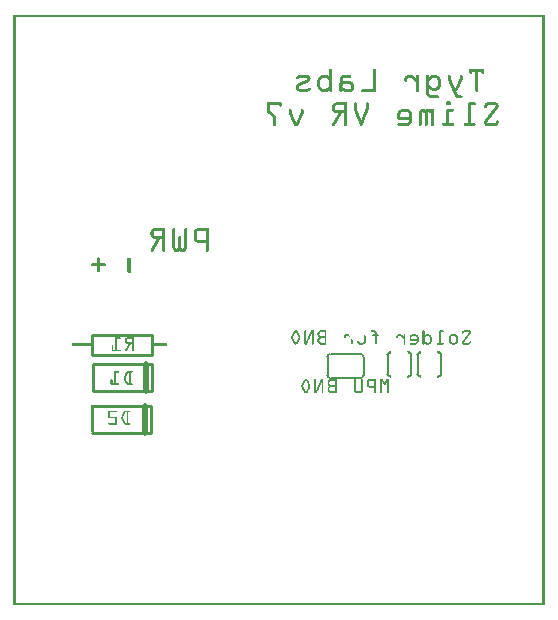
<source format=gbo>
G04 MADE WITH FRITZING*
G04 WWW.FRITZING.ORG*
G04 DOUBLE SIDED*
G04 HOLES PLATED*
G04 CONTOUR ON CENTER OF CONTOUR VECTOR*
%ASAXBY*%
%FSLAX23Y23*%
%MOIN*%
%OFA0B0*%
%SFA1.0B1.0*%
%ADD10C,0.006000*%
%ADD11C,0.008000*%
%ADD12C,0.010000*%
%ADD13C,0.020000*%
%ADD14R,0.001000X0.001000*%
%LNSILK0*%
G90*
G70*
G54D10*
X1158Y838D02*
X1058Y838D01*
D02*
X1168Y828D02*
X1168Y768D01*
D02*
X1048Y828D02*
X1048Y768D01*
D02*
X1058Y758D02*
X1158Y758D01*
G54D11*
D02*
X1348Y834D02*
X1348Y771D01*
D02*
X1427Y771D02*
X1427Y834D01*
D02*
X1248Y834D02*
X1248Y771D01*
D02*
X1327Y771D02*
X1327Y834D01*
G54D12*
D02*
X263Y835D02*
X463Y835D01*
D02*
X463Y835D02*
X463Y901D01*
D02*
X463Y901D02*
X263Y901D01*
D02*
X263Y901D02*
X263Y835D01*
D02*
X462Y805D02*
X267Y805D01*
D02*
X267Y715D02*
X462Y715D01*
D02*
X462Y715D02*
X462Y805D01*
G54D13*
D02*
X442Y715D02*
X442Y805D01*
G54D12*
D02*
X458Y666D02*
X263Y666D01*
D02*
X263Y576D02*
X458Y576D01*
D02*
X458Y576D02*
X458Y666D01*
G54D13*
D02*
X438Y576D02*
X438Y666D01*
G54D14*
X1Y1968D02*
X1771Y1968D01*
X1Y1967D02*
X1771Y1967D01*
X1Y1966D02*
X1771Y1966D01*
X1Y1965D02*
X1771Y1965D01*
X1Y1964D02*
X1771Y1964D01*
X1Y1963D02*
X1771Y1963D01*
X1Y1962D02*
X1771Y1962D01*
X1Y1961D02*
X1771Y1961D01*
X1Y1960D02*
X8Y1960D01*
X1764Y1960D02*
X1771Y1960D01*
X1Y1959D02*
X8Y1959D01*
X1764Y1959D02*
X1771Y1959D01*
X1Y1958D02*
X8Y1958D01*
X1764Y1958D02*
X1771Y1958D01*
X1Y1957D02*
X8Y1957D01*
X1764Y1957D02*
X1771Y1957D01*
X1Y1956D02*
X8Y1956D01*
X1764Y1956D02*
X1771Y1956D01*
X1Y1955D02*
X8Y1955D01*
X1764Y1955D02*
X1771Y1955D01*
X1Y1954D02*
X8Y1954D01*
X1764Y1954D02*
X1771Y1954D01*
X1Y1953D02*
X8Y1953D01*
X1764Y1953D02*
X1771Y1953D01*
X1Y1952D02*
X8Y1952D01*
X1764Y1952D02*
X1771Y1952D01*
X1Y1951D02*
X8Y1951D01*
X1764Y1951D02*
X1771Y1951D01*
X1Y1950D02*
X8Y1950D01*
X1764Y1950D02*
X1771Y1950D01*
X1Y1949D02*
X8Y1949D01*
X1764Y1949D02*
X1771Y1949D01*
X1Y1948D02*
X8Y1948D01*
X1764Y1948D02*
X1771Y1948D01*
X1Y1947D02*
X8Y1947D01*
X1764Y1947D02*
X1771Y1947D01*
X1Y1946D02*
X8Y1946D01*
X1764Y1946D02*
X1771Y1946D01*
X1Y1945D02*
X8Y1945D01*
X1764Y1945D02*
X1771Y1945D01*
X1Y1944D02*
X8Y1944D01*
X1764Y1944D02*
X1771Y1944D01*
X1Y1943D02*
X8Y1943D01*
X1764Y1943D02*
X1771Y1943D01*
X1Y1942D02*
X8Y1942D01*
X1764Y1942D02*
X1771Y1942D01*
X1Y1941D02*
X8Y1941D01*
X1764Y1941D02*
X1771Y1941D01*
X1Y1940D02*
X8Y1940D01*
X1764Y1940D02*
X1771Y1940D01*
X1Y1939D02*
X8Y1939D01*
X1764Y1939D02*
X1771Y1939D01*
X1Y1938D02*
X8Y1938D01*
X1764Y1938D02*
X1771Y1938D01*
X1Y1937D02*
X8Y1937D01*
X1764Y1937D02*
X1771Y1937D01*
X1Y1936D02*
X8Y1936D01*
X1764Y1936D02*
X1771Y1936D01*
X1Y1935D02*
X8Y1935D01*
X1764Y1935D02*
X1771Y1935D01*
X1Y1934D02*
X8Y1934D01*
X1764Y1934D02*
X1771Y1934D01*
X1Y1933D02*
X8Y1933D01*
X1764Y1933D02*
X1771Y1933D01*
X1Y1932D02*
X8Y1932D01*
X1764Y1932D02*
X1771Y1932D01*
X1Y1931D02*
X8Y1931D01*
X1764Y1931D02*
X1771Y1931D01*
X1Y1930D02*
X8Y1930D01*
X1764Y1930D02*
X1771Y1930D01*
X1Y1929D02*
X8Y1929D01*
X1764Y1929D02*
X1771Y1929D01*
X1Y1928D02*
X8Y1928D01*
X1764Y1928D02*
X1771Y1928D01*
X1Y1927D02*
X8Y1927D01*
X1764Y1927D02*
X1771Y1927D01*
X1Y1926D02*
X8Y1926D01*
X1764Y1926D02*
X1771Y1926D01*
X1Y1925D02*
X8Y1925D01*
X1764Y1925D02*
X1771Y1925D01*
X1Y1924D02*
X8Y1924D01*
X1764Y1924D02*
X1771Y1924D01*
X1Y1923D02*
X8Y1923D01*
X1764Y1923D02*
X1771Y1923D01*
X1Y1922D02*
X8Y1922D01*
X1764Y1922D02*
X1771Y1922D01*
X1Y1921D02*
X8Y1921D01*
X1764Y1921D02*
X1771Y1921D01*
X1Y1920D02*
X8Y1920D01*
X1764Y1920D02*
X1771Y1920D01*
X1Y1919D02*
X8Y1919D01*
X1764Y1919D02*
X1771Y1919D01*
X1Y1918D02*
X8Y1918D01*
X1764Y1918D02*
X1771Y1918D01*
X1Y1917D02*
X8Y1917D01*
X1764Y1917D02*
X1771Y1917D01*
X1Y1916D02*
X8Y1916D01*
X1764Y1916D02*
X1771Y1916D01*
X1Y1915D02*
X8Y1915D01*
X1764Y1915D02*
X1771Y1915D01*
X1Y1914D02*
X8Y1914D01*
X1764Y1914D02*
X1771Y1914D01*
X1Y1913D02*
X8Y1913D01*
X1764Y1913D02*
X1771Y1913D01*
X1Y1912D02*
X8Y1912D01*
X1764Y1912D02*
X1771Y1912D01*
X1Y1911D02*
X8Y1911D01*
X1764Y1911D02*
X1771Y1911D01*
X1Y1910D02*
X8Y1910D01*
X1764Y1910D02*
X1771Y1910D01*
X1Y1909D02*
X8Y1909D01*
X1764Y1909D02*
X1771Y1909D01*
X1Y1908D02*
X8Y1908D01*
X1764Y1908D02*
X1771Y1908D01*
X1Y1907D02*
X8Y1907D01*
X1764Y1907D02*
X1771Y1907D01*
X1Y1906D02*
X8Y1906D01*
X1764Y1906D02*
X1771Y1906D01*
X1Y1905D02*
X8Y1905D01*
X1764Y1905D02*
X1771Y1905D01*
X1Y1904D02*
X8Y1904D01*
X1764Y1904D02*
X1771Y1904D01*
X1Y1903D02*
X8Y1903D01*
X1764Y1903D02*
X1771Y1903D01*
X1Y1902D02*
X8Y1902D01*
X1764Y1902D02*
X1771Y1902D01*
X1Y1901D02*
X8Y1901D01*
X1764Y1901D02*
X1771Y1901D01*
X1Y1900D02*
X8Y1900D01*
X1764Y1900D02*
X1771Y1900D01*
X1Y1899D02*
X8Y1899D01*
X1764Y1899D02*
X1771Y1899D01*
X1Y1898D02*
X8Y1898D01*
X1764Y1898D02*
X1771Y1898D01*
X1Y1897D02*
X8Y1897D01*
X1764Y1897D02*
X1771Y1897D01*
X1Y1896D02*
X8Y1896D01*
X1764Y1896D02*
X1771Y1896D01*
X1Y1895D02*
X8Y1895D01*
X1764Y1895D02*
X1771Y1895D01*
X1Y1894D02*
X8Y1894D01*
X1764Y1894D02*
X1771Y1894D01*
X1Y1893D02*
X8Y1893D01*
X1764Y1893D02*
X1771Y1893D01*
X1Y1892D02*
X8Y1892D01*
X1764Y1892D02*
X1771Y1892D01*
X1Y1891D02*
X8Y1891D01*
X1764Y1891D02*
X1771Y1891D01*
X1Y1890D02*
X8Y1890D01*
X1764Y1890D02*
X1771Y1890D01*
X1Y1889D02*
X8Y1889D01*
X1764Y1889D02*
X1771Y1889D01*
X1Y1888D02*
X8Y1888D01*
X1764Y1888D02*
X1771Y1888D01*
X1Y1887D02*
X8Y1887D01*
X1764Y1887D02*
X1771Y1887D01*
X1Y1886D02*
X8Y1886D01*
X1764Y1886D02*
X1771Y1886D01*
X1Y1885D02*
X8Y1885D01*
X1764Y1885D02*
X1771Y1885D01*
X1Y1884D02*
X8Y1884D01*
X1764Y1884D02*
X1771Y1884D01*
X1Y1883D02*
X8Y1883D01*
X1764Y1883D02*
X1771Y1883D01*
X1Y1882D02*
X8Y1882D01*
X1764Y1882D02*
X1771Y1882D01*
X1Y1881D02*
X8Y1881D01*
X1764Y1881D02*
X1771Y1881D01*
X1Y1880D02*
X8Y1880D01*
X1764Y1880D02*
X1771Y1880D01*
X1Y1879D02*
X8Y1879D01*
X1764Y1879D02*
X1771Y1879D01*
X1Y1878D02*
X8Y1878D01*
X1764Y1878D02*
X1771Y1878D01*
X1Y1877D02*
X8Y1877D01*
X1764Y1877D02*
X1771Y1877D01*
X1Y1876D02*
X8Y1876D01*
X1764Y1876D02*
X1771Y1876D01*
X1Y1875D02*
X8Y1875D01*
X1764Y1875D02*
X1771Y1875D01*
X1Y1874D02*
X8Y1874D01*
X1764Y1874D02*
X1771Y1874D01*
X1Y1873D02*
X8Y1873D01*
X1764Y1873D02*
X1771Y1873D01*
X1Y1872D02*
X8Y1872D01*
X1764Y1872D02*
X1771Y1872D01*
X1Y1871D02*
X8Y1871D01*
X1764Y1871D02*
X1771Y1871D01*
X1Y1870D02*
X8Y1870D01*
X1764Y1870D02*
X1771Y1870D01*
X1Y1869D02*
X8Y1869D01*
X1764Y1869D02*
X1771Y1869D01*
X1Y1868D02*
X8Y1868D01*
X1764Y1868D02*
X1771Y1868D01*
X1Y1867D02*
X8Y1867D01*
X1764Y1867D02*
X1771Y1867D01*
X1Y1866D02*
X8Y1866D01*
X1764Y1866D02*
X1771Y1866D01*
X1Y1865D02*
X8Y1865D01*
X1764Y1865D02*
X1771Y1865D01*
X1Y1864D02*
X8Y1864D01*
X1764Y1864D02*
X1771Y1864D01*
X1Y1863D02*
X8Y1863D01*
X1764Y1863D02*
X1771Y1863D01*
X1Y1862D02*
X8Y1862D01*
X1764Y1862D02*
X1771Y1862D01*
X1Y1861D02*
X8Y1861D01*
X1764Y1861D02*
X1771Y1861D01*
X1Y1860D02*
X8Y1860D01*
X1764Y1860D02*
X1771Y1860D01*
X1Y1859D02*
X8Y1859D01*
X1764Y1859D02*
X1771Y1859D01*
X1Y1858D02*
X8Y1858D01*
X1764Y1858D02*
X1771Y1858D01*
X1Y1857D02*
X8Y1857D01*
X1764Y1857D02*
X1771Y1857D01*
X1Y1856D02*
X8Y1856D01*
X1764Y1856D02*
X1771Y1856D01*
X1Y1855D02*
X8Y1855D01*
X1764Y1855D02*
X1771Y1855D01*
X1Y1854D02*
X8Y1854D01*
X1764Y1854D02*
X1771Y1854D01*
X1Y1853D02*
X8Y1853D01*
X1764Y1853D02*
X1771Y1853D01*
X1Y1852D02*
X8Y1852D01*
X1764Y1852D02*
X1771Y1852D01*
X1Y1851D02*
X8Y1851D01*
X1764Y1851D02*
X1771Y1851D01*
X1Y1850D02*
X8Y1850D01*
X1764Y1850D02*
X1771Y1850D01*
X1Y1849D02*
X8Y1849D01*
X1764Y1849D02*
X1771Y1849D01*
X1Y1848D02*
X8Y1848D01*
X1764Y1848D02*
X1771Y1848D01*
X1Y1847D02*
X8Y1847D01*
X1764Y1847D02*
X1771Y1847D01*
X1Y1846D02*
X8Y1846D01*
X1764Y1846D02*
X1771Y1846D01*
X1Y1845D02*
X8Y1845D01*
X1764Y1845D02*
X1771Y1845D01*
X1Y1844D02*
X8Y1844D01*
X1764Y1844D02*
X1771Y1844D01*
X1Y1843D02*
X8Y1843D01*
X1764Y1843D02*
X1771Y1843D01*
X1Y1842D02*
X8Y1842D01*
X1764Y1842D02*
X1771Y1842D01*
X1Y1841D02*
X8Y1841D01*
X1764Y1841D02*
X1771Y1841D01*
X1Y1840D02*
X8Y1840D01*
X1764Y1840D02*
X1771Y1840D01*
X1Y1839D02*
X8Y1839D01*
X1764Y1839D02*
X1771Y1839D01*
X1Y1838D02*
X8Y1838D01*
X1764Y1838D02*
X1771Y1838D01*
X1Y1837D02*
X8Y1837D01*
X1764Y1837D02*
X1771Y1837D01*
X1Y1836D02*
X8Y1836D01*
X1764Y1836D02*
X1771Y1836D01*
X1Y1835D02*
X8Y1835D01*
X1764Y1835D02*
X1771Y1835D01*
X1Y1834D02*
X8Y1834D01*
X1764Y1834D02*
X1771Y1834D01*
X1Y1833D02*
X8Y1833D01*
X1764Y1833D02*
X1771Y1833D01*
X1Y1832D02*
X8Y1832D01*
X1764Y1832D02*
X1771Y1832D01*
X1Y1831D02*
X8Y1831D01*
X1764Y1831D02*
X1771Y1831D01*
X1Y1830D02*
X8Y1830D01*
X1764Y1830D02*
X1771Y1830D01*
X1Y1829D02*
X8Y1829D01*
X1764Y1829D02*
X1771Y1829D01*
X1Y1828D02*
X8Y1828D01*
X1764Y1828D02*
X1771Y1828D01*
X1Y1827D02*
X8Y1827D01*
X1764Y1827D02*
X1771Y1827D01*
X1Y1826D02*
X8Y1826D01*
X1764Y1826D02*
X1771Y1826D01*
X1Y1825D02*
X8Y1825D01*
X1764Y1825D02*
X1771Y1825D01*
X1Y1824D02*
X8Y1824D01*
X1764Y1824D02*
X1771Y1824D01*
X1Y1823D02*
X8Y1823D01*
X1764Y1823D02*
X1771Y1823D01*
X1Y1822D02*
X8Y1822D01*
X1764Y1822D02*
X1771Y1822D01*
X1Y1821D02*
X8Y1821D01*
X1764Y1821D02*
X1771Y1821D01*
X1Y1820D02*
X8Y1820D01*
X1764Y1820D02*
X1771Y1820D01*
X1Y1819D02*
X8Y1819D01*
X1764Y1819D02*
X1771Y1819D01*
X1Y1818D02*
X8Y1818D01*
X1764Y1818D02*
X1771Y1818D01*
X1Y1817D02*
X8Y1817D01*
X1764Y1817D02*
X1771Y1817D01*
X1Y1816D02*
X8Y1816D01*
X1764Y1816D02*
X1771Y1816D01*
X1Y1815D02*
X8Y1815D01*
X1764Y1815D02*
X1771Y1815D01*
X1Y1814D02*
X8Y1814D01*
X1764Y1814D02*
X1771Y1814D01*
X1Y1813D02*
X8Y1813D01*
X1764Y1813D02*
X1771Y1813D01*
X1Y1812D02*
X8Y1812D01*
X1764Y1812D02*
X1771Y1812D01*
X1Y1811D02*
X8Y1811D01*
X1764Y1811D02*
X1771Y1811D01*
X1Y1810D02*
X8Y1810D01*
X1764Y1810D02*
X1771Y1810D01*
X1Y1809D02*
X8Y1809D01*
X1764Y1809D02*
X1771Y1809D01*
X1Y1808D02*
X8Y1808D01*
X1764Y1808D02*
X1771Y1808D01*
X1Y1807D02*
X8Y1807D01*
X1764Y1807D02*
X1771Y1807D01*
X1Y1806D02*
X8Y1806D01*
X1764Y1806D02*
X1771Y1806D01*
X1Y1805D02*
X8Y1805D01*
X1764Y1805D02*
X1771Y1805D01*
X1Y1804D02*
X8Y1804D01*
X1764Y1804D02*
X1771Y1804D01*
X1Y1803D02*
X8Y1803D01*
X1764Y1803D02*
X1771Y1803D01*
X1Y1802D02*
X8Y1802D01*
X1764Y1802D02*
X1771Y1802D01*
X1Y1801D02*
X8Y1801D01*
X1764Y1801D02*
X1771Y1801D01*
X1Y1800D02*
X8Y1800D01*
X1764Y1800D02*
X1771Y1800D01*
X1Y1799D02*
X8Y1799D01*
X1764Y1799D02*
X1771Y1799D01*
X1Y1798D02*
X8Y1798D01*
X1764Y1798D02*
X1771Y1798D01*
X1Y1797D02*
X8Y1797D01*
X1764Y1797D02*
X1771Y1797D01*
X1Y1796D02*
X8Y1796D01*
X1764Y1796D02*
X1771Y1796D01*
X1Y1795D02*
X8Y1795D01*
X1764Y1795D02*
X1771Y1795D01*
X1Y1794D02*
X8Y1794D01*
X1764Y1794D02*
X1771Y1794D01*
X1Y1793D02*
X8Y1793D01*
X1764Y1793D02*
X1771Y1793D01*
X1Y1792D02*
X8Y1792D01*
X1764Y1792D02*
X1771Y1792D01*
X1Y1791D02*
X8Y1791D01*
X1764Y1791D02*
X1771Y1791D01*
X1Y1790D02*
X8Y1790D01*
X1764Y1790D02*
X1771Y1790D01*
X1Y1789D02*
X8Y1789D01*
X1059Y1789D02*
X1060Y1789D01*
X1204Y1789D02*
X1205Y1789D01*
X1521Y1789D02*
X1570Y1789D01*
X1764Y1789D02*
X1771Y1789D01*
X1Y1788D02*
X8Y1788D01*
X1057Y1788D02*
X1062Y1788D01*
X1201Y1788D02*
X1207Y1788D01*
X1521Y1788D02*
X1570Y1788D01*
X1764Y1788D02*
X1771Y1788D01*
X1Y1787D02*
X8Y1787D01*
X1056Y1787D02*
X1063Y1787D01*
X1201Y1787D02*
X1208Y1787D01*
X1521Y1787D02*
X1570Y1787D01*
X1764Y1787D02*
X1771Y1787D01*
X1Y1786D02*
X8Y1786D01*
X1055Y1786D02*
X1064Y1786D01*
X1200Y1786D02*
X1208Y1786D01*
X1521Y1786D02*
X1570Y1786D01*
X1764Y1786D02*
X1771Y1786D01*
X1Y1785D02*
X8Y1785D01*
X1055Y1785D02*
X1064Y1785D01*
X1200Y1785D02*
X1209Y1785D01*
X1521Y1785D02*
X1570Y1785D01*
X1764Y1785D02*
X1771Y1785D01*
X1Y1784D02*
X8Y1784D01*
X1055Y1784D02*
X1064Y1784D01*
X1200Y1784D02*
X1209Y1784D01*
X1521Y1784D02*
X1570Y1784D01*
X1764Y1784D02*
X1771Y1784D01*
X1Y1783D02*
X8Y1783D01*
X1055Y1783D02*
X1064Y1783D01*
X1200Y1783D02*
X1209Y1783D01*
X1521Y1783D02*
X1570Y1783D01*
X1764Y1783D02*
X1771Y1783D01*
X1Y1782D02*
X8Y1782D01*
X1055Y1782D02*
X1064Y1782D01*
X1200Y1782D02*
X1209Y1782D01*
X1521Y1782D02*
X1570Y1782D01*
X1764Y1782D02*
X1771Y1782D01*
X1Y1781D02*
X8Y1781D01*
X1055Y1781D02*
X1064Y1781D01*
X1200Y1781D02*
X1209Y1781D01*
X1521Y1781D02*
X1570Y1781D01*
X1764Y1781D02*
X1771Y1781D01*
X1Y1780D02*
X8Y1780D01*
X1055Y1780D02*
X1064Y1780D01*
X1200Y1780D02*
X1209Y1780D01*
X1521Y1780D02*
X1570Y1780D01*
X1764Y1780D02*
X1771Y1780D01*
X1Y1779D02*
X8Y1779D01*
X1055Y1779D02*
X1064Y1779D01*
X1200Y1779D02*
X1209Y1779D01*
X1521Y1779D02*
X1531Y1779D01*
X1541Y1779D02*
X1551Y1779D01*
X1561Y1779D02*
X1570Y1779D01*
X1764Y1779D02*
X1771Y1779D01*
X1Y1778D02*
X8Y1778D01*
X1055Y1778D02*
X1064Y1778D01*
X1200Y1778D02*
X1209Y1778D01*
X1521Y1778D02*
X1530Y1778D01*
X1541Y1778D02*
X1550Y1778D01*
X1561Y1778D02*
X1570Y1778D01*
X1764Y1778D02*
X1771Y1778D01*
X1Y1777D02*
X8Y1777D01*
X1055Y1777D02*
X1064Y1777D01*
X1200Y1777D02*
X1209Y1777D01*
X1521Y1777D02*
X1530Y1777D01*
X1541Y1777D02*
X1550Y1777D01*
X1561Y1777D02*
X1570Y1777D01*
X1764Y1777D02*
X1771Y1777D01*
X1Y1776D02*
X8Y1776D01*
X1055Y1776D02*
X1064Y1776D01*
X1200Y1776D02*
X1209Y1776D01*
X1521Y1776D02*
X1530Y1776D01*
X1541Y1776D02*
X1550Y1776D01*
X1561Y1776D02*
X1570Y1776D01*
X1764Y1776D02*
X1771Y1776D01*
X1Y1775D02*
X8Y1775D01*
X1055Y1775D02*
X1064Y1775D01*
X1200Y1775D02*
X1209Y1775D01*
X1521Y1775D02*
X1530Y1775D01*
X1541Y1775D02*
X1550Y1775D01*
X1561Y1775D02*
X1570Y1775D01*
X1764Y1775D02*
X1771Y1775D01*
X1Y1774D02*
X8Y1774D01*
X1055Y1774D02*
X1064Y1774D01*
X1200Y1774D02*
X1209Y1774D01*
X1522Y1774D02*
X1530Y1774D01*
X1541Y1774D02*
X1550Y1774D01*
X1561Y1774D02*
X1570Y1774D01*
X1764Y1774D02*
X1771Y1774D01*
X1Y1773D02*
X8Y1773D01*
X1055Y1773D02*
X1064Y1773D01*
X1200Y1773D02*
X1209Y1773D01*
X1522Y1773D02*
X1529Y1773D01*
X1541Y1773D02*
X1550Y1773D01*
X1562Y1773D02*
X1569Y1773D01*
X1764Y1773D02*
X1771Y1773D01*
X1Y1772D02*
X8Y1772D01*
X1055Y1772D02*
X1064Y1772D01*
X1200Y1772D02*
X1209Y1772D01*
X1523Y1772D02*
X1529Y1772D01*
X1541Y1772D02*
X1550Y1772D01*
X1563Y1772D02*
X1568Y1772D01*
X1764Y1772D02*
X1771Y1772D01*
X1Y1771D02*
X8Y1771D01*
X1055Y1771D02*
X1064Y1771D01*
X1200Y1771D02*
X1209Y1771D01*
X1525Y1771D02*
X1527Y1771D01*
X1541Y1771D02*
X1550Y1771D01*
X1564Y1771D02*
X1567Y1771D01*
X1764Y1771D02*
X1771Y1771D01*
X1Y1770D02*
X8Y1770D01*
X1055Y1770D02*
X1064Y1770D01*
X1200Y1770D02*
X1209Y1770D01*
X1541Y1770D02*
X1550Y1770D01*
X1764Y1770D02*
X1771Y1770D01*
X1Y1769D02*
X8Y1769D01*
X1055Y1769D02*
X1064Y1769D01*
X1200Y1769D02*
X1209Y1769D01*
X1541Y1769D02*
X1550Y1769D01*
X1764Y1769D02*
X1771Y1769D01*
X1Y1768D02*
X8Y1768D01*
X957Y1768D02*
X978Y1768D01*
X1034Y1768D02*
X1041Y1768D01*
X1055Y1768D02*
X1064Y1768D01*
X1104Y1768D02*
X1121Y1768D01*
X1200Y1768D02*
X1209Y1768D01*
X1319Y1768D02*
X1328Y1768D01*
X1400Y1768D02*
X1407Y1768D01*
X1541Y1768D02*
X1550Y1768D01*
X1764Y1768D02*
X1771Y1768D01*
X1Y1767D02*
X8Y1767D01*
X952Y1767D02*
X983Y1767D01*
X1029Y1767D02*
X1046Y1767D01*
X1055Y1767D02*
X1064Y1767D01*
X1098Y1767D02*
X1124Y1767D01*
X1200Y1767D02*
X1209Y1767D01*
X1314Y1767D02*
X1331Y1767D01*
X1346Y1767D02*
X1351Y1767D01*
X1379Y1767D02*
X1384Y1767D01*
X1395Y1767D02*
X1412Y1767D01*
X1451Y1767D02*
X1456Y1767D01*
X1491Y1767D02*
X1496Y1767D01*
X1541Y1767D02*
X1550Y1767D01*
X1764Y1767D02*
X1771Y1767D01*
X1Y1766D02*
X8Y1766D01*
X950Y1766D02*
X985Y1766D01*
X1027Y1766D02*
X1048Y1766D01*
X1055Y1766D02*
X1064Y1766D01*
X1096Y1766D02*
X1125Y1766D01*
X1200Y1766D02*
X1209Y1766D01*
X1312Y1766D02*
X1333Y1766D01*
X1345Y1766D02*
X1352Y1766D01*
X1378Y1766D02*
X1385Y1766D01*
X1393Y1766D02*
X1414Y1766D01*
X1450Y1766D02*
X1457Y1766D01*
X1490Y1766D02*
X1497Y1766D01*
X1541Y1766D02*
X1550Y1766D01*
X1764Y1766D02*
X1771Y1766D01*
X1Y1765D02*
X8Y1765D01*
X949Y1765D02*
X986Y1765D01*
X1025Y1765D02*
X1050Y1765D01*
X1055Y1765D02*
X1064Y1765D01*
X1095Y1765D02*
X1126Y1765D01*
X1200Y1765D02*
X1209Y1765D01*
X1311Y1765D02*
X1334Y1765D01*
X1345Y1765D02*
X1353Y1765D01*
X1377Y1765D02*
X1385Y1765D01*
X1391Y1765D02*
X1416Y1765D01*
X1449Y1765D02*
X1458Y1765D01*
X1489Y1765D02*
X1497Y1765D01*
X1541Y1765D02*
X1550Y1765D01*
X1764Y1765D02*
X1771Y1765D01*
X1Y1764D02*
X8Y1764D01*
X947Y1764D02*
X987Y1764D01*
X1024Y1764D02*
X1051Y1764D01*
X1055Y1764D02*
X1064Y1764D01*
X1094Y1764D02*
X1126Y1764D01*
X1200Y1764D02*
X1209Y1764D01*
X1309Y1764D02*
X1335Y1764D01*
X1344Y1764D02*
X1353Y1764D01*
X1377Y1764D02*
X1386Y1764D01*
X1390Y1764D02*
X1417Y1764D01*
X1449Y1764D02*
X1458Y1764D01*
X1489Y1764D02*
X1498Y1764D01*
X1541Y1764D02*
X1550Y1764D01*
X1764Y1764D02*
X1771Y1764D01*
X1Y1763D02*
X8Y1763D01*
X946Y1763D02*
X988Y1763D01*
X1023Y1763D02*
X1052Y1763D01*
X1055Y1763D02*
X1064Y1763D01*
X1093Y1763D02*
X1126Y1763D01*
X1200Y1763D02*
X1209Y1763D01*
X1308Y1763D02*
X1336Y1763D01*
X1344Y1763D02*
X1353Y1763D01*
X1377Y1763D02*
X1386Y1763D01*
X1389Y1763D02*
X1418Y1763D01*
X1449Y1763D02*
X1458Y1763D01*
X1489Y1763D02*
X1498Y1763D01*
X1541Y1763D02*
X1550Y1763D01*
X1764Y1763D02*
X1771Y1763D01*
X1Y1762D02*
X8Y1762D01*
X945Y1762D02*
X989Y1762D01*
X1021Y1762D02*
X1064Y1762D01*
X1092Y1762D02*
X1126Y1762D01*
X1200Y1762D02*
X1209Y1762D01*
X1308Y1762D02*
X1337Y1762D01*
X1344Y1762D02*
X1353Y1762D01*
X1377Y1762D02*
X1386Y1762D01*
X1388Y1762D02*
X1419Y1762D01*
X1449Y1762D02*
X1458Y1762D01*
X1489Y1762D02*
X1498Y1762D01*
X1541Y1762D02*
X1550Y1762D01*
X1764Y1762D02*
X1771Y1762D01*
X1Y1761D02*
X8Y1761D01*
X945Y1761D02*
X989Y1761D01*
X1020Y1761D02*
X1064Y1761D01*
X1091Y1761D02*
X1126Y1761D01*
X1200Y1761D02*
X1209Y1761D01*
X1307Y1761D02*
X1338Y1761D01*
X1344Y1761D02*
X1353Y1761D01*
X1377Y1761D02*
X1421Y1761D01*
X1449Y1761D02*
X1458Y1761D01*
X1489Y1761D02*
X1498Y1761D01*
X1541Y1761D02*
X1550Y1761D01*
X1764Y1761D02*
X1771Y1761D01*
X1Y1760D02*
X8Y1760D01*
X944Y1760D02*
X990Y1760D01*
X1019Y1760D02*
X1064Y1760D01*
X1091Y1760D02*
X1125Y1760D01*
X1200Y1760D02*
X1209Y1760D01*
X1306Y1760D02*
X1340Y1760D01*
X1344Y1760D02*
X1353Y1760D01*
X1377Y1760D02*
X1422Y1760D01*
X1449Y1760D02*
X1458Y1760D01*
X1489Y1760D02*
X1498Y1760D01*
X1541Y1760D02*
X1550Y1760D01*
X1764Y1760D02*
X1771Y1760D01*
X1Y1759D02*
X8Y1759D01*
X944Y1759D02*
X990Y1759D01*
X1018Y1759D02*
X1064Y1759D01*
X1090Y1759D02*
X1124Y1759D01*
X1200Y1759D02*
X1209Y1759D01*
X1306Y1759D02*
X1341Y1759D01*
X1344Y1759D02*
X1353Y1759D01*
X1377Y1759D02*
X1422Y1759D01*
X1449Y1759D02*
X1458Y1759D01*
X1489Y1759D02*
X1498Y1759D01*
X1541Y1759D02*
X1550Y1759D01*
X1764Y1759D02*
X1771Y1759D01*
X1Y1758D02*
X8Y1758D01*
X944Y1758D02*
X990Y1758D01*
X1018Y1758D02*
X1064Y1758D01*
X1090Y1758D02*
X1122Y1758D01*
X1200Y1758D02*
X1209Y1758D01*
X1305Y1758D02*
X1342Y1758D01*
X1344Y1758D02*
X1353Y1758D01*
X1377Y1758D02*
X1423Y1758D01*
X1449Y1758D02*
X1458Y1758D01*
X1489Y1758D02*
X1498Y1758D01*
X1541Y1758D02*
X1550Y1758D01*
X1764Y1758D02*
X1771Y1758D01*
X1Y1757D02*
X8Y1757D01*
X945Y1757D02*
X954Y1757D01*
X981Y1757D02*
X991Y1757D01*
X1017Y1757D02*
X1030Y1757D01*
X1044Y1757D02*
X1064Y1757D01*
X1089Y1757D02*
X1100Y1757D01*
X1200Y1757D02*
X1209Y1757D01*
X1305Y1757D02*
X1316Y1757D01*
X1329Y1757D02*
X1353Y1757D01*
X1377Y1757D02*
X1397Y1757D01*
X1411Y1757D02*
X1424Y1757D01*
X1449Y1757D02*
X1458Y1757D01*
X1489Y1757D02*
X1498Y1757D01*
X1541Y1757D02*
X1550Y1757D01*
X1764Y1757D02*
X1771Y1757D01*
X1Y1756D02*
X8Y1756D01*
X945Y1756D02*
X953Y1756D01*
X981Y1756D02*
X991Y1756D01*
X1017Y1756D02*
X1029Y1756D01*
X1046Y1756D02*
X1064Y1756D01*
X1089Y1756D02*
X1099Y1756D01*
X1200Y1756D02*
X1209Y1756D01*
X1305Y1756D02*
X1315Y1756D01*
X1330Y1756D02*
X1353Y1756D01*
X1377Y1756D02*
X1395Y1756D01*
X1412Y1756D02*
X1424Y1756D01*
X1449Y1756D02*
X1458Y1756D01*
X1489Y1756D02*
X1498Y1756D01*
X1541Y1756D02*
X1550Y1756D01*
X1764Y1756D02*
X1771Y1756D01*
X1Y1755D02*
X8Y1755D01*
X946Y1755D02*
X951Y1755D01*
X982Y1755D02*
X991Y1755D01*
X1016Y1755D02*
X1028Y1755D01*
X1047Y1755D02*
X1064Y1755D01*
X1089Y1755D02*
X1099Y1755D01*
X1200Y1755D02*
X1209Y1755D01*
X1305Y1755D02*
X1314Y1755D01*
X1331Y1755D02*
X1353Y1755D01*
X1377Y1755D02*
X1394Y1755D01*
X1413Y1755D02*
X1425Y1755D01*
X1449Y1755D02*
X1458Y1755D01*
X1488Y1755D02*
X1498Y1755D01*
X1541Y1755D02*
X1550Y1755D01*
X1764Y1755D02*
X1771Y1755D01*
X1Y1754D02*
X8Y1754D01*
X947Y1754D02*
X950Y1754D01*
X981Y1754D02*
X991Y1754D01*
X1016Y1754D02*
X1027Y1754D01*
X1048Y1754D02*
X1064Y1754D01*
X1089Y1754D02*
X1098Y1754D01*
X1200Y1754D02*
X1209Y1754D01*
X1305Y1754D02*
X1314Y1754D01*
X1332Y1754D02*
X1353Y1754D01*
X1377Y1754D02*
X1393Y1754D01*
X1414Y1754D02*
X1425Y1754D01*
X1449Y1754D02*
X1459Y1754D01*
X1488Y1754D02*
X1498Y1754D01*
X1541Y1754D02*
X1550Y1754D01*
X1764Y1754D02*
X1771Y1754D01*
X1Y1753D02*
X8Y1753D01*
X981Y1753D02*
X990Y1753D01*
X1016Y1753D02*
X1026Y1753D01*
X1049Y1753D02*
X1064Y1753D01*
X1089Y1753D02*
X1098Y1753D01*
X1200Y1753D02*
X1209Y1753D01*
X1304Y1753D02*
X1314Y1753D01*
X1333Y1753D02*
X1353Y1753D01*
X1377Y1753D02*
X1392Y1753D01*
X1415Y1753D02*
X1425Y1753D01*
X1449Y1753D02*
X1459Y1753D01*
X1488Y1753D02*
X1498Y1753D01*
X1541Y1753D02*
X1550Y1753D01*
X1764Y1753D02*
X1771Y1753D01*
X1Y1752D02*
X8Y1752D01*
X979Y1752D02*
X990Y1752D01*
X1016Y1752D02*
X1025Y1752D01*
X1050Y1752D02*
X1064Y1752D01*
X1089Y1752D02*
X1098Y1752D01*
X1200Y1752D02*
X1209Y1752D01*
X1304Y1752D02*
X1314Y1752D01*
X1334Y1752D02*
X1353Y1752D01*
X1377Y1752D02*
X1391Y1752D01*
X1416Y1752D02*
X1425Y1752D01*
X1450Y1752D02*
X1460Y1752D01*
X1487Y1752D02*
X1497Y1752D01*
X1541Y1752D02*
X1550Y1752D01*
X1764Y1752D02*
X1771Y1752D01*
X1Y1751D02*
X8Y1751D01*
X976Y1751D02*
X990Y1751D01*
X1015Y1751D02*
X1025Y1751D01*
X1051Y1751D02*
X1064Y1751D01*
X1089Y1751D02*
X1098Y1751D01*
X1200Y1751D02*
X1209Y1751D01*
X1304Y1751D02*
X1314Y1751D01*
X1336Y1751D02*
X1353Y1751D01*
X1377Y1751D02*
X1390Y1751D01*
X1416Y1751D02*
X1425Y1751D01*
X1450Y1751D02*
X1460Y1751D01*
X1487Y1751D02*
X1497Y1751D01*
X1541Y1751D02*
X1550Y1751D01*
X1764Y1751D02*
X1771Y1751D01*
X1Y1750D02*
X8Y1750D01*
X974Y1750D02*
X989Y1750D01*
X1015Y1750D02*
X1024Y1750D01*
X1053Y1750D02*
X1064Y1750D01*
X1089Y1750D02*
X1098Y1750D01*
X1200Y1750D02*
X1209Y1750D01*
X1304Y1750D02*
X1313Y1750D01*
X1337Y1750D02*
X1353Y1750D01*
X1377Y1750D02*
X1388Y1750D01*
X1416Y1750D02*
X1425Y1750D01*
X1451Y1750D02*
X1461Y1750D01*
X1486Y1750D02*
X1496Y1750D01*
X1541Y1750D02*
X1550Y1750D01*
X1764Y1750D02*
X1771Y1750D01*
X1Y1749D02*
X8Y1749D01*
X972Y1749D02*
X989Y1749D01*
X1015Y1749D02*
X1024Y1749D01*
X1054Y1749D02*
X1064Y1749D01*
X1089Y1749D02*
X1098Y1749D01*
X1200Y1749D02*
X1209Y1749D01*
X1305Y1749D02*
X1313Y1749D01*
X1338Y1749D02*
X1353Y1749D01*
X1377Y1749D02*
X1387Y1749D01*
X1416Y1749D02*
X1426Y1749D01*
X1451Y1749D02*
X1461Y1749D01*
X1486Y1749D02*
X1496Y1749D01*
X1541Y1749D02*
X1550Y1749D01*
X1764Y1749D02*
X1771Y1749D01*
X1Y1748D02*
X8Y1748D01*
X969Y1748D02*
X988Y1748D01*
X1015Y1748D02*
X1024Y1748D01*
X1055Y1748D02*
X1064Y1748D01*
X1089Y1748D02*
X1098Y1748D01*
X1200Y1748D02*
X1209Y1748D01*
X1305Y1748D02*
X1313Y1748D01*
X1339Y1748D02*
X1353Y1748D01*
X1377Y1748D02*
X1387Y1748D01*
X1416Y1748D02*
X1426Y1748D01*
X1451Y1748D02*
X1461Y1748D01*
X1485Y1748D02*
X1495Y1748D01*
X1541Y1748D02*
X1550Y1748D01*
X1764Y1748D02*
X1771Y1748D01*
X1Y1747D02*
X8Y1747D01*
X967Y1747D02*
X988Y1747D01*
X1015Y1747D02*
X1024Y1747D01*
X1055Y1747D02*
X1064Y1747D01*
X1089Y1747D02*
X1098Y1747D01*
X1200Y1747D02*
X1209Y1747D01*
X1306Y1747D02*
X1312Y1747D01*
X1340Y1747D02*
X1353Y1747D01*
X1377Y1747D02*
X1386Y1747D01*
X1416Y1747D02*
X1426Y1747D01*
X1452Y1747D02*
X1462Y1747D01*
X1485Y1747D02*
X1495Y1747D01*
X1541Y1747D02*
X1550Y1747D01*
X1764Y1747D02*
X1771Y1747D01*
X1Y1746D02*
X8Y1746D01*
X965Y1746D02*
X987Y1746D01*
X1015Y1746D02*
X1024Y1746D01*
X1055Y1746D02*
X1064Y1746D01*
X1089Y1746D02*
X1126Y1746D01*
X1200Y1746D02*
X1209Y1746D01*
X1307Y1746D02*
X1311Y1746D01*
X1341Y1746D02*
X1353Y1746D01*
X1377Y1746D02*
X1386Y1746D01*
X1416Y1746D02*
X1426Y1746D01*
X1452Y1746D02*
X1462Y1746D01*
X1485Y1746D02*
X1495Y1746D01*
X1541Y1746D02*
X1550Y1746D01*
X1764Y1746D02*
X1771Y1746D01*
X1Y1745D02*
X8Y1745D01*
X962Y1745D02*
X986Y1745D01*
X1015Y1745D02*
X1024Y1745D01*
X1055Y1745D02*
X1064Y1745D01*
X1089Y1745D02*
X1129Y1745D01*
X1200Y1745D02*
X1209Y1745D01*
X1343Y1745D02*
X1353Y1745D01*
X1377Y1745D02*
X1386Y1745D01*
X1416Y1745D02*
X1426Y1745D01*
X1453Y1745D02*
X1463Y1745D01*
X1484Y1745D02*
X1494Y1745D01*
X1541Y1745D02*
X1550Y1745D01*
X1764Y1745D02*
X1771Y1745D01*
X1Y1744D02*
X8Y1744D01*
X960Y1744D02*
X984Y1744D01*
X1015Y1744D02*
X1024Y1744D01*
X1055Y1744D02*
X1064Y1744D01*
X1089Y1744D02*
X1130Y1744D01*
X1200Y1744D02*
X1209Y1744D01*
X1344Y1744D02*
X1353Y1744D01*
X1377Y1744D02*
X1386Y1744D01*
X1416Y1744D02*
X1426Y1744D01*
X1453Y1744D02*
X1463Y1744D01*
X1484Y1744D02*
X1494Y1744D01*
X1541Y1744D02*
X1550Y1744D01*
X1764Y1744D02*
X1771Y1744D01*
X1Y1743D02*
X8Y1743D01*
X958Y1743D02*
X982Y1743D01*
X1015Y1743D02*
X1024Y1743D01*
X1055Y1743D02*
X1064Y1743D01*
X1089Y1743D02*
X1131Y1743D01*
X1200Y1743D02*
X1209Y1743D01*
X1344Y1743D02*
X1353Y1743D01*
X1377Y1743D02*
X1386Y1743D01*
X1416Y1743D02*
X1426Y1743D01*
X1454Y1743D02*
X1464Y1743D01*
X1483Y1743D02*
X1493Y1743D01*
X1541Y1743D02*
X1550Y1743D01*
X1764Y1743D02*
X1771Y1743D01*
X1Y1742D02*
X8Y1742D01*
X955Y1742D02*
X980Y1742D01*
X1015Y1742D02*
X1024Y1742D01*
X1055Y1742D02*
X1064Y1742D01*
X1089Y1742D02*
X1132Y1742D01*
X1200Y1742D02*
X1209Y1742D01*
X1344Y1742D02*
X1353Y1742D01*
X1377Y1742D02*
X1386Y1742D01*
X1416Y1742D02*
X1426Y1742D01*
X1454Y1742D02*
X1464Y1742D01*
X1483Y1742D02*
X1493Y1742D01*
X1541Y1742D02*
X1550Y1742D01*
X1764Y1742D02*
X1771Y1742D01*
X1Y1741D02*
X8Y1741D01*
X953Y1741D02*
X977Y1741D01*
X1015Y1741D02*
X1024Y1741D01*
X1055Y1741D02*
X1064Y1741D01*
X1088Y1741D02*
X1133Y1741D01*
X1200Y1741D02*
X1209Y1741D01*
X1344Y1741D02*
X1353Y1741D01*
X1377Y1741D02*
X1386Y1741D01*
X1416Y1741D02*
X1426Y1741D01*
X1454Y1741D02*
X1465Y1741D01*
X1482Y1741D02*
X1492Y1741D01*
X1541Y1741D02*
X1550Y1741D01*
X1764Y1741D02*
X1771Y1741D01*
X1Y1740D02*
X8Y1740D01*
X951Y1740D02*
X975Y1740D01*
X1015Y1740D02*
X1024Y1740D01*
X1055Y1740D02*
X1064Y1740D01*
X1088Y1740D02*
X1134Y1740D01*
X1200Y1740D02*
X1209Y1740D01*
X1344Y1740D02*
X1353Y1740D01*
X1377Y1740D02*
X1386Y1740D01*
X1416Y1740D02*
X1426Y1740D01*
X1455Y1740D02*
X1465Y1740D01*
X1482Y1740D02*
X1492Y1740D01*
X1541Y1740D02*
X1550Y1740D01*
X1764Y1740D02*
X1771Y1740D01*
X1Y1739D02*
X8Y1739D01*
X950Y1739D02*
X973Y1739D01*
X1015Y1739D02*
X1024Y1739D01*
X1055Y1739D02*
X1064Y1739D01*
X1088Y1739D02*
X1135Y1739D01*
X1200Y1739D02*
X1209Y1739D01*
X1344Y1739D02*
X1353Y1739D01*
X1377Y1739D02*
X1386Y1739D01*
X1416Y1739D02*
X1426Y1739D01*
X1455Y1739D02*
X1465Y1739D01*
X1481Y1739D02*
X1491Y1739D01*
X1541Y1739D02*
X1550Y1739D01*
X1764Y1739D02*
X1771Y1739D01*
X1Y1738D02*
X8Y1738D01*
X948Y1738D02*
X971Y1738D01*
X1015Y1738D02*
X1024Y1738D01*
X1055Y1738D02*
X1064Y1738D01*
X1088Y1738D02*
X1135Y1738D01*
X1200Y1738D02*
X1209Y1738D01*
X1344Y1738D02*
X1353Y1738D01*
X1377Y1738D02*
X1386Y1738D01*
X1416Y1738D02*
X1426Y1738D01*
X1456Y1738D02*
X1466Y1738D01*
X1481Y1738D02*
X1491Y1738D01*
X1541Y1738D02*
X1550Y1738D01*
X1764Y1738D02*
X1771Y1738D01*
X1Y1737D02*
X8Y1737D01*
X947Y1737D02*
X968Y1737D01*
X1015Y1737D02*
X1024Y1737D01*
X1055Y1737D02*
X1064Y1737D01*
X1088Y1737D02*
X1135Y1737D01*
X1200Y1737D02*
X1209Y1737D01*
X1344Y1737D02*
X1353Y1737D01*
X1377Y1737D02*
X1386Y1737D01*
X1416Y1737D02*
X1426Y1737D01*
X1456Y1737D02*
X1466Y1737D01*
X1481Y1737D02*
X1491Y1737D01*
X1541Y1737D02*
X1550Y1737D01*
X1764Y1737D02*
X1771Y1737D01*
X1Y1736D02*
X8Y1736D01*
X947Y1736D02*
X966Y1736D01*
X1015Y1736D02*
X1024Y1736D01*
X1055Y1736D02*
X1064Y1736D01*
X1088Y1736D02*
X1100Y1736D01*
X1125Y1736D02*
X1136Y1736D01*
X1200Y1736D02*
X1209Y1736D01*
X1344Y1736D02*
X1353Y1736D01*
X1377Y1736D02*
X1386Y1736D01*
X1416Y1736D02*
X1426Y1736D01*
X1457Y1736D02*
X1467Y1736D01*
X1480Y1736D02*
X1490Y1736D01*
X1541Y1736D02*
X1550Y1736D01*
X1764Y1736D02*
X1771Y1736D01*
X1Y1735D02*
X8Y1735D01*
X946Y1735D02*
X964Y1735D01*
X1015Y1735D02*
X1024Y1735D01*
X1055Y1735D02*
X1064Y1735D01*
X1088Y1735D02*
X1099Y1735D01*
X1126Y1735D02*
X1136Y1735D01*
X1200Y1735D02*
X1209Y1735D01*
X1344Y1735D02*
X1353Y1735D01*
X1377Y1735D02*
X1387Y1735D01*
X1416Y1735D02*
X1426Y1735D01*
X1457Y1735D02*
X1467Y1735D01*
X1480Y1735D02*
X1490Y1735D01*
X1541Y1735D02*
X1550Y1735D01*
X1764Y1735D02*
X1771Y1735D01*
X1Y1734D02*
X8Y1734D01*
X945Y1734D02*
X961Y1734D01*
X1015Y1734D02*
X1024Y1734D01*
X1055Y1734D02*
X1064Y1734D01*
X1088Y1734D02*
X1098Y1734D01*
X1127Y1734D02*
X1136Y1734D01*
X1200Y1734D02*
X1209Y1734D01*
X1344Y1734D02*
X1353Y1734D01*
X1377Y1734D02*
X1388Y1734D01*
X1416Y1734D02*
X1425Y1734D01*
X1458Y1734D02*
X1468Y1734D01*
X1479Y1734D02*
X1489Y1734D01*
X1541Y1734D02*
X1550Y1734D01*
X1764Y1734D02*
X1771Y1734D01*
X1Y1733D02*
X8Y1733D01*
X945Y1733D02*
X959Y1733D01*
X1015Y1733D02*
X1024Y1733D01*
X1055Y1733D02*
X1064Y1733D01*
X1088Y1733D02*
X1098Y1733D01*
X1127Y1733D02*
X1136Y1733D01*
X1200Y1733D02*
X1209Y1733D01*
X1344Y1733D02*
X1353Y1733D01*
X1377Y1733D02*
X1389Y1733D01*
X1416Y1733D02*
X1425Y1733D01*
X1458Y1733D02*
X1468Y1733D01*
X1479Y1733D02*
X1489Y1733D01*
X1541Y1733D02*
X1550Y1733D01*
X1764Y1733D02*
X1771Y1733D01*
X1Y1732D02*
X8Y1732D01*
X944Y1732D02*
X957Y1732D01*
X1015Y1732D02*
X1024Y1732D01*
X1055Y1732D02*
X1064Y1732D01*
X1088Y1732D02*
X1097Y1732D01*
X1127Y1732D02*
X1136Y1732D01*
X1200Y1732D02*
X1209Y1732D01*
X1344Y1732D02*
X1353Y1732D01*
X1377Y1732D02*
X1390Y1732D01*
X1416Y1732D02*
X1425Y1732D01*
X1458Y1732D02*
X1469Y1732D01*
X1478Y1732D02*
X1488Y1732D01*
X1541Y1732D02*
X1550Y1732D01*
X1764Y1732D02*
X1771Y1732D01*
X1Y1731D02*
X8Y1731D01*
X944Y1731D02*
X955Y1731D01*
X1015Y1731D02*
X1024Y1731D01*
X1054Y1731D02*
X1064Y1731D01*
X1088Y1731D02*
X1097Y1731D01*
X1127Y1731D02*
X1136Y1731D01*
X1200Y1731D02*
X1209Y1731D01*
X1344Y1731D02*
X1353Y1731D01*
X1377Y1731D02*
X1391Y1731D01*
X1416Y1731D02*
X1425Y1731D01*
X1459Y1731D02*
X1469Y1731D01*
X1478Y1731D02*
X1488Y1731D01*
X1541Y1731D02*
X1550Y1731D01*
X1764Y1731D02*
X1771Y1731D01*
X1Y1730D02*
X8Y1730D01*
X944Y1730D02*
X954Y1730D01*
X1015Y1730D02*
X1024Y1730D01*
X1053Y1730D02*
X1064Y1730D01*
X1088Y1730D02*
X1097Y1730D01*
X1127Y1730D02*
X1136Y1730D01*
X1200Y1730D02*
X1209Y1730D01*
X1344Y1730D02*
X1353Y1730D01*
X1377Y1730D02*
X1392Y1730D01*
X1415Y1730D02*
X1425Y1730D01*
X1459Y1730D02*
X1469Y1730D01*
X1478Y1730D02*
X1488Y1730D01*
X1541Y1730D02*
X1550Y1730D01*
X1764Y1730D02*
X1771Y1730D01*
X1Y1729D02*
X8Y1729D01*
X943Y1729D02*
X953Y1729D01*
X1015Y1729D02*
X1024Y1729D01*
X1052Y1729D02*
X1064Y1729D01*
X1088Y1729D02*
X1097Y1729D01*
X1127Y1729D02*
X1136Y1729D01*
X1200Y1729D02*
X1209Y1729D01*
X1344Y1729D02*
X1353Y1729D01*
X1377Y1729D02*
X1394Y1729D01*
X1414Y1729D02*
X1425Y1729D01*
X1460Y1729D02*
X1470Y1729D01*
X1477Y1729D02*
X1487Y1729D01*
X1541Y1729D02*
X1550Y1729D01*
X1764Y1729D02*
X1771Y1729D01*
X1Y1728D02*
X8Y1728D01*
X943Y1728D02*
X953Y1728D01*
X1015Y1728D02*
X1025Y1728D01*
X1051Y1728D02*
X1064Y1728D01*
X1088Y1728D02*
X1097Y1728D01*
X1127Y1728D02*
X1136Y1728D01*
X1200Y1728D02*
X1209Y1728D01*
X1344Y1728D02*
X1353Y1728D01*
X1377Y1728D02*
X1395Y1728D01*
X1413Y1728D02*
X1424Y1728D01*
X1460Y1728D02*
X1470Y1728D01*
X1477Y1728D02*
X1487Y1728D01*
X1541Y1728D02*
X1550Y1728D01*
X1764Y1728D02*
X1771Y1728D01*
X1Y1727D02*
X8Y1727D01*
X943Y1727D02*
X953Y1727D01*
X1016Y1727D02*
X1025Y1727D01*
X1050Y1727D02*
X1064Y1727D01*
X1088Y1727D02*
X1098Y1727D01*
X1127Y1727D02*
X1136Y1727D01*
X1200Y1727D02*
X1209Y1727D01*
X1344Y1727D02*
X1353Y1727D01*
X1377Y1727D02*
X1396Y1727D01*
X1412Y1727D02*
X1424Y1727D01*
X1461Y1727D02*
X1471Y1727D01*
X1476Y1727D02*
X1486Y1727D01*
X1541Y1727D02*
X1550Y1727D01*
X1764Y1727D02*
X1771Y1727D01*
X1Y1726D02*
X8Y1726D01*
X943Y1726D02*
X953Y1726D01*
X1016Y1726D02*
X1026Y1726D01*
X1049Y1726D02*
X1064Y1726D01*
X1088Y1726D02*
X1100Y1726D01*
X1127Y1726D02*
X1136Y1726D01*
X1200Y1726D02*
X1209Y1726D01*
X1344Y1726D02*
X1353Y1726D01*
X1377Y1726D02*
X1397Y1726D01*
X1410Y1726D02*
X1423Y1726D01*
X1461Y1726D02*
X1471Y1726D01*
X1476Y1726D02*
X1486Y1726D01*
X1541Y1726D02*
X1550Y1726D01*
X1764Y1726D02*
X1771Y1726D01*
X1Y1725D02*
X8Y1725D01*
X943Y1725D02*
X953Y1725D01*
X986Y1725D02*
X989Y1725D01*
X1016Y1725D02*
X1027Y1725D01*
X1048Y1725D02*
X1064Y1725D01*
X1088Y1725D02*
X1102Y1725D01*
X1127Y1725D02*
X1136Y1725D01*
X1200Y1725D02*
X1209Y1725D01*
X1344Y1725D02*
X1353Y1725D01*
X1377Y1725D02*
X1423Y1725D01*
X1461Y1725D02*
X1485Y1725D01*
X1541Y1725D02*
X1550Y1725D01*
X1764Y1725D02*
X1771Y1725D01*
X1Y1724D02*
X8Y1724D01*
X944Y1724D02*
X953Y1724D01*
X984Y1724D02*
X990Y1724D01*
X1016Y1724D02*
X1028Y1724D01*
X1046Y1724D02*
X1064Y1724D01*
X1088Y1724D02*
X1103Y1724D01*
X1127Y1724D02*
X1136Y1724D01*
X1200Y1724D02*
X1209Y1724D01*
X1344Y1724D02*
X1353Y1724D01*
X1377Y1724D02*
X1422Y1724D01*
X1462Y1724D02*
X1485Y1724D01*
X1541Y1724D02*
X1550Y1724D01*
X1764Y1724D02*
X1771Y1724D01*
X1Y1723D02*
X8Y1723D01*
X944Y1723D02*
X954Y1723D01*
X983Y1723D02*
X991Y1723D01*
X1017Y1723D02*
X1029Y1723D01*
X1045Y1723D02*
X1064Y1723D01*
X1088Y1723D02*
X1105Y1723D01*
X1126Y1723D02*
X1136Y1723D01*
X1200Y1723D02*
X1209Y1723D01*
X1344Y1723D02*
X1353Y1723D01*
X1377Y1723D02*
X1421Y1723D01*
X1462Y1723D02*
X1484Y1723D01*
X1541Y1723D02*
X1550Y1723D01*
X1764Y1723D02*
X1771Y1723D01*
X1Y1722D02*
X8Y1722D01*
X944Y1722D02*
X955Y1722D01*
X981Y1722D02*
X992Y1722D01*
X1017Y1722D02*
X1031Y1722D01*
X1044Y1722D02*
X1064Y1722D01*
X1088Y1722D02*
X1107Y1722D01*
X1125Y1722D02*
X1136Y1722D01*
X1200Y1722D02*
X1209Y1722D01*
X1344Y1722D02*
X1353Y1722D01*
X1377Y1722D02*
X1420Y1722D01*
X1463Y1722D02*
X1484Y1722D01*
X1541Y1722D02*
X1550Y1722D01*
X1764Y1722D02*
X1771Y1722D01*
X1Y1721D02*
X8Y1721D01*
X944Y1721D02*
X992Y1721D01*
X1018Y1721D02*
X1064Y1721D01*
X1088Y1721D02*
X1135Y1721D01*
X1163Y1721D02*
X1209Y1721D01*
X1344Y1721D02*
X1353Y1721D01*
X1377Y1721D02*
X1386Y1721D01*
X1388Y1721D02*
X1419Y1721D01*
X1463Y1721D02*
X1484Y1721D01*
X1541Y1721D02*
X1550Y1721D01*
X1764Y1721D02*
X1771Y1721D01*
X1Y1720D02*
X8Y1720D01*
X945Y1720D02*
X992Y1720D01*
X1019Y1720D02*
X1064Y1720D01*
X1088Y1720D02*
X1135Y1720D01*
X1162Y1720D02*
X1209Y1720D01*
X1344Y1720D02*
X1353Y1720D01*
X1377Y1720D02*
X1386Y1720D01*
X1389Y1720D02*
X1418Y1720D01*
X1464Y1720D02*
X1483Y1720D01*
X1541Y1720D02*
X1550Y1720D01*
X1764Y1720D02*
X1771Y1720D01*
X1Y1719D02*
X8Y1719D01*
X945Y1719D02*
X992Y1719D01*
X1020Y1719D02*
X1064Y1719D01*
X1088Y1719D02*
X1135Y1719D01*
X1161Y1719D02*
X1209Y1719D01*
X1344Y1719D02*
X1353Y1719D01*
X1377Y1719D02*
X1386Y1719D01*
X1391Y1719D02*
X1417Y1719D01*
X1464Y1719D02*
X1483Y1719D01*
X1541Y1719D02*
X1550Y1719D01*
X1764Y1719D02*
X1771Y1719D01*
X1Y1718D02*
X8Y1718D01*
X946Y1718D02*
X991Y1718D01*
X1021Y1718D02*
X1064Y1718D01*
X1088Y1718D02*
X1134Y1718D01*
X1160Y1718D02*
X1209Y1718D01*
X1344Y1718D02*
X1353Y1718D01*
X1377Y1718D02*
X1386Y1718D01*
X1392Y1718D02*
X1415Y1718D01*
X1465Y1718D02*
X1482Y1718D01*
X1541Y1718D02*
X1550Y1718D01*
X1764Y1718D02*
X1771Y1718D01*
X1Y1717D02*
X8Y1717D01*
X947Y1717D02*
X990Y1717D01*
X1022Y1717D02*
X1053Y1717D01*
X1055Y1717D02*
X1064Y1717D01*
X1088Y1717D02*
X1133Y1717D01*
X1160Y1717D02*
X1209Y1717D01*
X1344Y1717D02*
X1353Y1717D01*
X1377Y1717D02*
X1386Y1717D01*
X1394Y1717D02*
X1413Y1717D01*
X1465Y1717D02*
X1482Y1717D01*
X1541Y1717D02*
X1550Y1717D01*
X1764Y1717D02*
X1771Y1717D01*
X1Y1716D02*
X8Y1716D01*
X948Y1716D02*
X989Y1716D01*
X1023Y1716D02*
X1052Y1716D01*
X1055Y1716D02*
X1064Y1716D01*
X1088Y1716D02*
X1132Y1716D01*
X1160Y1716D02*
X1209Y1716D01*
X1344Y1716D02*
X1353Y1716D01*
X1377Y1716D02*
X1386Y1716D01*
X1397Y1716D02*
X1411Y1716D01*
X1465Y1716D02*
X1480Y1716D01*
X1541Y1716D02*
X1550Y1716D01*
X1764Y1716D02*
X1771Y1716D01*
X1Y1715D02*
X8Y1715D01*
X949Y1715D02*
X988Y1715D01*
X1024Y1715D02*
X1051Y1715D01*
X1055Y1715D02*
X1064Y1715D01*
X1088Y1715D02*
X1096Y1715D01*
X1100Y1715D02*
X1131Y1715D01*
X1160Y1715D02*
X1209Y1715D01*
X1344Y1715D02*
X1353Y1715D01*
X1377Y1715D02*
X1386Y1715D01*
X1466Y1715D02*
X1476Y1715D01*
X1541Y1715D02*
X1550Y1715D01*
X1764Y1715D02*
X1771Y1715D01*
X1Y1714D02*
X8Y1714D01*
X950Y1714D02*
X986Y1714D01*
X1025Y1714D02*
X1049Y1714D01*
X1056Y1714D02*
X1064Y1714D01*
X1088Y1714D02*
X1096Y1714D01*
X1102Y1714D02*
X1130Y1714D01*
X1161Y1714D02*
X1209Y1714D01*
X1345Y1714D02*
X1353Y1714D01*
X1377Y1714D02*
X1386Y1714D01*
X1466Y1714D02*
X1476Y1714D01*
X1542Y1714D02*
X1550Y1714D01*
X1764Y1714D02*
X1771Y1714D01*
X1Y1713D02*
X8Y1713D01*
X952Y1713D02*
X984Y1713D01*
X1027Y1713D02*
X1048Y1713D01*
X1056Y1713D02*
X1063Y1713D01*
X1089Y1713D02*
X1095Y1713D01*
X1103Y1713D02*
X1128Y1713D01*
X1161Y1713D02*
X1209Y1713D01*
X1345Y1713D02*
X1352Y1713D01*
X1377Y1713D02*
X1386Y1713D01*
X1467Y1713D02*
X1477Y1713D01*
X1542Y1713D02*
X1549Y1713D01*
X1764Y1713D02*
X1771Y1713D01*
X1Y1712D02*
X8Y1712D01*
X954Y1712D02*
X982Y1712D01*
X1029Y1712D02*
X1045Y1712D01*
X1058Y1712D02*
X1062Y1712D01*
X1090Y1712D02*
X1094Y1712D01*
X1105Y1712D02*
X1126Y1712D01*
X1162Y1712D02*
X1209Y1712D01*
X1347Y1712D02*
X1351Y1712D01*
X1377Y1712D02*
X1386Y1712D01*
X1467Y1712D02*
X1477Y1712D01*
X1544Y1712D02*
X1548Y1712D01*
X1764Y1712D02*
X1771Y1712D01*
X1Y1711D02*
X8Y1711D01*
X1377Y1711D02*
X1386Y1711D01*
X1468Y1711D02*
X1478Y1711D01*
X1764Y1711D02*
X1771Y1711D01*
X1Y1710D02*
X8Y1710D01*
X1377Y1710D02*
X1386Y1710D01*
X1468Y1710D02*
X1478Y1710D01*
X1764Y1710D02*
X1771Y1710D01*
X1Y1709D02*
X8Y1709D01*
X1377Y1709D02*
X1386Y1709D01*
X1468Y1709D02*
X1479Y1709D01*
X1764Y1709D02*
X1771Y1709D01*
X1Y1708D02*
X8Y1708D01*
X1377Y1708D02*
X1386Y1708D01*
X1469Y1708D02*
X1479Y1708D01*
X1764Y1708D02*
X1771Y1708D01*
X1Y1707D02*
X8Y1707D01*
X1377Y1707D02*
X1386Y1707D01*
X1469Y1707D02*
X1479Y1707D01*
X1764Y1707D02*
X1771Y1707D01*
X1Y1706D02*
X8Y1706D01*
X1377Y1706D02*
X1386Y1706D01*
X1470Y1706D02*
X1480Y1706D01*
X1764Y1706D02*
X1771Y1706D01*
X1Y1705D02*
X8Y1705D01*
X1377Y1705D02*
X1387Y1705D01*
X1470Y1705D02*
X1480Y1705D01*
X1764Y1705D02*
X1771Y1705D01*
X1Y1704D02*
X8Y1704D01*
X1377Y1704D02*
X1388Y1704D01*
X1471Y1704D02*
X1481Y1704D01*
X1764Y1704D02*
X1771Y1704D01*
X1Y1703D02*
X8Y1703D01*
X1378Y1703D02*
X1389Y1703D01*
X1471Y1703D02*
X1481Y1703D01*
X1764Y1703D02*
X1771Y1703D01*
X1Y1702D02*
X8Y1702D01*
X1378Y1702D02*
X1390Y1702D01*
X1472Y1702D02*
X1482Y1702D01*
X1764Y1702D02*
X1771Y1702D01*
X1Y1701D02*
X8Y1701D01*
X1379Y1701D02*
X1392Y1701D01*
X1472Y1701D02*
X1482Y1701D01*
X1764Y1701D02*
X1771Y1701D01*
X1Y1700D02*
X8Y1700D01*
X1379Y1700D02*
X1416Y1700D01*
X1472Y1700D02*
X1494Y1700D01*
X1764Y1700D02*
X1771Y1700D01*
X1Y1699D02*
X8Y1699D01*
X1380Y1699D02*
X1419Y1699D01*
X1473Y1699D02*
X1496Y1699D01*
X1764Y1699D02*
X1771Y1699D01*
X1Y1698D02*
X8Y1698D01*
X1381Y1698D02*
X1420Y1698D01*
X1473Y1698D02*
X1497Y1698D01*
X1764Y1698D02*
X1771Y1698D01*
X1Y1697D02*
X8Y1697D01*
X1382Y1697D02*
X1420Y1697D01*
X1474Y1697D02*
X1497Y1697D01*
X1764Y1697D02*
X1771Y1697D01*
X1Y1696D02*
X8Y1696D01*
X1383Y1696D02*
X1420Y1696D01*
X1474Y1696D02*
X1498Y1696D01*
X1764Y1696D02*
X1771Y1696D01*
X1Y1695D02*
X8Y1695D01*
X1384Y1695D02*
X1421Y1695D01*
X1475Y1695D02*
X1498Y1695D01*
X1764Y1695D02*
X1771Y1695D01*
X1Y1694D02*
X8Y1694D01*
X1385Y1694D02*
X1420Y1694D01*
X1475Y1694D02*
X1498Y1694D01*
X1764Y1694D02*
X1771Y1694D01*
X1Y1693D02*
X8Y1693D01*
X1387Y1693D02*
X1420Y1693D01*
X1476Y1693D02*
X1497Y1693D01*
X1764Y1693D02*
X1771Y1693D01*
X1Y1692D02*
X8Y1692D01*
X1388Y1692D02*
X1419Y1692D01*
X1476Y1692D02*
X1497Y1692D01*
X1764Y1692D02*
X1771Y1692D01*
X1Y1691D02*
X8Y1691D01*
X1390Y1691D02*
X1418Y1691D01*
X1477Y1691D02*
X1496Y1691D01*
X1764Y1691D02*
X1771Y1691D01*
X1Y1690D02*
X8Y1690D01*
X1764Y1690D02*
X1771Y1690D01*
X1Y1689D02*
X8Y1689D01*
X1764Y1689D02*
X1771Y1689D01*
X1Y1688D02*
X8Y1688D01*
X1764Y1688D02*
X1771Y1688D01*
X1Y1687D02*
X8Y1687D01*
X1764Y1687D02*
X1771Y1687D01*
X1Y1686D02*
X8Y1686D01*
X1764Y1686D02*
X1771Y1686D01*
X1Y1685D02*
X8Y1685D01*
X1764Y1685D02*
X1771Y1685D01*
X1Y1684D02*
X8Y1684D01*
X1764Y1684D02*
X1771Y1684D01*
X1Y1683D02*
X8Y1683D01*
X1764Y1683D02*
X1771Y1683D01*
X1Y1682D02*
X8Y1682D01*
X1764Y1682D02*
X1771Y1682D01*
X1Y1681D02*
X8Y1681D01*
X1764Y1681D02*
X1771Y1681D01*
X1Y1680D02*
X8Y1680D01*
X1448Y1680D02*
X1456Y1680D01*
X1764Y1680D02*
X1771Y1680D01*
X1Y1679D02*
X8Y1679D01*
X1447Y1679D02*
X1458Y1679D01*
X1764Y1679D02*
X1771Y1679D01*
X1Y1678D02*
X8Y1678D01*
X1446Y1678D02*
X1458Y1678D01*
X1764Y1678D02*
X1771Y1678D01*
X1Y1677D02*
X8Y1677D01*
X1445Y1677D02*
X1459Y1677D01*
X1764Y1677D02*
X1771Y1677D01*
X1Y1676D02*
X8Y1676D01*
X847Y1676D02*
X892Y1676D01*
X1076Y1676D02*
X1112Y1676D01*
X1140Y1676D02*
X1142Y1676D01*
X1179Y1676D02*
X1181Y1676D01*
X1445Y1676D02*
X1459Y1676D01*
X1521Y1676D02*
X1538Y1676D01*
X1581Y1676D02*
X1610Y1676D01*
X1764Y1676D02*
X1771Y1676D01*
X1Y1675D02*
X8Y1675D01*
X847Y1675D02*
X894Y1675D01*
X1073Y1675D02*
X1113Y1675D01*
X1138Y1675D02*
X1143Y1675D01*
X1178Y1675D02*
X1183Y1675D01*
X1445Y1675D02*
X1459Y1675D01*
X1519Y1675D02*
X1540Y1675D01*
X1578Y1675D02*
X1612Y1675D01*
X1764Y1675D02*
X1771Y1675D01*
X1Y1674D02*
X8Y1674D01*
X847Y1674D02*
X895Y1674D01*
X1071Y1674D02*
X1113Y1674D01*
X1137Y1674D02*
X1144Y1674D01*
X1177Y1674D02*
X1184Y1674D01*
X1445Y1674D02*
X1459Y1674D01*
X1518Y1674D02*
X1540Y1674D01*
X1576Y1674D02*
X1614Y1674D01*
X1764Y1674D02*
X1771Y1674D01*
X1Y1673D02*
X8Y1673D01*
X847Y1673D02*
X895Y1673D01*
X1070Y1673D02*
X1113Y1673D01*
X1136Y1673D02*
X1145Y1673D01*
X1176Y1673D02*
X1185Y1673D01*
X1445Y1673D02*
X1459Y1673D01*
X1518Y1673D02*
X1541Y1673D01*
X1575Y1673D02*
X1615Y1673D01*
X1764Y1673D02*
X1771Y1673D01*
X1Y1672D02*
X8Y1672D01*
X847Y1672D02*
X896Y1672D01*
X1069Y1672D02*
X1113Y1672D01*
X1136Y1672D02*
X1145Y1672D01*
X1176Y1672D02*
X1185Y1672D01*
X1445Y1672D02*
X1459Y1672D01*
X1517Y1672D02*
X1541Y1672D01*
X1574Y1672D02*
X1616Y1672D01*
X1764Y1672D02*
X1771Y1672D01*
X1Y1671D02*
X8Y1671D01*
X847Y1671D02*
X896Y1671D01*
X1068Y1671D02*
X1113Y1671D01*
X1136Y1671D02*
X1145Y1671D01*
X1176Y1671D02*
X1185Y1671D01*
X1445Y1671D02*
X1459Y1671D01*
X1517Y1671D02*
X1541Y1671D01*
X1573Y1671D02*
X1617Y1671D01*
X1764Y1671D02*
X1771Y1671D01*
X1Y1670D02*
X8Y1670D01*
X847Y1670D02*
X896Y1670D01*
X1067Y1670D02*
X1113Y1670D01*
X1136Y1670D02*
X1145Y1670D01*
X1176Y1670D02*
X1185Y1670D01*
X1445Y1670D02*
X1459Y1670D01*
X1517Y1670D02*
X1541Y1670D01*
X1572Y1670D02*
X1617Y1670D01*
X1764Y1670D02*
X1771Y1670D01*
X1Y1669D02*
X8Y1669D01*
X847Y1669D02*
X896Y1669D01*
X1066Y1669D02*
X1113Y1669D01*
X1136Y1669D02*
X1145Y1669D01*
X1176Y1669D02*
X1185Y1669D01*
X1446Y1669D02*
X1459Y1669D01*
X1517Y1669D02*
X1541Y1669D01*
X1571Y1669D02*
X1618Y1669D01*
X1764Y1669D02*
X1771Y1669D01*
X1Y1668D02*
X8Y1668D01*
X847Y1668D02*
X896Y1668D01*
X1066Y1668D02*
X1113Y1668D01*
X1136Y1668D02*
X1145Y1668D01*
X1176Y1668D02*
X1185Y1668D01*
X1446Y1668D02*
X1458Y1668D01*
X1517Y1668D02*
X1540Y1668D01*
X1571Y1668D02*
X1618Y1668D01*
X1764Y1668D02*
X1771Y1668D01*
X1Y1667D02*
X8Y1667D01*
X847Y1667D02*
X896Y1667D01*
X1065Y1667D02*
X1113Y1667D01*
X1136Y1667D02*
X1145Y1667D01*
X1176Y1667D02*
X1185Y1667D01*
X1448Y1667D02*
X1457Y1667D01*
X1517Y1667D02*
X1539Y1667D01*
X1570Y1667D02*
X1618Y1667D01*
X1764Y1667D02*
X1771Y1667D01*
X1Y1666D02*
X8Y1666D01*
X847Y1666D02*
X856Y1666D01*
X887Y1666D02*
X896Y1666D01*
X1065Y1666D02*
X1077Y1666D01*
X1103Y1666D02*
X1113Y1666D01*
X1136Y1666D02*
X1145Y1666D01*
X1176Y1666D02*
X1185Y1666D01*
X1517Y1666D02*
X1527Y1666D01*
X1570Y1666D02*
X1581Y1666D01*
X1609Y1666D02*
X1618Y1666D01*
X1764Y1666D02*
X1771Y1666D01*
X1Y1665D02*
X8Y1665D01*
X847Y1665D02*
X856Y1665D01*
X887Y1665D02*
X895Y1665D01*
X1064Y1665D02*
X1075Y1665D01*
X1104Y1665D02*
X1113Y1665D01*
X1136Y1665D02*
X1145Y1665D01*
X1176Y1665D02*
X1185Y1665D01*
X1517Y1665D02*
X1526Y1665D01*
X1570Y1665D02*
X1580Y1665D01*
X1609Y1665D02*
X1619Y1665D01*
X1764Y1665D02*
X1771Y1665D01*
X1Y1664D02*
X8Y1664D01*
X847Y1664D02*
X856Y1664D01*
X888Y1664D02*
X895Y1664D01*
X1064Y1664D02*
X1074Y1664D01*
X1104Y1664D02*
X1113Y1664D01*
X1136Y1664D02*
X1145Y1664D01*
X1176Y1664D02*
X1185Y1664D01*
X1517Y1664D02*
X1526Y1664D01*
X1570Y1664D02*
X1579Y1664D01*
X1609Y1664D02*
X1618Y1664D01*
X1764Y1664D02*
X1771Y1664D01*
X1Y1663D02*
X8Y1663D01*
X847Y1663D02*
X856Y1663D01*
X889Y1663D02*
X894Y1663D01*
X1064Y1663D02*
X1073Y1663D01*
X1104Y1663D02*
X1113Y1663D01*
X1136Y1663D02*
X1145Y1663D01*
X1176Y1663D02*
X1185Y1663D01*
X1517Y1663D02*
X1526Y1663D01*
X1570Y1663D02*
X1579Y1663D01*
X1608Y1663D02*
X1618Y1663D01*
X1764Y1663D02*
X1771Y1663D01*
X1Y1662D02*
X8Y1662D01*
X847Y1662D02*
X856Y1662D01*
X1064Y1662D02*
X1073Y1662D01*
X1104Y1662D02*
X1113Y1662D01*
X1136Y1662D02*
X1145Y1662D01*
X1176Y1662D02*
X1185Y1662D01*
X1517Y1662D02*
X1526Y1662D01*
X1570Y1662D02*
X1579Y1662D01*
X1607Y1662D02*
X1618Y1662D01*
X1764Y1662D02*
X1771Y1662D01*
X1Y1661D02*
X8Y1661D01*
X847Y1661D02*
X856Y1661D01*
X1064Y1661D02*
X1073Y1661D01*
X1104Y1661D02*
X1113Y1661D01*
X1136Y1661D02*
X1145Y1661D01*
X1176Y1661D02*
X1185Y1661D01*
X1517Y1661D02*
X1526Y1661D01*
X1570Y1661D02*
X1578Y1661D01*
X1607Y1661D02*
X1618Y1661D01*
X1764Y1661D02*
X1771Y1661D01*
X1Y1660D02*
X8Y1660D01*
X847Y1660D02*
X856Y1660D01*
X1064Y1660D02*
X1073Y1660D01*
X1104Y1660D02*
X1113Y1660D01*
X1136Y1660D02*
X1145Y1660D01*
X1176Y1660D02*
X1185Y1660D01*
X1517Y1660D02*
X1526Y1660D01*
X1571Y1660D02*
X1578Y1660D01*
X1606Y1660D02*
X1617Y1660D01*
X1764Y1660D02*
X1771Y1660D01*
X1Y1659D02*
X8Y1659D01*
X847Y1659D02*
X856Y1659D01*
X1064Y1659D02*
X1073Y1659D01*
X1104Y1659D02*
X1113Y1659D01*
X1136Y1659D02*
X1145Y1659D01*
X1176Y1659D02*
X1185Y1659D01*
X1517Y1659D02*
X1526Y1659D01*
X1572Y1659D02*
X1577Y1659D01*
X1605Y1659D02*
X1617Y1659D01*
X1764Y1659D02*
X1771Y1659D01*
X1Y1658D02*
X8Y1658D01*
X847Y1658D02*
X856Y1658D01*
X1064Y1658D02*
X1073Y1658D01*
X1104Y1658D02*
X1113Y1658D01*
X1136Y1658D02*
X1145Y1658D01*
X1176Y1658D02*
X1185Y1658D01*
X1517Y1658D02*
X1526Y1658D01*
X1573Y1658D02*
X1575Y1658D01*
X1604Y1658D02*
X1616Y1658D01*
X1764Y1658D02*
X1771Y1658D01*
X1Y1657D02*
X8Y1657D01*
X847Y1657D02*
X856Y1657D01*
X1064Y1657D02*
X1073Y1657D01*
X1104Y1657D02*
X1113Y1657D01*
X1136Y1657D02*
X1145Y1657D01*
X1176Y1657D02*
X1185Y1657D01*
X1517Y1657D02*
X1526Y1657D01*
X1604Y1657D02*
X1616Y1657D01*
X1764Y1657D02*
X1771Y1657D01*
X1Y1656D02*
X8Y1656D01*
X847Y1656D02*
X856Y1656D01*
X1064Y1656D02*
X1073Y1656D01*
X1104Y1656D02*
X1113Y1656D01*
X1136Y1656D02*
X1145Y1656D01*
X1176Y1656D02*
X1185Y1656D01*
X1517Y1656D02*
X1526Y1656D01*
X1603Y1656D02*
X1615Y1656D01*
X1764Y1656D02*
X1771Y1656D01*
X1Y1655D02*
X8Y1655D01*
X847Y1655D02*
X856Y1655D01*
X924Y1655D02*
X924Y1655D01*
X963Y1655D02*
X964Y1655D01*
X1064Y1655D02*
X1073Y1655D01*
X1104Y1655D02*
X1113Y1655D01*
X1136Y1655D02*
X1145Y1655D01*
X1176Y1655D02*
X1185Y1655D01*
X1297Y1655D02*
X1312Y1655D01*
X1384Y1655D02*
X1385Y1655D01*
X1398Y1655D02*
X1398Y1655D01*
X1450Y1655D02*
X1465Y1655D01*
X1517Y1655D02*
X1526Y1655D01*
X1602Y1655D02*
X1614Y1655D01*
X1764Y1655D02*
X1771Y1655D01*
X1Y1654D02*
X8Y1654D01*
X847Y1654D02*
X856Y1654D01*
X921Y1654D02*
X926Y1654D01*
X961Y1654D02*
X966Y1654D01*
X1064Y1654D02*
X1073Y1654D01*
X1104Y1654D02*
X1113Y1654D01*
X1136Y1654D02*
X1146Y1654D01*
X1175Y1654D02*
X1185Y1654D01*
X1294Y1654D02*
X1316Y1654D01*
X1361Y1654D02*
X1369Y1654D01*
X1380Y1654D02*
X1389Y1654D01*
X1395Y1654D02*
X1400Y1654D01*
X1447Y1654D02*
X1467Y1654D01*
X1517Y1654D02*
X1526Y1654D01*
X1601Y1654D02*
X1613Y1654D01*
X1764Y1654D02*
X1771Y1654D01*
X1Y1653D02*
X8Y1653D01*
X847Y1653D02*
X856Y1653D01*
X920Y1653D02*
X927Y1653D01*
X960Y1653D02*
X967Y1653D01*
X1064Y1653D02*
X1074Y1653D01*
X1104Y1653D02*
X1113Y1653D01*
X1136Y1653D02*
X1146Y1653D01*
X1175Y1653D02*
X1185Y1653D01*
X1292Y1653D02*
X1318Y1653D01*
X1359Y1653D02*
X1371Y1653D01*
X1378Y1653D02*
X1391Y1653D01*
X1394Y1653D02*
X1401Y1653D01*
X1446Y1653D02*
X1468Y1653D01*
X1517Y1653D02*
X1526Y1653D01*
X1600Y1653D02*
X1612Y1653D01*
X1764Y1653D02*
X1771Y1653D01*
X1Y1652D02*
X8Y1652D01*
X847Y1652D02*
X856Y1652D01*
X920Y1652D02*
X928Y1652D01*
X959Y1652D02*
X968Y1652D01*
X1064Y1652D02*
X1075Y1652D01*
X1104Y1652D02*
X1113Y1652D01*
X1137Y1652D02*
X1146Y1652D01*
X1175Y1652D02*
X1184Y1652D01*
X1290Y1652D02*
X1320Y1652D01*
X1358Y1652D02*
X1372Y1652D01*
X1377Y1652D02*
X1392Y1652D01*
X1394Y1652D02*
X1402Y1652D01*
X1446Y1652D02*
X1469Y1652D01*
X1517Y1652D02*
X1526Y1652D01*
X1600Y1652D02*
X1612Y1652D01*
X1764Y1652D02*
X1771Y1652D01*
X1Y1651D02*
X8Y1651D01*
X847Y1651D02*
X856Y1651D01*
X919Y1651D02*
X928Y1651D01*
X959Y1651D02*
X968Y1651D01*
X1065Y1651D02*
X1077Y1651D01*
X1103Y1651D02*
X1113Y1651D01*
X1137Y1651D02*
X1147Y1651D01*
X1174Y1651D02*
X1184Y1651D01*
X1289Y1651D02*
X1321Y1651D01*
X1357Y1651D02*
X1374Y1651D01*
X1376Y1651D02*
X1402Y1651D01*
X1445Y1651D02*
X1469Y1651D01*
X1517Y1651D02*
X1526Y1651D01*
X1599Y1651D02*
X1611Y1651D01*
X1764Y1651D02*
X1771Y1651D01*
X1Y1650D02*
X8Y1650D01*
X847Y1650D02*
X856Y1650D01*
X919Y1650D02*
X928Y1650D01*
X959Y1650D02*
X968Y1650D01*
X1065Y1650D02*
X1113Y1650D01*
X1137Y1650D02*
X1147Y1650D01*
X1174Y1650D02*
X1184Y1650D01*
X1288Y1650D02*
X1322Y1650D01*
X1356Y1650D02*
X1402Y1650D01*
X1445Y1650D02*
X1469Y1650D01*
X1517Y1650D02*
X1526Y1650D01*
X1598Y1650D02*
X1610Y1650D01*
X1764Y1650D02*
X1771Y1650D01*
X1Y1649D02*
X8Y1649D01*
X847Y1649D02*
X856Y1649D01*
X919Y1649D02*
X928Y1649D01*
X959Y1649D02*
X968Y1649D01*
X1066Y1649D02*
X1113Y1649D01*
X1138Y1649D02*
X1148Y1649D01*
X1173Y1649D02*
X1183Y1649D01*
X1287Y1649D02*
X1323Y1649D01*
X1355Y1649D02*
X1403Y1649D01*
X1445Y1649D02*
X1469Y1649D01*
X1517Y1649D02*
X1526Y1649D01*
X1597Y1649D02*
X1609Y1649D01*
X1764Y1649D02*
X1771Y1649D01*
X1Y1648D02*
X8Y1648D01*
X847Y1648D02*
X856Y1648D01*
X919Y1648D02*
X928Y1648D01*
X959Y1648D02*
X968Y1648D01*
X1066Y1648D02*
X1113Y1648D01*
X1138Y1648D02*
X1148Y1648D01*
X1173Y1648D02*
X1183Y1648D01*
X1286Y1648D02*
X1325Y1648D01*
X1355Y1648D02*
X1403Y1648D01*
X1445Y1648D02*
X1469Y1648D01*
X1517Y1648D02*
X1526Y1648D01*
X1597Y1648D02*
X1609Y1648D01*
X1764Y1648D02*
X1771Y1648D01*
X1Y1647D02*
X8Y1647D01*
X847Y1647D02*
X857Y1647D01*
X919Y1647D02*
X928Y1647D01*
X959Y1647D02*
X968Y1647D01*
X1067Y1647D02*
X1113Y1647D01*
X1139Y1647D02*
X1148Y1647D01*
X1173Y1647D02*
X1182Y1647D01*
X1285Y1647D02*
X1326Y1647D01*
X1354Y1647D02*
X1403Y1647D01*
X1445Y1647D02*
X1468Y1647D01*
X1517Y1647D02*
X1526Y1647D01*
X1596Y1647D02*
X1608Y1647D01*
X1764Y1647D02*
X1771Y1647D01*
X1Y1646D02*
X8Y1646D01*
X847Y1646D02*
X859Y1646D01*
X919Y1646D02*
X928Y1646D01*
X959Y1646D02*
X968Y1646D01*
X1068Y1646D02*
X1113Y1646D01*
X1139Y1646D02*
X1149Y1646D01*
X1172Y1646D02*
X1182Y1646D01*
X1284Y1646D02*
X1326Y1646D01*
X1354Y1646D02*
X1403Y1646D01*
X1445Y1646D02*
X1467Y1646D01*
X1517Y1646D02*
X1526Y1646D01*
X1595Y1646D02*
X1607Y1646D01*
X1764Y1646D02*
X1771Y1646D01*
X1Y1645D02*
X8Y1645D01*
X847Y1645D02*
X860Y1645D01*
X919Y1645D02*
X928Y1645D01*
X959Y1645D02*
X968Y1645D01*
X1069Y1645D02*
X1113Y1645D01*
X1139Y1645D02*
X1149Y1645D01*
X1172Y1645D02*
X1182Y1645D01*
X1283Y1645D02*
X1298Y1645D01*
X1312Y1645D02*
X1327Y1645D01*
X1354Y1645D02*
X1364Y1645D01*
X1366Y1645D02*
X1384Y1645D01*
X1386Y1645D02*
X1403Y1645D01*
X1445Y1645D02*
X1455Y1645D01*
X1517Y1645D02*
X1526Y1645D01*
X1594Y1645D02*
X1606Y1645D01*
X1764Y1645D02*
X1771Y1645D01*
X1Y1644D02*
X8Y1644D01*
X847Y1644D02*
X861Y1644D01*
X919Y1644D02*
X928Y1644D01*
X959Y1644D02*
X968Y1644D01*
X1070Y1644D02*
X1113Y1644D01*
X1140Y1644D02*
X1150Y1644D01*
X1171Y1644D02*
X1181Y1644D01*
X1282Y1644D02*
X1295Y1644D01*
X1315Y1644D02*
X1328Y1644D01*
X1354Y1644D02*
X1363Y1644D01*
X1367Y1644D02*
X1382Y1644D01*
X1387Y1644D02*
X1403Y1644D01*
X1445Y1644D02*
X1454Y1644D01*
X1517Y1644D02*
X1526Y1644D01*
X1593Y1644D02*
X1605Y1644D01*
X1764Y1644D02*
X1771Y1644D01*
X1Y1643D02*
X8Y1643D01*
X848Y1643D02*
X862Y1643D01*
X919Y1643D02*
X928Y1643D01*
X959Y1643D02*
X968Y1643D01*
X1071Y1643D02*
X1113Y1643D01*
X1140Y1643D02*
X1150Y1643D01*
X1171Y1643D02*
X1181Y1643D01*
X1282Y1643D02*
X1294Y1643D01*
X1316Y1643D02*
X1328Y1643D01*
X1354Y1643D02*
X1363Y1643D01*
X1368Y1643D02*
X1382Y1643D01*
X1388Y1643D02*
X1403Y1643D01*
X1445Y1643D02*
X1454Y1643D01*
X1517Y1643D02*
X1526Y1643D01*
X1593Y1643D02*
X1605Y1643D01*
X1764Y1643D02*
X1771Y1643D01*
X1Y1642D02*
X8Y1642D01*
X849Y1642D02*
X863Y1642D01*
X919Y1642D02*
X929Y1642D01*
X959Y1642D02*
X968Y1642D01*
X1073Y1642D02*
X1113Y1642D01*
X1141Y1642D02*
X1150Y1642D01*
X1171Y1642D02*
X1181Y1642D01*
X1282Y1642D02*
X1292Y1642D01*
X1317Y1642D02*
X1328Y1642D01*
X1354Y1642D02*
X1363Y1642D01*
X1370Y1642D02*
X1382Y1642D01*
X1389Y1642D02*
X1403Y1642D01*
X1445Y1642D02*
X1454Y1642D01*
X1517Y1642D02*
X1526Y1642D01*
X1592Y1642D02*
X1604Y1642D01*
X1764Y1642D02*
X1771Y1642D01*
X1Y1641D02*
X8Y1641D01*
X850Y1641D02*
X864Y1641D01*
X919Y1641D02*
X929Y1641D01*
X958Y1641D02*
X968Y1641D01*
X1076Y1641D02*
X1113Y1641D01*
X1141Y1641D02*
X1151Y1641D01*
X1170Y1641D02*
X1180Y1641D01*
X1281Y1641D02*
X1291Y1641D01*
X1318Y1641D02*
X1329Y1641D01*
X1354Y1641D02*
X1363Y1641D01*
X1371Y1641D02*
X1382Y1641D01*
X1391Y1641D02*
X1403Y1641D01*
X1445Y1641D02*
X1454Y1641D01*
X1517Y1641D02*
X1526Y1641D01*
X1591Y1641D02*
X1603Y1641D01*
X1764Y1641D02*
X1771Y1641D01*
X1Y1640D02*
X8Y1640D01*
X851Y1640D02*
X866Y1640D01*
X920Y1640D02*
X930Y1640D01*
X958Y1640D02*
X968Y1640D01*
X1084Y1640D02*
X1095Y1640D01*
X1104Y1640D02*
X1113Y1640D01*
X1141Y1640D02*
X1151Y1640D01*
X1170Y1640D02*
X1180Y1640D01*
X1281Y1640D02*
X1291Y1640D01*
X1319Y1640D02*
X1329Y1640D01*
X1354Y1640D02*
X1363Y1640D01*
X1372Y1640D02*
X1382Y1640D01*
X1392Y1640D02*
X1403Y1640D01*
X1445Y1640D02*
X1454Y1640D01*
X1517Y1640D02*
X1526Y1640D01*
X1590Y1640D02*
X1602Y1640D01*
X1764Y1640D02*
X1771Y1640D01*
X1Y1639D02*
X8Y1639D01*
X852Y1639D02*
X867Y1639D01*
X920Y1639D02*
X930Y1639D01*
X957Y1639D02*
X967Y1639D01*
X1084Y1639D02*
X1095Y1639D01*
X1104Y1639D02*
X1113Y1639D01*
X1142Y1639D02*
X1152Y1639D01*
X1169Y1639D02*
X1179Y1639D01*
X1281Y1639D02*
X1290Y1639D01*
X1320Y1639D02*
X1329Y1639D01*
X1354Y1639D02*
X1363Y1639D01*
X1373Y1639D02*
X1382Y1639D01*
X1393Y1639D02*
X1403Y1639D01*
X1445Y1639D02*
X1454Y1639D01*
X1517Y1639D02*
X1526Y1639D01*
X1590Y1639D02*
X1602Y1639D01*
X1764Y1639D02*
X1771Y1639D01*
X1Y1638D02*
X8Y1638D01*
X853Y1638D02*
X868Y1638D01*
X920Y1638D02*
X930Y1638D01*
X957Y1638D02*
X967Y1638D01*
X1083Y1638D02*
X1094Y1638D01*
X1104Y1638D02*
X1113Y1638D01*
X1142Y1638D02*
X1152Y1638D01*
X1169Y1638D02*
X1179Y1638D01*
X1281Y1638D02*
X1290Y1638D01*
X1320Y1638D02*
X1329Y1638D01*
X1354Y1638D02*
X1363Y1638D01*
X1373Y1638D02*
X1382Y1638D01*
X1393Y1638D02*
X1403Y1638D01*
X1445Y1638D02*
X1454Y1638D01*
X1517Y1638D02*
X1526Y1638D01*
X1589Y1638D02*
X1601Y1638D01*
X1764Y1638D02*
X1771Y1638D01*
X1Y1637D02*
X8Y1637D01*
X855Y1637D02*
X869Y1637D01*
X921Y1637D02*
X931Y1637D01*
X957Y1637D02*
X967Y1637D01*
X1083Y1637D02*
X1093Y1637D01*
X1104Y1637D02*
X1113Y1637D01*
X1142Y1637D02*
X1152Y1637D01*
X1169Y1637D02*
X1179Y1637D01*
X1281Y1637D02*
X1290Y1637D01*
X1320Y1637D02*
X1329Y1637D01*
X1353Y1637D02*
X1363Y1637D01*
X1373Y1637D02*
X1382Y1637D01*
X1393Y1637D02*
X1403Y1637D01*
X1445Y1637D02*
X1454Y1637D01*
X1517Y1637D02*
X1526Y1637D01*
X1588Y1637D02*
X1600Y1637D01*
X1764Y1637D02*
X1771Y1637D01*
X1Y1636D02*
X8Y1636D01*
X856Y1636D02*
X870Y1636D01*
X921Y1636D02*
X931Y1636D01*
X956Y1636D02*
X966Y1636D01*
X1082Y1636D02*
X1093Y1636D01*
X1104Y1636D02*
X1113Y1636D01*
X1143Y1636D02*
X1153Y1636D01*
X1168Y1636D02*
X1178Y1636D01*
X1281Y1636D02*
X1290Y1636D01*
X1320Y1636D02*
X1329Y1636D01*
X1353Y1636D02*
X1362Y1636D01*
X1373Y1636D02*
X1382Y1636D01*
X1393Y1636D02*
X1403Y1636D01*
X1445Y1636D02*
X1454Y1636D01*
X1517Y1636D02*
X1526Y1636D01*
X1587Y1636D02*
X1599Y1636D01*
X1764Y1636D02*
X1771Y1636D01*
X1Y1635D02*
X8Y1635D01*
X857Y1635D02*
X872Y1635D01*
X922Y1635D02*
X932Y1635D01*
X956Y1635D02*
X966Y1635D01*
X1081Y1635D02*
X1092Y1635D01*
X1104Y1635D02*
X1113Y1635D01*
X1143Y1635D02*
X1153Y1635D01*
X1168Y1635D02*
X1178Y1635D01*
X1281Y1635D02*
X1290Y1635D01*
X1320Y1635D02*
X1329Y1635D01*
X1353Y1635D02*
X1362Y1635D01*
X1373Y1635D02*
X1382Y1635D01*
X1393Y1635D02*
X1403Y1635D01*
X1445Y1635D02*
X1454Y1635D01*
X1517Y1635D02*
X1526Y1635D01*
X1586Y1635D02*
X1598Y1635D01*
X1764Y1635D02*
X1771Y1635D01*
X1Y1634D02*
X8Y1634D01*
X858Y1634D02*
X873Y1634D01*
X922Y1634D02*
X932Y1634D01*
X955Y1634D02*
X965Y1634D01*
X1081Y1634D02*
X1092Y1634D01*
X1104Y1634D02*
X1113Y1634D01*
X1144Y1634D02*
X1154Y1634D01*
X1167Y1634D02*
X1177Y1634D01*
X1281Y1634D02*
X1290Y1634D01*
X1320Y1634D02*
X1329Y1634D01*
X1353Y1634D02*
X1362Y1634D01*
X1373Y1634D02*
X1382Y1634D01*
X1393Y1634D02*
X1403Y1634D01*
X1445Y1634D02*
X1454Y1634D01*
X1517Y1634D02*
X1526Y1634D01*
X1586Y1634D02*
X1598Y1634D01*
X1764Y1634D02*
X1771Y1634D01*
X1Y1633D02*
X8Y1633D01*
X859Y1633D02*
X874Y1633D01*
X923Y1633D02*
X933Y1633D01*
X955Y1633D02*
X965Y1633D01*
X1080Y1633D02*
X1091Y1633D01*
X1104Y1633D02*
X1113Y1633D01*
X1144Y1633D02*
X1154Y1633D01*
X1167Y1633D02*
X1177Y1633D01*
X1281Y1633D02*
X1290Y1633D01*
X1320Y1633D02*
X1329Y1633D01*
X1353Y1633D02*
X1362Y1633D01*
X1373Y1633D02*
X1382Y1633D01*
X1393Y1633D02*
X1403Y1633D01*
X1445Y1633D02*
X1454Y1633D01*
X1517Y1633D02*
X1526Y1633D01*
X1585Y1633D02*
X1597Y1633D01*
X1764Y1633D02*
X1771Y1633D01*
X1Y1632D02*
X8Y1632D01*
X860Y1632D02*
X875Y1632D01*
X923Y1632D02*
X933Y1632D01*
X954Y1632D02*
X964Y1632D01*
X1080Y1632D02*
X1091Y1632D01*
X1104Y1632D02*
X1113Y1632D01*
X1144Y1632D02*
X1154Y1632D01*
X1167Y1632D02*
X1177Y1632D01*
X1281Y1632D02*
X1290Y1632D01*
X1320Y1632D02*
X1329Y1632D01*
X1353Y1632D02*
X1362Y1632D01*
X1373Y1632D02*
X1382Y1632D01*
X1393Y1632D02*
X1403Y1632D01*
X1445Y1632D02*
X1454Y1632D01*
X1517Y1632D02*
X1526Y1632D01*
X1584Y1632D02*
X1596Y1632D01*
X1764Y1632D02*
X1771Y1632D01*
X1Y1631D02*
X8Y1631D01*
X862Y1631D02*
X875Y1631D01*
X924Y1631D02*
X933Y1631D01*
X954Y1631D02*
X964Y1631D01*
X1079Y1631D02*
X1090Y1631D01*
X1104Y1631D02*
X1113Y1631D01*
X1145Y1631D02*
X1155Y1631D01*
X1166Y1631D02*
X1176Y1631D01*
X1281Y1631D02*
X1290Y1631D01*
X1320Y1631D02*
X1329Y1631D01*
X1353Y1631D02*
X1362Y1631D01*
X1373Y1631D02*
X1382Y1631D01*
X1393Y1631D02*
X1403Y1631D01*
X1445Y1631D02*
X1454Y1631D01*
X1517Y1631D02*
X1526Y1631D01*
X1583Y1631D02*
X1595Y1631D01*
X1764Y1631D02*
X1771Y1631D01*
X1Y1630D02*
X8Y1630D01*
X863Y1630D02*
X876Y1630D01*
X924Y1630D02*
X934Y1630D01*
X954Y1630D02*
X964Y1630D01*
X1079Y1630D02*
X1089Y1630D01*
X1104Y1630D02*
X1113Y1630D01*
X1145Y1630D02*
X1155Y1630D01*
X1166Y1630D02*
X1176Y1630D01*
X1281Y1630D02*
X1290Y1630D01*
X1320Y1630D02*
X1329Y1630D01*
X1353Y1630D02*
X1362Y1630D01*
X1373Y1630D02*
X1382Y1630D01*
X1393Y1630D02*
X1403Y1630D01*
X1445Y1630D02*
X1454Y1630D01*
X1517Y1630D02*
X1526Y1630D01*
X1583Y1630D02*
X1595Y1630D01*
X1764Y1630D02*
X1771Y1630D01*
X1Y1629D02*
X8Y1629D01*
X864Y1629D02*
X876Y1629D01*
X924Y1629D02*
X934Y1629D01*
X953Y1629D02*
X963Y1629D01*
X1078Y1629D02*
X1089Y1629D01*
X1104Y1629D02*
X1113Y1629D01*
X1146Y1629D02*
X1155Y1629D01*
X1166Y1629D02*
X1175Y1629D01*
X1281Y1629D02*
X1329Y1629D01*
X1353Y1629D02*
X1362Y1629D01*
X1373Y1629D02*
X1382Y1629D01*
X1393Y1629D02*
X1403Y1629D01*
X1445Y1629D02*
X1454Y1629D01*
X1517Y1629D02*
X1526Y1629D01*
X1582Y1629D02*
X1594Y1629D01*
X1764Y1629D02*
X1771Y1629D01*
X1Y1628D02*
X8Y1628D01*
X865Y1628D02*
X876Y1628D01*
X925Y1628D02*
X935Y1628D01*
X953Y1628D02*
X963Y1628D01*
X1077Y1628D02*
X1088Y1628D01*
X1104Y1628D02*
X1113Y1628D01*
X1146Y1628D02*
X1156Y1628D01*
X1165Y1628D02*
X1175Y1628D01*
X1281Y1628D02*
X1329Y1628D01*
X1353Y1628D02*
X1362Y1628D01*
X1373Y1628D02*
X1382Y1628D01*
X1393Y1628D02*
X1403Y1628D01*
X1445Y1628D02*
X1454Y1628D01*
X1517Y1628D02*
X1526Y1628D01*
X1581Y1628D02*
X1593Y1628D01*
X1764Y1628D02*
X1771Y1628D01*
X1Y1627D02*
X8Y1627D01*
X866Y1627D02*
X876Y1627D01*
X925Y1627D02*
X935Y1627D01*
X952Y1627D02*
X962Y1627D01*
X1077Y1627D02*
X1088Y1627D01*
X1104Y1627D02*
X1113Y1627D01*
X1146Y1627D02*
X1156Y1627D01*
X1165Y1627D02*
X1175Y1627D01*
X1281Y1627D02*
X1329Y1627D01*
X1353Y1627D02*
X1362Y1627D01*
X1373Y1627D02*
X1382Y1627D01*
X1393Y1627D02*
X1403Y1627D01*
X1445Y1627D02*
X1454Y1627D01*
X1517Y1627D02*
X1526Y1627D01*
X1580Y1627D02*
X1592Y1627D01*
X1764Y1627D02*
X1771Y1627D01*
X1Y1626D02*
X8Y1626D01*
X867Y1626D02*
X876Y1626D01*
X926Y1626D02*
X936Y1626D01*
X952Y1626D02*
X962Y1626D01*
X1076Y1626D02*
X1087Y1626D01*
X1104Y1626D02*
X1113Y1626D01*
X1147Y1626D02*
X1157Y1626D01*
X1164Y1626D02*
X1174Y1626D01*
X1281Y1626D02*
X1329Y1626D01*
X1353Y1626D02*
X1362Y1626D01*
X1373Y1626D02*
X1382Y1626D01*
X1393Y1626D02*
X1403Y1626D01*
X1445Y1626D02*
X1454Y1626D01*
X1517Y1626D02*
X1526Y1626D01*
X1580Y1626D02*
X1591Y1626D01*
X1764Y1626D02*
X1771Y1626D01*
X1Y1625D02*
X8Y1625D01*
X867Y1625D02*
X876Y1625D01*
X926Y1625D02*
X936Y1625D01*
X951Y1625D02*
X961Y1625D01*
X1076Y1625D02*
X1086Y1625D01*
X1104Y1625D02*
X1113Y1625D01*
X1147Y1625D02*
X1157Y1625D01*
X1164Y1625D02*
X1174Y1625D01*
X1281Y1625D02*
X1329Y1625D01*
X1353Y1625D02*
X1362Y1625D01*
X1373Y1625D02*
X1382Y1625D01*
X1393Y1625D02*
X1403Y1625D01*
X1445Y1625D02*
X1454Y1625D01*
X1517Y1625D02*
X1526Y1625D01*
X1579Y1625D02*
X1591Y1625D01*
X1764Y1625D02*
X1771Y1625D01*
X1Y1624D02*
X8Y1624D01*
X867Y1624D02*
X876Y1624D01*
X927Y1624D02*
X937Y1624D01*
X951Y1624D02*
X961Y1624D01*
X1075Y1624D02*
X1086Y1624D01*
X1104Y1624D02*
X1113Y1624D01*
X1148Y1624D02*
X1157Y1624D01*
X1164Y1624D02*
X1174Y1624D01*
X1281Y1624D02*
X1329Y1624D01*
X1353Y1624D02*
X1362Y1624D01*
X1373Y1624D02*
X1382Y1624D01*
X1393Y1624D02*
X1403Y1624D01*
X1445Y1624D02*
X1454Y1624D01*
X1517Y1624D02*
X1526Y1624D01*
X1578Y1624D02*
X1590Y1624D01*
X1764Y1624D02*
X1771Y1624D01*
X1Y1623D02*
X8Y1623D01*
X867Y1623D02*
X876Y1623D01*
X927Y1623D02*
X937Y1623D01*
X950Y1623D02*
X960Y1623D01*
X1074Y1623D02*
X1085Y1623D01*
X1104Y1623D02*
X1113Y1623D01*
X1148Y1623D02*
X1158Y1623D01*
X1163Y1623D02*
X1173Y1623D01*
X1281Y1623D02*
X1329Y1623D01*
X1353Y1623D02*
X1362Y1623D01*
X1373Y1623D02*
X1382Y1623D01*
X1393Y1623D02*
X1403Y1623D01*
X1445Y1623D02*
X1454Y1623D01*
X1517Y1623D02*
X1526Y1623D01*
X1577Y1623D02*
X1589Y1623D01*
X1764Y1623D02*
X1771Y1623D01*
X1Y1622D02*
X8Y1622D01*
X867Y1622D02*
X876Y1622D01*
X927Y1622D02*
X937Y1622D01*
X950Y1622D02*
X960Y1622D01*
X1074Y1622D02*
X1085Y1622D01*
X1104Y1622D02*
X1113Y1622D01*
X1148Y1622D02*
X1158Y1622D01*
X1163Y1622D02*
X1173Y1622D01*
X1281Y1622D02*
X1329Y1622D01*
X1353Y1622D02*
X1362Y1622D01*
X1373Y1622D02*
X1382Y1622D01*
X1393Y1622D02*
X1403Y1622D01*
X1445Y1622D02*
X1454Y1622D01*
X1517Y1622D02*
X1526Y1622D01*
X1576Y1622D02*
X1588Y1622D01*
X1764Y1622D02*
X1771Y1622D01*
X1Y1621D02*
X8Y1621D01*
X867Y1621D02*
X876Y1621D01*
X928Y1621D02*
X938Y1621D01*
X950Y1621D02*
X960Y1621D01*
X1073Y1621D02*
X1084Y1621D01*
X1104Y1621D02*
X1113Y1621D01*
X1149Y1621D02*
X1159Y1621D01*
X1162Y1621D02*
X1172Y1621D01*
X1282Y1621D02*
X1329Y1621D01*
X1353Y1621D02*
X1362Y1621D01*
X1373Y1621D02*
X1382Y1621D01*
X1393Y1621D02*
X1403Y1621D01*
X1445Y1621D02*
X1454Y1621D01*
X1517Y1621D02*
X1526Y1621D01*
X1576Y1621D02*
X1588Y1621D01*
X1764Y1621D02*
X1771Y1621D01*
X1Y1620D02*
X8Y1620D01*
X867Y1620D02*
X876Y1620D01*
X928Y1620D02*
X938Y1620D01*
X949Y1620D02*
X959Y1620D01*
X1073Y1620D02*
X1084Y1620D01*
X1104Y1620D02*
X1113Y1620D01*
X1149Y1620D02*
X1159Y1620D01*
X1162Y1620D02*
X1172Y1620D01*
X1284Y1620D02*
X1329Y1620D01*
X1353Y1620D02*
X1362Y1620D01*
X1373Y1620D02*
X1382Y1620D01*
X1393Y1620D02*
X1403Y1620D01*
X1445Y1620D02*
X1454Y1620D01*
X1517Y1620D02*
X1526Y1620D01*
X1575Y1620D02*
X1587Y1620D01*
X1764Y1620D02*
X1771Y1620D01*
X1Y1619D02*
X8Y1619D01*
X867Y1619D02*
X876Y1619D01*
X929Y1619D02*
X939Y1619D01*
X949Y1619D02*
X959Y1619D01*
X1072Y1619D02*
X1083Y1619D01*
X1104Y1619D02*
X1113Y1619D01*
X1149Y1619D02*
X1159Y1619D01*
X1162Y1619D02*
X1172Y1619D01*
X1320Y1619D02*
X1329Y1619D01*
X1353Y1619D02*
X1362Y1619D01*
X1373Y1619D02*
X1382Y1619D01*
X1393Y1619D02*
X1403Y1619D01*
X1445Y1619D02*
X1454Y1619D01*
X1517Y1619D02*
X1526Y1619D01*
X1574Y1619D02*
X1586Y1619D01*
X1764Y1619D02*
X1771Y1619D01*
X1Y1618D02*
X8Y1618D01*
X867Y1618D02*
X876Y1618D01*
X929Y1618D02*
X939Y1618D01*
X948Y1618D02*
X958Y1618D01*
X1072Y1618D02*
X1082Y1618D01*
X1104Y1618D02*
X1113Y1618D01*
X1150Y1618D02*
X1171Y1618D01*
X1320Y1618D02*
X1329Y1618D01*
X1353Y1618D02*
X1362Y1618D01*
X1373Y1618D02*
X1382Y1618D01*
X1393Y1618D02*
X1403Y1618D01*
X1445Y1618D02*
X1454Y1618D01*
X1517Y1618D02*
X1526Y1618D01*
X1573Y1618D02*
X1585Y1618D01*
X1764Y1618D02*
X1771Y1618D01*
X1Y1617D02*
X8Y1617D01*
X867Y1617D02*
X876Y1617D01*
X930Y1617D02*
X940Y1617D01*
X948Y1617D02*
X958Y1617D01*
X1071Y1617D02*
X1082Y1617D01*
X1104Y1617D02*
X1113Y1617D01*
X1150Y1617D02*
X1171Y1617D01*
X1320Y1617D02*
X1329Y1617D01*
X1353Y1617D02*
X1362Y1617D01*
X1373Y1617D02*
X1382Y1617D01*
X1393Y1617D02*
X1403Y1617D01*
X1445Y1617D02*
X1454Y1617D01*
X1517Y1617D02*
X1526Y1617D01*
X1573Y1617D02*
X1584Y1617D01*
X1764Y1617D02*
X1771Y1617D01*
X1Y1616D02*
X8Y1616D01*
X867Y1616D02*
X876Y1616D01*
X930Y1616D02*
X940Y1616D01*
X947Y1616D02*
X957Y1616D01*
X1070Y1616D02*
X1081Y1616D01*
X1104Y1616D02*
X1113Y1616D01*
X1151Y1616D02*
X1170Y1616D01*
X1320Y1616D02*
X1329Y1616D01*
X1353Y1616D02*
X1362Y1616D01*
X1373Y1616D02*
X1382Y1616D01*
X1393Y1616D02*
X1403Y1616D01*
X1445Y1616D02*
X1454Y1616D01*
X1517Y1616D02*
X1526Y1616D01*
X1572Y1616D02*
X1584Y1616D01*
X1612Y1616D02*
X1616Y1616D01*
X1764Y1616D02*
X1771Y1616D01*
X1Y1615D02*
X8Y1615D01*
X867Y1615D02*
X876Y1615D01*
X931Y1615D02*
X941Y1615D01*
X947Y1615D02*
X957Y1615D01*
X1070Y1615D02*
X1081Y1615D01*
X1104Y1615D02*
X1113Y1615D01*
X1151Y1615D02*
X1170Y1615D01*
X1320Y1615D02*
X1329Y1615D01*
X1353Y1615D02*
X1362Y1615D01*
X1373Y1615D02*
X1382Y1615D01*
X1393Y1615D02*
X1403Y1615D01*
X1445Y1615D02*
X1454Y1615D01*
X1517Y1615D02*
X1526Y1615D01*
X1571Y1615D02*
X1583Y1615D01*
X1611Y1615D02*
X1617Y1615D01*
X1764Y1615D02*
X1771Y1615D01*
X1Y1614D02*
X8Y1614D01*
X867Y1614D02*
X876Y1614D01*
X931Y1614D02*
X941Y1614D01*
X947Y1614D02*
X957Y1614D01*
X1069Y1614D02*
X1080Y1614D01*
X1104Y1614D02*
X1113Y1614D01*
X1151Y1614D02*
X1170Y1614D01*
X1320Y1614D02*
X1329Y1614D01*
X1353Y1614D02*
X1362Y1614D01*
X1373Y1614D02*
X1382Y1614D01*
X1393Y1614D02*
X1403Y1614D01*
X1445Y1614D02*
X1454Y1614D01*
X1517Y1614D02*
X1526Y1614D01*
X1571Y1614D02*
X1582Y1614D01*
X1610Y1614D02*
X1618Y1614D01*
X1764Y1614D02*
X1771Y1614D01*
X1Y1613D02*
X8Y1613D01*
X867Y1613D02*
X876Y1613D01*
X931Y1613D02*
X941Y1613D01*
X946Y1613D02*
X956Y1613D01*
X1069Y1613D02*
X1079Y1613D01*
X1104Y1613D02*
X1113Y1613D01*
X1152Y1613D02*
X1169Y1613D01*
X1319Y1613D02*
X1329Y1613D01*
X1353Y1613D02*
X1362Y1613D01*
X1373Y1613D02*
X1382Y1613D01*
X1393Y1613D02*
X1403Y1613D01*
X1445Y1613D02*
X1454Y1613D01*
X1517Y1613D02*
X1526Y1613D01*
X1570Y1613D02*
X1581Y1613D01*
X1610Y1613D02*
X1618Y1613D01*
X1764Y1613D02*
X1771Y1613D01*
X1Y1612D02*
X8Y1612D01*
X867Y1612D02*
X876Y1612D01*
X932Y1612D02*
X942Y1612D01*
X946Y1612D02*
X956Y1612D01*
X1068Y1612D02*
X1079Y1612D01*
X1104Y1612D02*
X1113Y1612D01*
X1152Y1612D02*
X1169Y1612D01*
X1318Y1612D02*
X1329Y1612D01*
X1353Y1612D02*
X1362Y1612D01*
X1373Y1612D02*
X1382Y1612D01*
X1393Y1612D02*
X1403Y1612D01*
X1445Y1612D02*
X1454Y1612D01*
X1517Y1612D02*
X1526Y1612D01*
X1570Y1612D02*
X1581Y1612D01*
X1609Y1612D02*
X1618Y1612D01*
X1764Y1612D02*
X1771Y1612D01*
X1Y1611D02*
X8Y1611D01*
X867Y1611D02*
X876Y1611D01*
X932Y1611D02*
X942Y1611D01*
X945Y1611D02*
X955Y1611D01*
X1067Y1611D02*
X1078Y1611D01*
X1104Y1611D02*
X1113Y1611D01*
X1153Y1611D02*
X1168Y1611D01*
X1317Y1611D02*
X1328Y1611D01*
X1352Y1611D02*
X1362Y1611D01*
X1373Y1611D02*
X1382Y1611D01*
X1393Y1611D02*
X1403Y1611D01*
X1445Y1611D02*
X1454Y1611D01*
X1517Y1611D02*
X1526Y1611D01*
X1570Y1611D02*
X1580Y1611D01*
X1609Y1611D02*
X1618Y1611D01*
X1764Y1611D02*
X1771Y1611D01*
X1Y1610D02*
X8Y1610D01*
X867Y1610D02*
X876Y1610D01*
X933Y1610D02*
X943Y1610D01*
X945Y1610D02*
X955Y1610D01*
X1067Y1610D02*
X1078Y1610D01*
X1104Y1610D02*
X1113Y1610D01*
X1153Y1610D02*
X1168Y1610D01*
X1316Y1610D02*
X1328Y1610D01*
X1352Y1610D02*
X1362Y1610D01*
X1373Y1610D02*
X1382Y1610D01*
X1393Y1610D02*
X1403Y1610D01*
X1445Y1610D02*
X1454Y1610D01*
X1517Y1610D02*
X1526Y1610D01*
X1570Y1610D02*
X1579Y1610D01*
X1609Y1610D02*
X1618Y1610D01*
X1764Y1610D02*
X1771Y1610D01*
X1Y1609D02*
X8Y1609D01*
X867Y1609D02*
X876Y1609D01*
X933Y1609D02*
X954Y1609D01*
X1066Y1609D02*
X1077Y1609D01*
X1104Y1609D02*
X1113Y1609D01*
X1153Y1609D02*
X1168Y1609D01*
X1314Y1609D02*
X1328Y1609D01*
X1352Y1609D02*
X1362Y1609D01*
X1373Y1609D02*
X1382Y1609D01*
X1393Y1609D02*
X1403Y1609D01*
X1445Y1609D02*
X1454Y1609D01*
X1517Y1609D02*
X1526Y1609D01*
X1570Y1609D02*
X1579Y1609D01*
X1608Y1609D02*
X1618Y1609D01*
X1764Y1609D02*
X1771Y1609D01*
X1Y1608D02*
X8Y1608D01*
X867Y1608D02*
X876Y1608D01*
X934Y1608D02*
X954Y1608D01*
X1066Y1608D02*
X1077Y1608D01*
X1104Y1608D02*
X1113Y1608D01*
X1154Y1608D02*
X1167Y1608D01*
X1284Y1608D02*
X1327Y1608D01*
X1352Y1608D02*
X1361Y1608D01*
X1373Y1608D02*
X1382Y1608D01*
X1393Y1608D02*
X1403Y1608D01*
X1433Y1608D02*
X1466Y1608D01*
X1506Y1608D02*
X1538Y1608D01*
X1570Y1608D02*
X1618Y1608D01*
X1764Y1608D02*
X1771Y1608D01*
X1Y1607D02*
X8Y1607D01*
X867Y1607D02*
X876Y1607D01*
X934Y1607D02*
X953Y1607D01*
X1065Y1607D02*
X1076Y1607D01*
X1104Y1607D02*
X1113Y1607D01*
X1154Y1607D02*
X1167Y1607D01*
X1282Y1607D02*
X1326Y1607D01*
X1352Y1607D02*
X1361Y1607D01*
X1373Y1607D02*
X1382Y1607D01*
X1393Y1607D02*
X1403Y1607D01*
X1432Y1607D02*
X1467Y1607D01*
X1504Y1607D02*
X1540Y1607D01*
X1570Y1607D02*
X1618Y1607D01*
X1764Y1607D02*
X1771Y1607D01*
X1Y1606D02*
X8Y1606D01*
X867Y1606D02*
X876Y1606D01*
X934Y1606D02*
X953Y1606D01*
X1065Y1606D02*
X1075Y1606D01*
X1104Y1606D02*
X1113Y1606D01*
X1155Y1606D02*
X1167Y1606D01*
X1282Y1606D02*
X1325Y1606D01*
X1352Y1606D02*
X1361Y1606D01*
X1373Y1606D02*
X1382Y1606D01*
X1393Y1606D02*
X1403Y1606D01*
X1431Y1606D02*
X1468Y1606D01*
X1503Y1606D02*
X1540Y1606D01*
X1570Y1606D02*
X1617Y1606D01*
X1764Y1606D02*
X1771Y1606D01*
X1Y1605D02*
X8Y1605D01*
X867Y1605D02*
X876Y1605D01*
X935Y1605D02*
X953Y1605D01*
X1064Y1605D02*
X1075Y1605D01*
X1104Y1605D02*
X1113Y1605D01*
X1155Y1605D02*
X1166Y1605D01*
X1281Y1605D02*
X1324Y1605D01*
X1352Y1605D02*
X1361Y1605D01*
X1373Y1605D02*
X1382Y1605D01*
X1393Y1605D02*
X1403Y1605D01*
X1431Y1605D02*
X1469Y1605D01*
X1503Y1605D02*
X1541Y1605D01*
X1571Y1605D02*
X1617Y1605D01*
X1764Y1605D02*
X1771Y1605D01*
X1Y1604D02*
X8Y1604D01*
X867Y1604D02*
X876Y1604D01*
X935Y1604D02*
X952Y1604D01*
X1064Y1604D02*
X1074Y1604D01*
X1104Y1604D02*
X1113Y1604D01*
X1155Y1604D02*
X1166Y1604D01*
X1281Y1604D02*
X1323Y1604D01*
X1352Y1604D02*
X1361Y1604D01*
X1373Y1604D02*
X1382Y1604D01*
X1393Y1604D02*
X1403Y1604D01*
X1430Y1604D02*
X1469Y1604D01*
X1503Y1604D02*
X1541Y1604D01*
X1571Y1604D02*
X1616Y1604D01*
X1764Y1604D02*
X1771Y1604D01*
X1Y1603D02*
X8Y1603D01*
X867Y1603D02*
X876Y1603D01*
X936Y1603D02*
X952Y1603D01*
X1064Y1603D02*
X1074Y1603D01*
X1104Y1603D02*
X1113Y1603D01*
X1156Y1603D02*
X1165Y1603D01*
X1281Y1603D02*
X1322Y1603D01*
X1352Y1603D02*
X1361Y1603D01*
X1373Y1603D02*
X1382Y1603D01*
X1393Y1603D02*
X1402Y1603D01*
X1430Y1603D02*
X1469Y1603D01*
X1503Y1603D02*
X1541Y1603D01*
X1572Y1603D02*
X1615Y1603D01*
X1764Y1603D02*
X1771Y1603D01*
X1Y1602D02*
X8Y1602D01*
X867Y1602D02*
X876Y1602D01*
X936Y1602D02*
X951Y1602D01*
X1064Y1602D02*
X1073Y1602D01*
X1104Y1602D02*
X1112Y1602D01*
X1156Y1602D02*
X1165Y1602D01*
X1281Y1602D02*
X1321Y1602D01*
X1352Y1602D02*
X1361Y1602D01*
X1373Y1602D02*
X1382Y1602D01*
X1394Y1602D02*
X1402Y1602D01*
X1430Y1602D02*
X1469Y1602D01*
X1503Y1602D02*
X1541Y1602D01*
X1573Y1602D02*
X1614Y1602D01*
X1764Y1602D02*
X1771Y1602D01*
X1Y1601D02*
X8Y1601D01*
X868Y1601D02*
X875Y1601D01*
X937Y1601D02*
X951Y1601D01*
X1065Y1601D02*
X1072Y1601D01*
X1104Y1601D02*
X1112Y1601D01*
X1157Y1601D02*
X1165Y1601D01*
X1281Y1601D02*
X1319Y1601D01*
X1353Y1601D02*
X1361Y1601D01*
X1374Y1601D02*
X1381Y1601D01*
X1394Y1601D02*
X1402Y1601D01*
X1431Y1601D02*
X1468Y1601D01*
X1503Y1601D02*
X1541Y1601D01*
X1574Y1601D02*
X1613Y1601D01*
X1764Y1601D02*
X1771Y1601D01*
X1Y1600D02*
X8Y1600D01*
X868Y1600D02*
X875Y1600D01*
X937Y1600D02*
X950Y1600D01*
X1065Y1600D02*
X1072Y1600D01*
X1105Y1600D02*
X1111Y1600D01*
X1157Y1600D02*
X1164Y1600D01*
X1282Y1600D02*
X1318Y1600D01*
X1354Y1600D02*
X1360Y1600D01*
X1374Y1600D02*
X1380Y1600D01*
X1395Y1600D02*
X1401Y1600D01*
X1432Y1600D02*
X1468Y1600D01*
X1504Y1600D02*
X1540Y1600D01*
X1575Y1600D02*
X1611Y1600D01*
X1764Y1600D02*
X1771Y1600D01*
X1Y1599D02*
X8Y1599D01*
X870Y1599D02*
X873Y1599D01*
X939Y1599D02*
X949Y1599D01*
X1067Y1599D02*
X1070Y1599D01*
X1106Y1599D02*
X1110Y1599D01*
X1158Y1599D02*
X1163Y1599D01*
X1283Y1599D02*
X1315Y1599D01*
X1355Y1599D02*
X1359Y1599D01*
X1376Y1599D02*
X1379Y1599D01*
X1396Y1599D02*
X1400Y1599D01*
X1433Y1599D02*
X1466Y1599D01*
X1505Y1599D02*
X1539Y1599D01*
X1577Y1599D02*
X1609Y1599D01*
X1764Y1599D02*
X1771Y1599D01*
X1Y1598D02*
X8Y1598D01*
X1764Y1598D02*
X1771Y1598D01*
X1Y1597D02*
X8Y1597D01*
X1764Y1597D02*
X1771Y1597D01*
X1Y1596D02*
X8Y1596D01*
X1764Y1596D02*
X1771Y1596D01*
X1Y1595D02*
X8Y1595D01*
X1764Y1595D02*
X1771Y1595D01*
X1Y1594D02*
X8Y1594D01*
X1764Y1594D02*
X1771Y1594D01*
X1Y1593D02*
X8Y1593D01*
X1764Y1593D02*
X1771Y1593D01*
X1Y1592D02*
X8Y1592D01*
X1764Y1592D02*
X1771Y1592D01*
X1Y1591D02*
X8Y1591D01*
X1764Y1591D02*
X1771Y1591D01*
X1Y1590D02*
X8Y1590D01*
X1764Y1590D02*
X1771Y1590D01*
X1Y1589D02*
X8Y1589D01*
X1764Y1589D02*
X1771Y1589D01*
X1Y1588D02*
X8Y1588D01*
X1764Y1588D02*
X1771Y1588D01*
X1Y1587D02*
X8Y1587D01*
X1764Y1587D02*
X1771Y1587D01*
X1Y1586D02*
X8Y1586D01*
X1764Y1586D02*
X1771Y1586D01*
X1Y1585D02*
X8Y1585D01*
X1764Y1585D02*
X1771Y1585D01*
X1Y1584D02*
X8Y1584D01*
X1764Y1584D02*
X1771Y1584D01*
X1Y1583D02*
X8Y1583D01*
X1764Y1583D02*
X1771Y1583D01*
X1Y1582D02*
X8Y1582D01*
X1764Y1582D02*
X1771Y1582D01*
X1Y1581D02*
X8Y1581D01*
X1764Y1581D02*
X1771Y1581D01*
X1Y1580D02*
X8Y1580D01*
X1764Y1580D02*
X1771Y1580D01*
X1Y1579D02*
X8Y1579D01*
X1764Y1579D02*
X1771Y1579D01*
X1Y1578D02*
X8Y1578D01*
X1764Y1578D02*
X1771Y1578D01*
X1Y1577D02*
X8Y1577D01*
X1764Y1577D02*
X1771Y1577D01*
X1Y1576D02*
X8Y1576D01*
X1764Y1576D02*
X1771Y1576D01*
X1Y1575D02*
X8Y1575D01*
X1764Y1575D02*
X1771Y1575D01*
X1Y1574D02*
X8Y1574D01*
X1764Y1574D02*
X1771Y1574D01*
X1Y1573D02*
X8Y1573D01*
X1764Y1573D02*
X1771Y1573D01*
X1Y1572D02*
X8Y1572D01*
X1764Y1572D02*
X1771Y1572D01*
X1Y1571D02*
X8Y1571D01*
X1764Y1571D02*
X1771Y1571D01*
X1Y1570D02*
X8Y1570D01*
X1764Y1570D02*
X1771Y1570D01*
X1Y1569D02*
X8Y1569D01*
X1764Y1569D02*
X1771Y1569D01*
X1Y1568D02*
X8Y1568D01*
X1764Y1568D02*
X1771Y1568D01*
X1Y1567D02*
X8Y1567D01*
X1764Y1567D02*
X1771Y1567D01*
X1Y1566D02*
X8Y1566D01*
X1764Y1566D02*
X1771Y1566D01*
X1Y1565D02*
X8Y1565D01*
X1764Y1565D02*
X1771Y1565D01*
X1Y1564D02*
X8Y1564D01*
X1764Y1564D02*
X1771Y1564D01*
X1Y1563D02*
X8Y1563D01*
X1764Y1563D02*
X1771Y1563D01*
X1Y1562D02*
X8Y1562D01*
X1764Y1562D02*
X1771Y1562D01*
X1Y1561D02*
X8Y1561D01*
X1764Y1561D02*
X1771Y1561D01*
X1Y1560D02*
X8Y1560D01*
X1764Y1560D02*
X1771Y1560D01*
X1Y1559D02*
X8Y1559D01*
X1764Y1559D02*
X1771Y1559D01*
X1Y1558D02*
X8Y1558D01*
X1764Y1558D02*
X1771Y1558D01*
X1Y1557D02*
X8Y1557D01*
X1764Y1557D02*
X1771Y1557D01*
X1Y1556D02*
X8Y1556D01*
X1764Y1556D02*
X1771Y1556D01*
X1Y1555D02*
X8Y1555D01*
X1764Y1555D02*
X1771Y1555D01*
X1Y1554D02*
X8Y1554D01*
X1764Y1554D02*
X1771Y1554D01*
X1Y1553D02*
X8Y1553D01*
X1764Y1553D02*
X1771Y1553D01*
X1Y1552D02*
X8Y1552D01*
X1764Y1552D02*
X1771Y1552D01*
X1Y1551D02*
X8Y1551D01*
X1764Y1551D02*
X1771Y1551D01*
X1Y1550D02*
X8Y1550D01*
X1764Y1550D02*
X1771Y1550D01*
X1Y1549D02*
X8Y1549D01*
X1764Y1549D02*
X1771Y1549D01*
X1Y1548D02*
X8Y1548D01*
X1764Y1548D02*
X1771Y1548D01*
X1Y1547D02*
X8Y1547D01*
X1764Y1547D02*
X1771Y1547D01*
X1Y1546D02*
X8Y1546D01*
X1764Y1546D02*
X1771Y1546D01*
X1Y1545D02*
X8Y1545D01*
X1764Y1545D02*
X1771Y1545D01*
X1Y1544D02*
X8Y1544D01*
X1764Y1544D02*
X1771Y1544D01*
X1Y1543D02*
X8Y1543D01*
X1764Y1543D02*
X1771Y1543D01*
X1Y1542D02*
X8Y1542D01*
X1764Y1542D02*
X1771Y1542D01*
X1Y1541D02*
X8Y1541D01*
X1764Y1541D02*
X1771Y1541D01*
X1Y1540D02*
X8Y1540D01*
X1764Y1540D02*
X1771Y1540D01*
X1Y1539D02*
X8Y1539D01*
X1764Y1539D02*
X1771Y1539D01*
X1Y1538D02*
X8Y1538D01*
X1764Y1538D02*
X1771Y1538D01*
X1Y1537D02*
X8Y1537D01*
X1764Y1537D02*
X1771Y1537D01*
X1Y1536D02*
X8Y1536D01*
X1764Y1536D02*
X1771Y1536D01*
X1Y1535D02*
X8Y1535D01*
X1764Y1535D02*
X1771Y1535D01*
X1Y1534D02*
X8Y1534D01*
X1764Y1534D02*
X1771Y1534D01*
X1Y1533D02*
X8Y1533D01*
X1764Y1533D02*
X1771Y1533D01*
X1Y1532D02*
X8Y1532D01*
X1764Y1532D02*
X1771Y1532D01*
X1Y1531D02*
X8Y1531D01*
X1764Y1531D02*
X1771Y1531D01*
X1Y1530D02*
X8Y1530D01*
X1764Y1530D02*
X1771Y1530D01*
X1Y1529D02*
X8Y1529D01*
X1764Y1529D02*
X1771Y1529D01*
X1Y1528D02*
X8Y1528D01*
X1764Y1528D02*
X1771Y1528D01*
X1Y1527D02*
X8Y1527D01*
X1764Y1527D02*
X1771Y1527D01*
X1Y1526D02*
X8Y1526D01*
X1764Y1526D02*
X1771Y1526D01*
X1Y1525D02*
X8Y1525D01*
X1764Y1525D02*
X1771Y1525D01*
X1Y1524D02*
X8Y1524D01*
X1764Y1524D02*
X1771Y1524D01*
X1Y1523D02*
X8Y1523D01*
X1764Y1523D02*
X1771Y1523D01*
X1Y1522D02*
X8Y1522D01*
X1764Y1522D02*
X1771Y1522D01*
X1Y1521D02*
X8Y1521D01*
X1764Y1521D02*
X1771Y1521D01*
X1Y1520D02*
X8Y1520D01*
X1764Y1520D02*
X1771Y1520D01*
X1Y1519D02*
X8Y1519D01*
X1764Y1519D02*
X1771Y1519D01*
X1Y1518D02*
X8Y1518D01*
X1764Y1518D02*
X1771Y1518D01*
X1Y1517D02*
X8Y1517D01*
X1764Y1517D02*
X1771Y1517D01*
X1Y1516D02*
X8Y1516D01*
X1764Y1516D02*
X1771Y1516D01*
X1Y1515D02*
X8Y1515D01*
X1764Y1515D02*
X1771Y1515D01*
X1Y1514D02*
X8Y1514D01*
X1764Y1514D02*
X1771Y1514D01*
X1Y1513D02*
X8Y1513D01*
X1764Y1513D02*
X1771Y1513D01*
X1Y1512D02*
X8Y1512D01*
X1764Y1512D02*
X1771Y1512D01*
X1Y1511D02*
X8Y1511D01*
X1764Y1511D02*
X1771Y1511D01*
X1Y1510D02*
X8Y1510D01*
X1764Y1510D02*
X1771Y1510D01*
X1Y1509D02*
X8Y1509D01*
X1764Y1509D02*
X1771Y1509D01*
X1Y1508D02*
X8Y1508D01*
X1764Y1508D02*
X1771Y1508D01*
X1Y1507D02*
X8Y1507D01*
X1764Y1507D02*
X1771Y1507D01*
X1Y1506D02*
X8Y1506D01*
X1764Y1506D02*
X1771Y1506D01*
X1Y1505D02*
X8Y1505D01*
X1764Y1505D02*
X1771Y1505D01*
X1Y1504D02*
X8Y1504D01*
X1764Y1504D02*
X1771Y1504D01*
X1Y1503D02*
X8Y1503D01*
X1764Y1503D02*
X1771Y1503D01*
X1Y1502D02*
X8Y1502D01*
X1764Y1502D02*
X1771Y1502D01*
X1Y1501D02*
X8Y1501D01*
X1764Y1501D02*
X1771Y1501D01*
X1Y1500D02*
X8Y1500D01*
X1764Y1500D02*
X1771Y1500D01*
X1Y1499D02*
X8Y1499D01*
X1764Y1499D02*
X1771Y1499D01*
X1Y1498D02*
X8Y1498D01*
X1764Y1498D02*
X1771Y1498D01*
X1Y1497D02*
X8Y1497D01*
X1764Y1497D02*
X1771Y1497D01*
X1Y1496D02*
X8Y1496D01*
X1764Y1496D02*
X1771Y1496D01*
X1Y1495D02*
X8Y1495D01*
X1764Y1495D02*
X1771Y1495D01*
X1Y1494D02*
X8Y1494D01*
X1764Y1494D02*
X1771Y1494D01*
X1Y1493D02*
X8Y1493D01*
X1764Y1493D02*
X1771Y1493D01*
X1Y1492D02*
X8Y1492D01*
X1764Y1492D02*
X1771Y1492D01*
X1Y1491D02*
X8Y1491D01*
X1764Y1491D02*
X1771Y1491D01*
X1Y1490D02*
X8Y1490D01*
X1764Y1490D02*
X1771Y1490D01*
X1Y1489D02*
X8Y1489D01*
X1764Y1489D02*
X1771Y1489D01*
X1Y1488D02*
X8Y1488D01*
X1764Y1488D02*
X1771Y1488D01*
X1Y1487D02*
X8Y1487D01*
X1764Y1487D02*
X1771Y1487D01*
X1Y1486D02*
X8Y1486D01*
X1764Y1486D02*
X1771Y1486D01*
X1Y1485D02*
X8Y1485D01*
X1764Y1485D02*
X1771Y1485D01*
X1Y1484D02*
X8Y1484D01*
X1764Y1484D02*
X1771Y1484D01*
X1Y1483D02*
X8Y1483D01*
X1764Y1483D02*
X1771Y1483D01*
X1Y1482D02*
X8Y1482D01*
X1764Y1482D02*
X1771Y1482D01*
X1Y1481D02*
X8Y1481D01*
X1764Y1481D02*
X1771Y1481D01*
X1Y1480D02*
X8Y1480D01*
X1764Y1480D02*
X1771Y1480D01*
X1Y1479D02*
X8Y1479D01*
X1764Y1479D02*
X1771Y1479D01*
X1Y1478D02*
X8Y1478D01*
X1764Y1478D02*
X1771Y1478D01*
X1Y1477D02*
X8Y1477D01*
X1764Y1477D02*
X1771Y1477D01*
X1Y1476D02*
X8Y1476D01*
X1764Y1476D02*
X1771Y1476D01*
X1Y1475D02*
X8Y1475D01*
X1764Y1475D02*
X1771Y1475D01*
X1Y1474D02*
X8Y1474D01*
X1764Y1474D02*
X1771Y1474D01*
X1Y1473D02*
X8Y1473D01*
X1764Y1473D02*
X1771Y1473D01*
X1Y1472D02*
X8Y1472D01*
X1764Y1472D02*
X1771Y1472D01*
X1Y1471D02*
X8Y1471D01*
X1764Y1471D02*
X1771Y1471D01*
X1Y1470D02*
X8Y1470D01*
X1764Y1470D02*
X1771Y1470D01*
X1Y1469D02*
X8Y1469D01*
X1764Y1469D02*
X1771Y1469D01*
X1Y1468D02*
X8Y1468D01*
X1764Y1468D02*
X1771Y1468D01*
X1Y1467D02*
X8Y1467D01*
X1764Y1467D02*
X1771Y1467D01*
X1Y1466D02*
X8Y1466D01*
X1764Y1466D02*
X1771Y1466D01*
X1Y1465D02*
X8Y1465D01*
X1764Y1465D02*
X1771Y1465D01*
X1Y1464D02*
X8Y1464D01*
X1764Y1464D02*
X1771Y1464D01*
X1Y1463D02*
X8Y1463D01*
X1764Y1463D02*
X1771Y1463D01*
X1Y1462D02*
X8Y1462D01*
X1764Y1462D02*
X1771Y1462D01*
X1Y1461D02*
X8Y1461D01*
X1764Y1461D02*
X1771Y1461D01*
X1Y1460D02*
X8Y1460D01*
X1764Y1460D02*
X1771Y1460D01*
X1Y1459D02*
X8Y1459D01*
X1764Y1459D02*
X1771Y1459D01*
X1Y1458D02*
X8Y1458D01*
X1764Y1458D02*
X1771Y1458D01*
X1Y1457D02*
X8Y1457D01*
X1764Y1457D02*
X1771Y1457D01*
X1Y1456D02*
X8Y1456D01*
X1764Y1456D02*
X1771Y1456D01*
X1Y1455D02*
X8Y1455D01*
X1764Y1455D02*
X1771Y1455D01*
X1Y1454D02*
X8Y1454D01*
X1764Y1454D02*
X1771Y1454D01*
X1Y1453D02*
X8Y1453D01*
X1764Y1453D02*
X1771Y1453D01*
X1Y1452D02*
X8Y1452D01*
X1764Y1452D02*
X1771Y1452D01*
X1Y1451D02*
X8Y1451D01*
X1764Y1451D02*
X1771Y1451D01*
X1Y1450D02*
X8Y1450D01*
X1764Y1450D02*
X1771Y1450D01*
X1Y1449D02*
X8Y1449D01*
X1764Y1449D02*
X1771Y1449D01*
X1Y1448D02*
X8Y1448D01*
X1764Y1448D02*
X1771Y1448D01*
X1Y1447D02*
X8Y1447D01*
X1764Y1447D02*
X1771Y1447D01*
X1Y1446D02*
X8Y1446D01*
X1764Y1446D02*
X1771Y1446D01*
X1Y1445D02*
X8Y1445D01*
X1764Y1445D02*
X1771Y1445D01*
X1Y1444D02*
X8Y1444D01*
X1764Y1444D02*
X1771Y1444D01*
X1Y1443D02*
X8Y1443D01*
X1764Y1443D02*
X1771Y1443D01*
X1Y1442D02*
X8Y1442D01*
X1764Y1442D02*
X1771Y1442D01*
X1Y1441D02*
X8Y1441D01*
X1764Y1441D02*
X1771Y1441D01*
X1Y1440D02*
X8Y1440D01*
X1764Y1440D02*
X1771Y1440D01*
X1Y1439D02*
X8Y1439D01*
X1764Y1439D02*
X1771Y1439D01*
X1Y1438D02*
X8Y1438D01*
X1764Y1438D02*
X1771Y1438D01*
X1Y1437D02*
X8Y1437D01*
X1764Y1437D02*
X1771Y1437D01*
X1Y1436D02*
X8Y1436D01*
X1764Y1436D02*
X1771Y1436D01*
X1Y1435D02*
X8Y1435D01*
X1764Y1435D02*
X1771Y1435D01*
X1Y1434D02*
X8Y1434D01*
X1764Y1434D02*
X1771Y1434D01*
X1Y1433D02*
X8Y1433D01*
X1764Y1433D02*
X1771Y1433D01*
X1Y1432D02*
X8Y1432D01*
X1764Y1432D02*
X1771Y1432D01*
X1Y1431D02*
X8Y1431D01*
X1764Y1431D02*
X1771Y1431D01*
X1Y1430D02*
X8Y1430D01*
X1764Y1430D02*
X1771Y1430D01*
X1Y1429D02*
X8Y1429D01*
X1764Y1429D02*
X1771Y1429D01*
X1Y1428D02*
X8Y1428D01*
X1764Y1428D02*
X1771Y1428D01*
X1Y1427D02*
X8Y1427D01*
X1764Y1427D02*
X1771Y1427D01*
X1Y1426D02*
X8Y1426D01*
X1764Y1426D02*
X1771Y1426D01*
X1Y1425D02*
X8Y1425D01*
X1764Y1425D02*
X1771Y1425D01*
X1Y1424D02*
X8Y1424D01*
X1764Y1424D02*
X1771Y1424D01*
X1Y1423D02*
X8Y1423D01*
X1764Y1423D02*
X1771Y1423D01*
X1Y1422D02*
X8Y1422D01*
X1764Y1422D02*
X1771Y1422D01*
X1Y1421D02*
X8Y1421D01*
X1764Y1421D02*
X1771Y1421D01*
X1Y1420D02*
X8Y1420D01*
X1764Y1420D02*
X1771Y1420D01*
X1Y1419D02*
X8Y1419D01*
X1764Y1419D02*
X1771Y1419D01*
X1Y1418D02*
X8Y1418D01*
X1764Y1418D02*
X1771Y1418D01*
X1Y1417D02*
X8Y1417D01*
X1764Y1417D02*
X1771Y1417D01*
X1Y1416D02*
X8Y1416D01*
X1764Y1416D02*
X1771Y1416D01*
X1Y1415D02*
X8Y1415D01*
X1764Y1415D02*
X1771Y1415D01*
X1Y1414D02*
X8Y1414D01*
X1764Y1414D02*
X1771Y1414D01*
X1Y1413D02*
X8Y1413D01*
X1764Y1413D02*
X1771Y1413D01*
X1Y1412D02*
X8Y1412D01*
X1764Y1412D02*
X1771Y1412D01*
X1Y1411D02*
X8Y1411D01*
X1764Y1411D02*
X1771Y1411D01*
X1Y1410D02*
X8Y1410D01*
X1764Y1410D02*
X1771Y1410D01*
X1Y1409D02*
X8Y1409D01*
X1764Y1409D02*
X1771Y1409D01*
X1Y1408D02*
X8Y1408D01*
X1764Y1408D02*
X1771Y1408D01*
X1Y1407D02*
X8Y1407D01*
X1764Y1407D02*
X1771Y1407D01*
X1Y1406D02*
X8Y1406D01*
X1764Y1406D02*
X1771Y1406D01*
X1Y1405D02*
X8Y1405D01*
X1764Y1405D02*
X1771Y1405D01*
X1Y1404D02*
X8Y1404D01*
X1764Y1404D02*
X1771Y1404D01*
X1Y1403D02*
X8Y1403D01*
X1764Y1403D02*
X1771Y1403D01*
X1Y1402D02*
X8Y1402D01*
X1764Y1402D02*
X1771Y1402D01*
X1Y1401D02*
X8Y1401D01*
X1764Y1401D02*
X1771Y1401D01*
X1Y1400D02*
X8Y1400D01*
X1764Y1400D02*
X1771Y1400D01*
X1Y1399D02*
X8Y1399D01*
X1764Y1399D02*
X1771Y1399D01*
X1Y1398D02*
X8Y1398D01*
X1764Y1398D02*
X1771Y1398D01*
X1Y1397D02*
X8Y1397D01*
X1764Y1397D02*
X1771Y1397D01*
X1Y1396D02*
X8Y1396D01*
X1764Y1396D02*
X1771Y1396D01*
X1Y1395D02*
X8Y1395D01*
X1764Y1395D02*
X1771Y1395D01*
X1Y1394D02*
X8Y1394D01*
X1764Y1394D02*
X1771Y1394D01*
X1Y1393D02*
X8Y1393D01*
X1764Y1393D02*
X1771Y1393D01*
X1Y1392D02*
X8Y1392D01*
X1764Y1392D02*
X1771Y1392D01*
X1Y1391D02*
X8Y1391D01*
X1764Y1391D02*
X1771Y1391D01*
X1Y1390D02*
X8Y1390D01*
X1764Y1390D02*
X1771Y1390D01*
X1Y1389D02*
X8Y1389D01*
X1764Y1389D02*
X1771Y1389D01*
X1Y1388D02*
X8Y1388D01*
X1764Y1388D02*
X1771Y1388D01*
X1Y1387D02*
X8Y1387D01*
X1764Y1387D02*
X1771Y1387D01*
X1Y1386D02*
X8Y1386D01*
X1764Y1386D02*
X1771Y1386D01*
X1Y1385D02*
X8Y1385D01*
X1764Y1385D02*
X1771Y1385D01*
X1Y1384D02*
X8Y1384D01*
X1764Y1384D02*
X1771Y1384D01*
X1Y1383D02*
X8Y1383D01*
X1764Y1383D02*
X1771Y1383D01*
X1Y1382D02*
X8Y1382D01*
X1764Y1382D02*
X1771Y1382D01*
X1Y1381D02*
X8Y1381D01*
X1764Y1381D02*
X1771Y1381D01*
X1Y1380D02*
X8Y1380D01*
X1764Y1380D02*
X1771Y1380D01*
X1Y1379D02*
X8Y1379D01*
X1764Y1379D02*
X1771Y1379D01*
X1Y1378D02*
X8Y1378D01*
X1764Y1378D02*
X1771Y1378D01*
X1Y1377D02*
X8Y1377D01*
X1764Y1377D02*
X1771Y1377D01*
X1Y1376D02*
X8Y1376D01*
X1764Y1376D02*
X1771Y1376D01*
X1Y1375D02*
X8Y1375D01*
X1764Y1375D02*
X1771Y1375D01*
X1Y1374D02*
X8Y1374D01*
X1764Y1374D02*
X1771Y1374D01*
X1Y1373D02*
X8Y1373D01*
X1764Y1373D02*
X1771Y1373D01*
X1Y1372D02*
X8Y1372D01*
X1764Y1372D02*
X1771Y1372D01*
X1Y1371D02*
X8Y1371D01*
X1764Y1371D02*
X1771Y1371D01*
X1Y1370D02*
X8Y1370D01*
X1764Y1370D02*
X1771Y1370D01*
X1Y1369D02*
X8Y1369D01*
X1764Y1369D02*
X1771Y1369D01*
X1Y1368D02*
X8Y1368D01*
X1764Y1368D02*
X1771Y1368D01*
X1Y1367D02*
X8Y1367D01*
X1764Y1367D02*
X1771Y1367D01*
X1Y1366D02*
X8Y1366D01*
X1764Y1366D02*
X1771Y1366D01*
X1Y1365D02*
X8Y1365D01*
X1764Y1365D02*
X1771Y1365D01*
X1Y1364D02*
X8Y1364D01*
X1764Y1364D02*
X1771Y1364D01*
X1Y1363D02*
X8Y1363D01*
X1764Y1363D02*
X1771Y1363D01*
X1Y1362D02*
X8Y1362D01*
X1764Y1362D02*
X1771Y1362D01*
X1Y1361D02*
X8Y1361D01*
X1764Y1361D02*
X1771Y1361D01*
X1Y1360D02*
X8Y1360D01*
X1764Y1360D02*
X1771Y1360D01*
X1Y1359D02*
X8Y1359D01*
X1764Y1359D02*
X1771Y1359D01*
X1Y1358D02*
X8Y1358D01*
X1764Y1358D02*
X1771Y1358D01*
X1Y1357D02*
X8Y1357D01*
X1764Y1357D02*
X1771Y1357D01*
X1Y1356D02*
X8Y1356D01*
X1764Y1356D02*
X1771Y1356D01*
X1Y1355D02*
X8Y1355D01*
X1764Y1355D02*
X1771Y1355D01*
X1Y1354D02*
X8Y1354D01*
X1764Y1354D02*
X1771Y1354D01*
X1Y1353D02*
X8Y1353D01*
X1764Y1353D02*
X1771Y1353D01*
X1Y1352D02*
X8Y1352D01*
X1764Y1352D02*
X1771Y1352D01*
X1Y1351D02*
X8Y1351D01*
X1764Y1351D02*
X1771Y1351D01*
X1Y1350D02*
X8Y1350D01*
X1764Y1350D02*
X1771Y1350D01*
X1Y1349D02*
X8Y1349D01*
X1764Y1349D02*
X1771Y1349D01*
X1Y1348D02*
X8Y1348D01*
X1764Y1348D02*
X1771Y1348D01*
X1Y1347D02*
X8Y1347D01*
X1764Y1347D02*
X1771Y1347D01*
X1Y1346D02*
X8Y1346D01*
X1764Y1346D02*
X1771Y1346D01*
X1Y1345D02*
X8Y1345D01*
X1764Y1345D02*
X1771Y1345D01*
X1Y1344D02*
X8Y1344D01*
X1764Y1344D02*
X1771Y1344D01*
X1Y1343D02*
X8Y1343D01*
X1764Y1343D02*
X1771Y1343D01*
X1Y1342D02*
X8Y1342D01*
X1764Y1342D02*
X1771Y1342D01*
X1Y1341D02*
X8Y1341D01*
X1764Y1341D02*
X1771Y1341D01*
X1Y1340D02*
X8Y1340D01*
X1764Y1340D02*
X1771Y1340D01*
X1Y1339D02*
X8Y1339D01*
X1764Y1339D02*
X1771Y1339D01*
X1Y1338D02*
X8Y1338D01*
X1764Y1338D02*
X1771Y1338D01*
X1Y1337D02*
X8Y1337D01*
X1764Y1337D02*
X1771Y1337D01*
X1Y1336D02*
X8Y1336D01*
X1764Y1336D02*
X1771Y1336D01*
X1Y1335D02*
X8Y1335D01*
X1764Y1335D02*
X1771Y1335D01*
X1Y1334D02*
X8Y1334D01*
X1764Y1334D02*
X1771Y1334D01*
X1Y1333D02*
X8Y1333D01*
X1764Y1333D02*
X1771Y1333D01*
X1Y1332D02*
X8Y1332D01*
X1764Y1332D02*
X1771Y1332D01*
X1Y1331D02*
X8Y1331D01*
X1764Y1331D02*
X1771Y1331D01*
X1Y1330D02*
X8Y1330D01*
X1764Y1330D02*
X1771Y1330D01*
X1Y1329D02*
X8Y1329D01*
X1764Y1329D02*
X1771Y1329D01*
X1Y1328D02*
X8Y1328D01*
X1764Y1328D02*
X1771Y1328D01*
X1Y1327D02*
X8Y1327D01*
X1764Y1327D02*
X1771Y1327D01*
X1Y1326D02*
X8Y1326D01*
X1764Y1326D02*
X1771Y1326D01*
X1Y1325D02*
X8Y1325D01*
X1764Y1325D02*
X1771Y1325D01*
X1Y1324D02*
X8Y1324D01*
X1764Y1324D02*
X1771Y1324D01*
X1Y1323D02*
X8Y1323D01*
X1764Y1323D02*
X1771Y1323D01*
X1Y1322D02*
X8Y1322D01*
X1764Y1322D02*
X1771Y1322D01*
X1Y1321D02*
X8Y1321D01*
X1764Y1321D02*
X1771Y1321D01*
X1Y1320D02*
X8Y1320D01*
X1764Y1320D02*
X1771Y1320D01*
X1Y1319D02*
X8Y1319D01*
X1764Y1319D02*
X1771Y1319D01*
X1Y1318D02*
X8Y1318D01*
X1764Y1318D02*
X1771Y1318D01*
X1Y1317D02*
X8Y1317D01*
X1764Y1317D02*
X1771Y1317D01*
X1Y1316D02*
X8Y1316D01*
X1764Y1316D02*
X1771Y1316D01*
X1Y1315D02*
X8Y1315D01*
X1764Y1315D02*
X1771Y1315D01*
X1Y1314D02*
X8Y1314D01*
X1764Y1314D02*
X1771Y1314D01*
X1Y1313D02*
X8Y1313D01*
X1764Y1313D02*
X1771Y1313D01*
X1Y1312D02*
X8Y1312D01*
X1764Y1312D02*
X1771Y1312D01*
X1Y1311D02*
X8Y1311D01*
X1764Y1311D02*
X1771Y1311D01*
X1Y1310D02*
X8Y1310D01*
X1764Y1310D02*
X1771Y1310D01*
X1Y1309D02*
X8Y1309D01*
X1764Y1309D02*
X1771Y1309D01*
X1Y1308D02*
X8Y1308D01*
X1764Y1308D02*
X1771Y1308D01*
X1Y1307D02*
X8Y1307D01*
X1764Y1307D02*
X1771Y1307D01*
X1Y1306D02*
X8Y1306D01*
X1764Y1306D02*
X1771Y1306D01*
X1Y1305D02*
X8Y1305D01*
X1764Y1305D02*
X1771Y1305D01*
X1Y1304D02*
X8Y1304D01*
X1764Y1304D02*
X1771Y1304D01*
X1Y1303D02*
X8Y1303D01*
X1764Y1303D02*
X1771Y1303D01*
X1Y1302D02*
X8Y1302D01*
X1764Y1302D02*
X1771Y1302D01*
X1Y1301D02*
X8Y1301D01*
X1764Y1301D02*
X1771Y1301D01*
X1Y1300D02*
X8Y1300D01*
X1764Y1300D02*
X1771Y1300D01*
X1Y1299D02*
X8Y1299D01*
X1764Y1299D02*
X1771Y1299D01*
X1Y1298D02*
X8Y1298D01*
X1764Y1298D02*
X1771Y1298D01*
X1Y1297D02*
X8Y1297D01*
X1764Y1297D02*
X1771Y1297D01*
X1Y1296D02*
X8Y1296D01*
X1764Y1296D02*
X1771Y1296D01*
X1Y1295D02*
X8Y1295D01*
X1764Y1295D02*
X1771Y1295D01*
X1Y1294D02*
X8Y1294D01*
X1764Y1294D02*
X1771Y1294D01*
X1Y1293D02*
X8Y1293D01*
X1764Y1293D02*
X1771Y1293D01*
X1Y1292D02*
X8Y1292D01*
X1764Y1292D02*
X1771Y1292D01*
X1Y1291D02*
X8Y1291D01*
X1764Y1291D02*
X1771Y1291D01*
X1Y1290D02*
X8Y1290D01*
X1764Y1290D02*
X1771Y1290D01*
X1Y1289D02*
X8Y1289D01*
X1764Y1289D02*
X1771Y1289D01*
X1Y1288D02*
X8Y1288D01*
X1764Y1288D02*
X1771Y1288D01*
X1Y1287D02*
X8Y1287D01*
X1764Y1287D02*
X1771Y1287D01*
X1Y1286D02*
X8Y1286D01*
X1764Y1286D02*
X1771Y1286D01*
X1Y1285D02*
X8Y1285D01*
X1764Y1285D02*
X1771Y1285D01*
X1Y1284D02*
X8Y1284D01*
X1764Y1284D02*
X1771Y1284D01*
X1Y1283D02*
X8Y1283D01*
X1764Y1283D02*
X1771Y1283D01*
X1Y1282D02*
X8Y1282D01*
X1764Y1282D02*
X1771Y1282D01*
X1Y1281D02*
X8Y1281D01*
X1764Y1281D02*
X1771Y1281D01*
X1Y1280D02*
X8Y1280D01*
X1764Y1280D02*
X1771Y1280D01*
X1Y1279D02*
X8Y1279D01*
X1764Y1279D02*
X1771Y1279D01*
X1Y1278D02*
X8Y1278D01*
X1764Y1278D02*
X1771Y1278D01*
X1Y1277D02*
X8Y1277D01*
X1764Y1277D02*
X1771Y1277D01*
X1Y1276D02*
X8Y1276D01*
X1764Y1276D02*
X1771Y1276D01*
X1Y1275D02*
X8Y1275D01*
X1764Y1275D02*
X1771Y1275D01*
X1Y1274D02*
X8Y1274D01*
X1764Y1274D02*
X1771Y1274D01*
X1Y1273D02*
X8Y1273D01*
X1764Y1273D02*
X1771Y1273D01*
X1Y1272D02*
X8Y1272D01*
X1764Y1272D02*
X1771Y1272D01*
X1Y1271D02*
X8Y1271D01*
X1764Y1271D02*
X1771Y1271D01*
X1Y1270D02*
X8Y1270D01*
X1764Y1270D02*
X1771Y1270D01*
X1Y1269D02*
X8Y1269D01*
X1764Y1269D02*
X1771Y1269D01*
X1Y1268D02*
X8Y1268D01*
X1764Y1268D02*
X1771Y1268D01*
X1Y1267D02*
X8Y1267D01*
X1764Y1267D02*
X1771Y1267D01*
X1Y1266D02*
X8Y1266D01*
X1764Y1266D02*
X1771Y1266D01*
X1Y1265D02*
X8Y1265D01*
X1764Y1265D02*
X1771Y1265D01*
X1Y1264D02*
X8Y1264D01*
X1764Y1264D02*
X1771Y1264D01*
X1Y1263D02*
X8Y1263D01*
X1764Y1263D02*
X1771Y1263D01*
X1Y1262D02*
X8Y1262D01*
X1764Y1262D02*
X1771Y1262D01*
X1Y1261D02*
X8Y1261D01*
X1764Y1261D02*
X1771Y1261D01*
X1Y1260D02*
X8Y1260D01*
X1764Y1260D02*
X1771Y1260D01*
X1Y1259D02*
X8Y1259D01*
X1764Y1259D02*
X1771Y1259D01*
X1Y1258D02*
X8Y1258D01*
X1764Y1258D02*
X1771Y1258D01*
X1Y1257D02*
X8Y1257D01*
X471Y1257D02*
X507Y1257D01*
X535Y1257D02*
X536Y1257D01*
X574Y1257D02*
X576Y1257D01*
X616Y1257D02*
X652Y1257D01*
X1764Y1257D02*
X1771Y1257D01*
X1Y1256D02*
X8Y1256D01*
X468Y1256D02*
X507Y1256D01*
X533Y1256D02*
X538Y1256D01*
X572Y1256D02*
X578Y1256D01*
X612Y1256D02*
X652Y1256D01*
X1764Y1256D02*
X1771Y1256D01*
X1Y1255D02*
X8Y1255D01*
X466Y1255D02*
X507Y1255D01*
X532Y1255D02*
X539Y1255D01*
X571Y1255D02*
X578Y1255D01*
X610Y1255D02*
X652Y1255D01*
X1764Y1255D02*
X1771Y1255D01*
X1Y1254D02*
X8Y1254D01*
X464Y1254D02*
X507Y1254D01*
X531Y1254D02*
X539Y1254D01*
X571Y1254D02*
X579Y1254D01*
X609Y1254D02*
X652Y1254D01*
X1764Y1254D02*
X1771Y1254D01*
X1Y1253D02*
X8Y1253D01*
X463Y1253D02*
X507Y1253D01*
X531Y1253D02*
X540Y1253D01*
X571Y1253D02*
X579Y1253D01*
X608Y1253D02*
X652Y1253D01*
X1764Y1253D02*
X1771Y1253D01*
X1Y1252D02*
X8Y1252D01*
X462Y1252D02*
X507Y1252D01*
X531Y1252D02*
X540Y1252D01*
X570Y1252D02*
X579Y1252D01*
X607Y1252D02*
X652Y1252D01*
X1764Y1252D02*
X1771Y1252D01*
X1Y1251D02*
X8Y1251D01*
X461Y1251D02*
X507Y1251D01*
X531Y1251D02*
X540Y1251D01*
X570Y1251D02*
X579Y1251D01*
X606Y1251D02*
X652Y1251D01*
X1764Y1251D02*
X1771Y1251D01*
X1Y1250D02*
X8Y1250D01*
X461Y1250D02*
X507Y1250D01*
X531Y1250D02*
X540Y1250D01*
X570Y1250D02*
X579Y1250D01*
X605Y1250D02*
X652Y1250D01*
X1764Y1250D02*
X1771Y1250D01*
X1Y1249D02*
X8Y1249D01*
X460Y1249D02*
X507Y1249D01*
X531Y1249D02*
X540Y1249D01*
X570Y1249D02*
X579Y1249D01*
X605Y1249D02*
X652Y1249D01*
X1764Y1249D02*
X1771Y1249D01*
X1Y1248D02*
X8Y1248D01*
X460Y1248D02*
X507Y1248D01*
X531Y1248D02*
X540Y1248D01*
X570Y1248D02*
X579Y1248D01*
X604Y1248D02*
X652Y1248D01*
X1764Y1248D02*
X1771Y1248D01*
X1Y1247D02*
X8Y1247D01*
X459Y1247D02*
X472Y1247D01*
X498Y1247D02*
X507Y1247D01*
X531Y1247D02*
X540Y1247D01*
X570Y1247D02*
X579Y1247D01*
X604Y1247D02*
X616Y1247D01*
X642Y1247D02*
X652Y1247D01*
X1764Y1247D02*
X1771Y1247D01*
X1Y1246D02*
X8Y1246D01*
X459Y1246D02*
X470Y1246D01*
X498Y1246D02*
X507Y1246D01*
X531Y1246D02*
X540Y1246D01*
X570Y1246D02*
X579Y1246D01*
X603Y1246D02*
X614Y1246D01*
X643Y1246D02*
X652Y1246D01*
X1764Y1246D02*
X1771Y1246D01*
X1Y1245D02*
X8Y1245D01*
X459Y1245D02*
X469Y1245D01*
X498Y1245D02*
X507Y1245D01*
X531Y1245D02*
X540Y1245D01*
X570Y1245D02*
X579Y1245D01*
X603Y1245D02*
X613Y1245D01*
X643Y1245D02*
X652Y1245D01*
X1764Y1245D02*
X1771Y1245D01*
X1Y1244D02*
X8Y1244D01*
X459Y1244D02*
X468Y1244D01*
X498Y1244D02*
X507Y1244D01*
X531Y1244D02*
X540Y1244D01*
X570Y1244D02*
X579Y1244D01*
X603Y1244D02*
X612Y1244D01*
X643Y1244D02*
X652Y1244D01*
X1764Y1244D02*
X1771Y1244D01*
X1Y1243D02*
X8Y1243D01*
X458Y1243D02*
X468Y1243D01*
X498Y1243D02*
X507Y1243D01*
X531Y1243D02*
X540Y1243D01*
X570Y1243D02*
X579Y1243D01*
X603Y1243D02*
X612Y1243D01*
X643Y1243D02*
X652Y1243D01*
X1764Y1243D02*
X1771Y1243D01*
X1Y1242D02*
X8Y1242D01*
X458Y1242D02*
X468Y1242D01*
X498Y1242D02*
X507Y1242D01*
X531Y1242D02*
X540Y1242D01*
X570Y1242D02*
X579Y1242D01*
X603Y1242D02*
X612Y1242D01*
X643Y1242D02*
X652Y1242D01*
X1764Y1242D02*
X1771Y1242D01*
X1Y1241D02*
X8Y1241D01*
X458Y1241D02*
X468Y1241D01*
X498Y1241D02*
X507Y1241D01*
X531Y1241D02*
X540Y1241D01*
X570Y1241D02*
X579Y1241D01*
X603Y1241D02*
X612Y1241D01*
X643Y1241D02*
X652Y1241D01*
X1764Y1241D02*
X1771Y1241D01*
X1Y1240D02*
X8Y1240D01*
X458Y1240D02*
X468Y1240D01*
X498Y1240D02*
X507Y1240D01*
X531Y1240D02*
X540Y1240D01*
X570Y1240D02*
X579Y1240D01*
X603Y1240D02*
X612Y1240D01*
X643Y1240D02*
X652Y1240D01*
X1764Y1240D02*
X1771Y1240D01*
X1Y1239D02*
X8Y1239D01*
X458Y1239D02*
X468Y1239D01*
X498Y1239D02*
X507Y1239D01*
X531Y1239D02*
X540Y1239D01*
X570Y1239D02*
X579Y1239D01*
X603Y1239D02*
X612Y1239D01*
X643Y1239D02*
X652Y1239D01*
X1764Y1239D02*
X1771Y1239D01*
X1Y1238D02*
X8Y1238D01*
X458Y1238D02*
X468Y1238D01*
X498Y1238D02*
X507Y1238D01*
X531Y1238D02*
X540Y1238D01*
X570Y1238D02*
X579Y1238D01*
X603Y1238D02*
X612Y1238D01*
X643Y1238D02*
X652Y1238D01*
X1764Y1238D02*
X1771Y1238D01*
X1Y1237D02*
X8Y1237D01*
X458Y1237D02*
X468Y1237D01*
X498Y1237D02*
X507Y1237D01*
X531Y1237D02*
X540Y1237D01*
X570Y1237D02*
X579Y1237D01*
X603Y1237D02*
X612Y1237D01*
X643Y1237D02*
X652Y1237D01*
X1764Y1237D02*
X1771Y1237D01*
X1Y1236D02*
X8Y1236D01*
X458Y1236D02*
X468Y1236D01*
X498Y1236D02*
X507Y1236D01*
X531Y1236D02*
X540Y1236D01*
X570Y1236D02*
X579Y1236D01*
X603Y1236D02*
X612Y1236D01*
X643Y1236D02*
X652Y1236D01*
X1764Y1236D02*
X1771Y1236D01*
X1Y1235D02*
X8Y1235D01*
X459Y1235D02*
X468Y1235D01*
X498Y1235D02*
X507Y1235D01*
X531Y1235D02*
X540Y1235D01*
X570Y1235D02*
X579Y1235D01*
X603Y1235D02*
X612Y1235D01*
X643Y1235D02*
X652Y1235D01*
X1764Y1235D02*
X1771Y1235D01*
X1Y1234D02*
X8Y1234D01*
X459Y1234D02*
X469Y1234D01*
X498Y1234D02*
X507Y1234D01*
X531Y1234D02*
X540Y1234D01*
X570Y1234D02*
X579Y1234D01*
X603Y1234D02*
X612Y1234D01*
X643Y1234D02*
X652Y1234D01*
X1764Y1234D02*
X1771Y1234D01*
X1Y1233D02*
X8Y1233D01*
X459Y1233D02*
X469Y1233D01*
X498Y1233D02*
X507Y1233D01*
X531Y1233D02*
X540Y1233D01*
X570Y1233D02*
X579Y1233D01*
X603Y1233D02*
X612Y1233D01*
X643Y1233D02*
X652Y1233D01*
X1764Y1233D02*
X1771Y1233D01*
X1Y1232D02*
X8Y1232D01*
X459Y1232D02*
X471Y1232D01*
X498Y1232D02*
X507Y1232D01*
X531Y1232D02*
X540Y1232D01*
X570Y1232D02*
X579Y1232D01*
X603Y1232D02*
X612Y1232D01*
X643Y1232D02*
X652Y1232D01*
X1764Y1232D02*
X1771Y1232D01*
X1Y1231D02*
X8Y1231D01*
X460Y1231D02*
X507Y1231D01*
X531Y1231D02*
X540Y1231D01*
X553Y1231D02*
X557Y1231D01*
X570Y1231D02*
X579Y1231D01*
X603Y1231D02*
X612Y1231D01*
X643Y1231D02*
X652Y1231D01*
X1764Y1231D02*
X1771Y1231D01*
X1Y1230D02*
X8Y1230D01*
X460Y1230D02*
X507Y1230D01*
X531Y1230D02*
X540Y1230D01*
X552Y1230D02*
X558Y1230D01*
X570Y1230D02*
X579Y1230D01*
X603Y1230D02*
X612Y1230D01*
X643Y1230D02*
X652Y1230D01*
X1764Y1230D02*
X1771Y1230D01*
X1Y1229D02*
X8Y1229D01*
X461Y1229D02*
X507Y1229D01*
X531Y1229D02*
X540Y1229D01*
X551Y1229D02*
X559Y1229D01*
X570Y1229D02*
X579Y1229D01*
X603Y1229D02*
X612Y1229D01*
X643Y1229D02*
X652Y1229D01*
X1764Y1229D02*
X1771Y1229D01*
X1Y1228D02*
X8Y1228D01*
X461Y1228D02*
X507Y1228D01*
X531Y1228D02*
X540Y1228D01*
X551Y1228D02*
X559Y1228D01*
X570Y1228D02*
X579Y1228D01*
X603Y1228D02*
X612Y1228D01*
X643Y1228D02*
X652Y1228D01*
X1764Y1228D02*
X1771Y1228D01*
X1Y1227D02*
X8Y1227D01*
X462Y1227D02*
X507Y1227D01*
X531Y1227D02*
X540Y1227D01*
X551Y1227D02*
X560Y1227D01*
X570Y1227D02*
X579Y1227D01*
X603Y1227D02*
X612Y1227D01*
X643Y1227D02*
X652Y1227D01*
X1764Y1227D02*
X1771Y1227D01*
X1Y1226D02*
X8Y1226D01*
X463Y1226D02*
X507Y1226D01*
X531Y1226D02*
X540Y1226D01*
X551Y1226D02*
X560Y1226D01*
X570Y1226D02*
X579Y1226D01*
X603Y1226D02*
X612Y1226D01*
X643Y1226D02*
X652Y1226D01*
X1764Y1226D02*
X1771Y1226D01*
X1Y1225D02*
X8Y1225D01*
X464Y1225D02*
X507Y1225D01*
X531Y1225D02*
X540Y1225D01*
X551Y1225D02*
X560Y1225D01*
X570Y1225D02*
X579Y1225D01*
X603Y1225D02*
X612Y1225D01*
X643Y1225D02*
X652Y1225D01*
X1764Y1225D02*
X1771Y1225D01*
X1Y1224D02*
X8Y1224D01*
X466Y1224D02*
X507Y1224D01*
X531Y1224D02*
X540Y1224D01*
X551Y1224D02*
X560Y1224D01*
X570Y1224D02*
X579Y1224D01*
X603Y1224D02*
X612Y1224D01*
X643Y1224D02*
X652Y1224D01*
X1764Y1224D02*
X1771Y1224D01*
X1Y1223D02*
X8Y1223D01*
X467Y1223D02*
X507Y1223D01*
X531Y1223D02*
X540Y1223D01*
X551Y1223D02*
X560Y1223D01*
X570Y1223D02*
X579Y1223D01*
X603Y1223D02*
X612Y1223D01*
X643Y1223D02*
X652Y1223D01*
X1764Y1223D02*
X1771Y1223D01*
X1Y1222D02*
X8Y1222D01*
X470Y1222D02*
X507Y1222D01*
X531Y1222D02*
X540Y1222D01*
X551Y1222D02*
X560Y1222D01*
X570Y1222D02*
X579Y1222D01*
X603Y1222D02*
X613Y1222D01*
X643Y1222D02*
X652Y1222D01*
X1764Y1222D02*
X1771Y1222D01*
X1Y1221D02*
X8Y1221D01*
X479Y1221D02*
X490Y1221D01*
X498Y1221D02*
X507Y1221D01*
X531Y1221D02*
X540Y1221D01*
X551Y1221D02*
X560Y1221D01*
X570Y1221D02*
X579Y1221D01*
X603Y1221D02*
X613Y1221D01*
X643Y1221D02*
X652Y1221D01*
X1764Y1221D02*
X1771Y1221D01*
X1Y1220D02*
X8Y1220D01*
X478Y1220D02*
X489Y1220D01*
X498Y1220D02*
X507Y1220D01*
X531Y1220D02*
X540Y1220D01*
X551Y1220D02*
X560Y1220D01*
X570Y1220D02*
X579Y1220D01*
X604Y1220D02*
X614Y1220D01*
X643Y1220D02*
X652Y1220D01*
X1764Y1220D02*
X1771Y1220D01*
X1Y1219D02*
X8Y1219D01*
X478Y1219D02*
X489Y1219D01*
X498Y1219D02*
X507Y1219D01*
X531Y1219D02*
X540Y1219D01*
X551Y1219D02*
X560Y1219D01*
X570Y1219D02*
X579Y1219D01*
X604Y1219D02*
X652Y1219D01*
X1764Y1219D02*
X1771Y1219D01*
X1Y1218D02*
X8Y1218D01*
X477Y1218D02*
X488Y1218D01*
X498Y1218D02*
X507Y1218D01*
X531Y1218D02*
X540Y1218D01*
X551Y1218D02*
X560Y1218D01*
X570Y1218D02*
X579Y1218D01*
X604Y1218D02*
X652Y1218D01*
X1764Y1218D02*
X1771Y1218D01*
X1Y1217D02*
X8Y1217D01*
X477Y1217D02*
X487Y1217D01*
X498Y1217D02*
X507Y1217D01*
X531Y1217D02*
X540Y1217D01*
X551Y1217D02*
X560Y1217D01*
X570Y1217D02*
X579Y1217D01*
X605Y1217D02*
X652Y1217D01*
X1764Y1217D02*
X1771Y1217D01*
X1Y1216D02*
X8Y1216D01*
X476Y1216D02*
X487Y1216D01*
X498Y1216D02*
X507Y1216D01*
X531Y1216D02*
X540Y1216D01*
X551Y1216D02*
X560Y1216D01*
X570Y1216D02*
X579Y1216D01*
X605Y1216D02*
X652Y1216D01*
X1764Y1216D02*
X1771Y1216D01*
X1Y1215D02*
X8Y1215D01*
X476Y1215D02*
X486Y1215D01*
X498Y1215D02*
X507Y1215D01*
X531Y1215D02*
X540Y1215D01*
X551Y1215D02*
X560Y1215D01*
X570Y1215D02*
X579Y1215D01*
X606Y1215D02*
X652Y1215D01*
X1764Y1215D02*
X1771Y1215D01*
X1Y1214D02*
X8Y1214D01*
X475Y1214D02*
X486Y1214D01*
X498Y1214D02*
X507Y1214D01*
X531Y1214D02*
X540Y1214D01*
X551Y1214D02*
X560Y1214D01*
X570Y1214D02*
X579Y1214D01*
X607Y1214D02*
X652Y1214D01*
X1764Y1214D02*
X1771Y1214D01*
X1Y1213D02*
X8Y1213D01*
X474Y1213D02*
X485Y1213D01*
X498Y1213D02*
X507Y1213D01*
X531Y1213D02*
X540Y1213D01*
X551Y1213D02*
X560Y1213D01*
X570Y1213D02*
X579Y1213D01*
X608Y1213D02*
X652Y1213D01*
X1764Y1213D02*
X1771Y1213D01*
X1Y1212D02*
X8Y1212D01*
X474Y1212D02*
X485Y1212D01*
X498Y1212D02*
X507Y1212D01*
X531Y1212D02*
X540Y1212D01*
X551Y1212D02*
X560Y1212D01*
X570Y1212D02*
X579Y1212D01*
X609Y1212D02*
X652Y1212D01*
X1764Y1212D02*
X1771Y1212D01*
X1Y1211D02*
X8Y1211D01*
X473Y1211D02*
X484Y1211D01*
X498Y1211D02*
X507Y1211D01*
X531Y1211D02*
X540Y1211D01*
X551Y1211D02*
X560Y1211D01*
X570Y1211D02*
X579Y1211D01*
X611Y1211D02*
X652Y1211D01*
X1764Y1211D02*
X1771Y1211D01*
X1Y1210D02*
X8Y1210D01*
X473Y1210D02*
X483Y1210D01*
X498Y1210D02*
X507Y1210D01*
X531Y1210D02*
X540Y1210D01*
X551Y1210D02*
X560Y1210D01*
X570Y1210D02*
X579Y1210D01*
X613Y1210D02*
X652Y1210D01*
X1764Y1210D02*
X1771Y1210D01*
X1Y1209D02*
X8Y1209D01*
X472Y1209D02*
X483Y1209D01*
X498Y1209D02*
X507Y1209D01*
X531Y1209D02*
X540Y1209D01*
X551Y1209D02*
X560Y1209D01*
X570Y1209D02*
X579Y1209D01*
X618Y1209D02*
X652Y1209D01*
X1764Y1209D02*
X1771Y1209D01*
X1Y1208D02*
X8Y1208D01*
X471Y1208D02*
X482Y1208D01*
X498Y1208D02*
X507Y1208D01*
X531Y1208D02*
X540Y1208D01*
X551Y1208D02*
X560Y1208D01*
X570Y1208D02*
X579Y1208D01*
X643Y1208D02*
X652Y1208D01*
X1764Y1208D02*
X1771Y1208D01*
X1Y1207D02*
X8Y1207D01*
X471Y1207D02*
X482Y1207D01*
X498Y1207D02*
X507Y1207D01*
X531Y1207D02*
X540Y1207D01*
X551Y1207D02*
X560Y1207D01*
X570Y1207D02*
X579Y1207D01*
X643Y1207D02*
X652Y1207D01*
X1764Y1207D02*
X1771Y1207D01*
X1Y1206D02*
X8Y1206D01*
X470Y1206D02*
X481Y1206D01*
X498Y1206D02*
X507Y1206D01*
X531Y1206D02*
X540Y1206D01*
X551Y1206D02*
X560Y1206D01*
X570Y1206D02*
X579Y1206D01*
X643Y1206D02*
X652Y1206D01*
X1764Y1206D02*
X1771Y1206D01*
X1Y1205D02*
X8Y1205D01*
X470Y1205D02*
X480Y1205D01*
X498Y1205D02*
X507Y1205D01*
X531Y1205D02*
X540Y1205D01*
X551Y1205D02*
X560Y1205D01*
X570Y1205D02*
X579Y1205D01*
X643Y1205D02*
X652Y1205D01*
X1764Y1205D02*
X1771Y1205D01*
X1Y1204D02*
X8Y1204D01*
X469Y1204D02*
X480Y1204D01*
X498Y1204D02*
X507Y1204D01*
X531Y1204D02*
X540Y1204D01*
X551Y1204D02*
X560Y1204D01*
X570Y1204D02*
X579Y1204D01*
X643Y1204D02*
X652Y1204D01*
X1764Y1204D02*
X1771Y1204D01*
X1Y1203D02*
X8Y1203D01*
X469Y1203D02*
X479Y1203D01*
X498Y1203D02*
X507Y1203D01*
X531Y1203D02*
X540Y1203D01*
X551Y1203D02*
X560Y1203D01*
X570Y1203D02*
X579Y1203D01*
X643Y1203D02*
X652Y1203D01*
X1764Y1203D02*
X1771Y1203D01*
X1Y1202D02*
X8Y1202D01*
X468Y1202D02*
X479Y1202D01*
X498Y1202D02*
X507Y1202D01*
X531Y1202D02*
X540Y1202D01*
X551Y1202D02*
X560Y1202D01*
X570Y1202D02*
X579Y1202D01*
X643Y1202D02*
X652Y1202D01*
X1764Y1202D02*
X1771Y1202D01*
X1Y1201D02*
X8Y1201D01*
X467Y1201D02*
X478Y1201D01*
X498Y1201D02*
X507Y1201D01*
X531Y1201D02*
X540Y1201D01*
X551Y1201D02*
X560Y1201D01*
X570Y1201D02*
X579Y1201D01*
X643Y1201D02*
X652Y1201D01*
X1764Y1201D02*
X1771Y1201D01*
X1Y1200D02*
X8Y1200D01*
X467Y1200D02*
X478Y1200D01*
X498Y1200D02*
X507Y1200D01*
X531Y1200D02*
X540Y1200D01*
X551Y1200D02*
X560Y1200D01*
X570Y1200D02*
X579Y1200D01*
X643Y1200D02*
X652Y1200D01*
X1764Y1200D02*
X1771Y1200D01*
X1Y1199D02*
X8Y1199D01*
X466Y1199D02*
X477Y1199D01*
X498Y1199D02*
X507Y1199D01*
X531Y1199D02*
X540Y1199D01*
X551Y1199D02*
X560Y1199D01*
X570Y1199D02*
X579Y1199D01*
X643Y1199D02*
X652Y1199D01*
X1764Y1199D02*
X1771Y1199D01*
X1Y1198D02*
X8Y1198D01*
X466Y1198D02*
X476Y1198D01*
X498Y1198D02*
X507Y1198D01*
X531Y1198D02*
X540Y1198D01*
X551Y1198D02*
X560Y1198D01*
X570Y1198D02*
X579Y1198D01*
X643Y1198D02*
X652Y1198D01*
X1764Y1198D02*
X1771Y1198D01*
X1Y1197D02*
X8Y1197D01*
X465Y1197D02*
X476Y1197D01*
X498Y1197D02*
X507Y1197D01*
X531Y1197D02*
X540Y1197D01*
X551Y1197D02*
X560Y1197D01*
X570Y1197D02*
X579Y1197D01*
X643Y1197D02*
X652Y1197D01*
X1764Y1197D02*
X1771Y1197D01*
X1Y1196D02*
X8Y1196D01*
X464Y1196D02*
X475Y1196D01*
X498Y1196D02*
X507Y1196D01*
X531Y1196D02*
X540Y1196D01*
X551Y1196D02*
X560Y1196D01*
X570Y1196D02*
X579Y1196D01*
X643Y1196D02*
X652Y1196D01*
X1764Y1196D02*
X1771Y1196D01*
X1Y1195D02*
X8Y1195D01*
X464Y1195D02*
X475Y1195D01*
X498Y1195D02*
X507Y1195D01*
X531Y1195D02*
X540Y1195D01*
X551Y1195D02*
X560Y1195D01*
X570Y1195D02*
X579Y1195D01*
X643Y1195D02*
X652Y1195D01*
X1764Y1195D02*
X1771Y1195D01*
X1Y1194D02*
X8Y1194D01*
X463Y1194D02*
X474Y1194D01*
X498Y1194D02*
X507Y1194D01*
X531Y1194D02*
X540Y1194D01*
X550Y1194D02*
X560Y1194D01*
X570Y1194D02*
X579Y1194D01*
X643Y1194D02*
X652Y1194D01*
X1764Y1194D02*
X1771Y1194D01*
X1Y1193D02*
X8Y1193D01*
X463Y1193D02*
X473Y1193D01*
X498Y1193D02*
X507Y1193D01*
X531Y1193D02*
X540Y1193D01*
X550Y1193D02*
X560Y1193D01*
X570Y1193D02*
X579Y1193D01*
X643Y1193D02*
X652Y1193D01*
X1764Y1193D02*
X1771Y1193D01*
X1Y1192D02*
X8Y1192D01*
X462Y1192D02*
X473Y1192D01*
X498Y1192D02*
X507Y1192D01*
X531Y1192D02*
X541Y1192D01*
X549Y1192D02*
X561Y1192D01*
X569Y1192D02*
X579Y1192D01*
X643Y1192D02*
X652Y1192D01*
X1764Y1192D02*
X1771Y1192D01*
X1Y1191D02*
X8Y1191D01*
X462Y1191D02*
X472Y1191D01*
X498Y1191D02*
X507Y1191D01*
X531Y1191D02*
X542Y1191D01*
X549Y1191D02*
X562Y1191D01*
X569Y1191D02*
X579Y1191D01*
X643Y1191D02*
X652Y1191D01*
X1764Y1191D02*
X1771Y1191D01*
X1Y1190D02*
X8Y1190D01*
X461Y1190D02*
X472Y1190D01*
X498Y1190D02*
X507Y1190D01*
X532Y1190D02*
X542Y1190D01*
X548Y1190D02*
X562Y1190D01*
X568Y1190D02*
X579Y1190D01*
X643Y1190D02*
X652Y1190D01*
X1764Y1190D02*
X1771Y1190D01*
X1Y1189D02*
X8Y1189D01*
X460Y1189D02*
X471Y1189D01*
X498Y1189D02*
X507Y1189D01*
X532Y1189D02*
X578Y1189D01*
X643Y1189D02*
X652Y1189D01*
X1764Y1189D02*
X1771Y1189D01*
X1Y1188D02*
X8Y1188D01*
X460Y1188D02*
X471Y1188D01*
X498Y1188D02*
X507Y1188D01*
X533Y1188D02*
X577Y1188D01*
X643Y1188D02*
X652Y1188D01*
X1764Y1188D02*
X1771Y1188D01*
X1Y1187D02*
X8Y1187D01*
X459Y1187D02*
X470Y1187D01*
X498Y1187D02*
X507Y1187D01*
X533Y1187D02*
X577Y1187D01*
X643Y1187D02*
X652Y1187D01*
X1764Y1187D02*
X1771Y1187D01*
X1Y1186D02*
X8Y1186D01*
X459Y1186D02*
X469Y1186D01*
X498Y1186D02*
X507Y1186D01*
X534Y1186D02*
X576Y1186D01*
X643Y1186D02*
X652Y1186D01*
X1764Y1186D02*
X1771Y1186D01*
X1Y1185D02*
X8Y1185D01*
X458Y1185D02*
X469Y1185D01*
X498Y1185D02*
X507Y1185D01*
X534Y1185D02*
X576Y1185D01*
X643Y1185D02*
X652Y1185D01*
X1764Y1185D02*
X1771Y1185D01*
X1Y1184D02*
X8Y1184D01*
X458Y1184D02*
X468Y1184D01*
X498Y1184D02*
X507Y1184D01*
X535Y1184D02*
X575Y1184D01*
X643Y1184D02*
X652Y1184D01*
X1764Y1184D02*
X1771Y1184D01*
X1Y1183D02*
X8Y1183D01*
X459Y1183D02*
X468Y1183D01*
X498Y1183D02*
X507Y1183D01*
X536Y1183D02*
X575Y1183D01*
X643Y1183D02*
X651Y1183D01*
X1764Y1183D02*
X1771Y1183D01*
X1Y1182D02*
X8Y1182D01*
X459Y1182D02*
X467Y1182D01*
X499Y1182D02*
X507Y1182D01*
X536Y1182D02*
X554Y1182D01*
X556Y1182D02*
X574Y1182D01*
X643Y1182D02*
X651Y1182D01*
X1764Y1182D02*
X1771Y1182D01*
X1Y1181D02*
X8Y1181D01*
X460Y1181D02*
X466Y1181D01*
X499Y1181D02*
X506Y1181D01*
X537Y1181D02*
X553Y1181D01*
X557Y1181D02*
X573Y1181D01*
X644Y1181D02*
X650Y1181D01*
X1764Y1181D02*
X1771Y1181D01*
X1Y1180D02*
X8Y1180D01*
X461Y1180D02*
X465Y1180D01*
X501Y1180D02*
X505Y1180D01*
X538Y1180D02*
X552Y1180D01*
X558Y1180D02*
X572Y1180D01*
X645Y1180D02*
X649Y1180D01*
X1764Y1180D02*
X1771Y1180D01*
X1Y1179D02*
X8Y1179D01*
X1764Y1179D02*
X1771Y1179D01*
X1Y1178D02*
X8Y1178D01*
X1764Y1178D02*
X1771Y1178D01*
X1Y1177D02*
X8Y1177D01*
X1764Y1177D02*
X1771Y1177D01*
X1Y1176D02*
X8Y1176D01*
X1764Y1176D02*
X1771Y1176D01*
X1Y1175D02*
X8Y1175D01*
X1764Y1175D02*
X1771Y1175D01*
X1Y1174D02*
X8Y1174D01*
X1764Y1174D02*
X1771Y1174D01*
X1Y1173D02*
X8Y1173D01*
X1764Y1173D02*
X1771Y1173D01*
X1Y1172D02*
X8Y1172D01*
X1764Y1172D02*
X1771Y1172D01*
X1Y1171D02*
X8Y1171D01*
X1764Y1171D02*
X1771Y1171D01*
X1Y1170D02*
X8Y1170D01*
X1764Y1170D02*
X1771Y1170D01*
X1Y1169D02*
X8Y1169D01*
X1764Y1169D02*
X1771Y1169D01*
X1Y1168D02*
X8Y1168D01*
X1764Y1168D02*
X1771Y1168D01*
X1Y1167D02*
X8Y1167D01*
X1764Y1167D02*
X1771Y1167D01*
X1Y1166D02*
X8Y1166D01*
X1764Y1166D02*
X1771Y1166D01*
X1Y1165D02*
X8Y1165D01*
X1764Y1165D02*
X1771Y1165D01*
X1Y1164D02*
X8Y1164D01*
X1764Y1164D02*
X1771Y1164D01*
X1Y1163D02*
X8Y1163D01*
X1764Y1163D02*
X1771Y1163D01*
X1Y1162D02*
X8Y1162D01*
X1764Y1162D02*
X1771Y1162D01*
X1Y1161D02*
X8Y1161D01*
X1764Y1161D02*
X1771Y1161D01*
X1Y1160D02*
X8Y1160D01*
X283Y1160D02*
X286Y1160D01*
X1764Y1160D02*
X1771Y1160D01*
X1Y1159D02*
X8Y1159D01*
X281Y1159D02*
X288Y1159D01*
X1764Y1159D02*
X1771Y1159D01*
X1Y1158D02*
X8Y1158D01*
X281Y1158D02*
X288Y1158D01*
X383Y1158D02*
X391Y1158D01*
X1764Y1158D02*
X1771Y1158D01*
X1Y1157D02*
X8Y1157D01*
X280Y1157D02*
X289Y1157D01*
X381Y1157D02*
X392Y1157D01*
X1764Y1157D02*
X1771Y1157D01*
X1Y1156D02*
X8Y1156D01*
X280Y1156D02*
X289Y1156D01*
X381Y1156D02*
X393Y1156D01*
X1764Y1156D02*
X1771Y1156D01*
X1Y1155D02*
X8Y1155D01*
X280Y1155D02*
X289Y1155D01*
X380Y1155D02*
X393Y1155D01*
X1764Y1155D02*
X1771Y1155D01*
X1Y1154D02*
X8Y1154D01*
X280Y1154D02*
X289Y1154D01*
X380Y1154D02*
X393Y1154D01*
X1764Y1154D02*
X1771Y1154D01*
X1Y1153D02*
X8Y1153D01*
X280Y1153D02*
X289Y1153D01*
X380Y1153D02*
X394Y1153D01*
X1764Y1153D02*
X1771Y1153D01*
X1Y1152D02*
X8Y1152D01*
X280Y1152D02*
X289Y1152D01*
X380Y1152D02*
X394Y1152D01*
X1764Y1152D02*
X1771Y1152D01*
X1Y1151D02*
X8Y1151D01*
X280Y1151D02*
X289Y1151D01*
X380Y1151D02*
X394Y1151D01*
X1764Y1151D02*
X1771Y1151D01*
X1Y1150D02*
X8Y1150D01*
X280Y1150D02*
X289Y1150D01*
X380Y1150D02*
X394Y1150D01*
X1764Y1150D02*
X1771Y1150D01*
X1Y1149D02*
X8Y1149D01*
X280Y1149D02*
X289Y1149D01*
X380Y1149D02*
X394Y1149D01*
X1764Y1149D02*
X1771Y1149D01*
X1Y1148D02*
X8Y1148D01*
X280Y1148D02*
X289Y1148D01*
X380Y1148D02*
X394Y1148D01*
X1764Y1148D02*
X1771Y1148D01*
X1Y1147D02*
X8Y1147D01*
X280Y1147D02*
X289Y1147D01*
X380Y1147D02*
X394Y1147D01*
X1764Y1147D02*
X1771Y1147D01*
X1Y1146D02*
X8Y1146D01*
X280Y1146D02*
X289Y1146D01*
X380Y1146D02*
X394Y1146D01*
X1764Y1146D02*
X1771Y1146D01*
X1Y1145D02*
X8Y1145D01*
X280Y1145D02*
X289Y1145D01*
X380Y1145D02*
X394Y1145D01*
X1764Y1145D02*
X1771Y1145D01*
X1Y1144D02*
X8Y1144D01*
X280Y1144D02*
X289Y1144D01*
X380Y1144D02*
X394Y1144D01*
X1764Y1144D02*
X1771Y1144D01*
X1Y1143D02*
X8Y1143D01*
X280Y1143D02*
X289Y1143D01*
X380Y1143D02*
X394Y1143D01*
X1764Y1143D02*
X1771Y1143D01*
X1Y1142D02*
X8Y1142D01*
X280Y1142D02*
X289Y1142D01*
X380Y1142D02*
X394Y1142D01*
X1764Y1142D02*
X1771Y1142D01*
X1Y1141D02*
X8Y1141D01*
X280Y1141D02*
X289Y1141D01*
X380Y1141D02*
X394Y1141D01*
X1764Y1141D02*
X1771Y1141D01*
X1Y1140D02*
X8Y1140D01*
X263Y1140D02*
X306Y1140D01*
X380Y1140D02*
X394Y1140D01*
X1764Y1140D02*
X1771Y1140D01*
X1Y1139D02*
X8Y1139D01*
X261Y1139D02*
X308Y1139D01*
X380Y1139D02*
X394Y1139D01*
X1764Y1139D02*
X1771Y1139D01*
X1Y1138D02*
X8Y1138D01*
X261Y1138D02*
X308Y1138D01*
X380Y1138D02*
X394Y1138D01*
X1764Y1138D02*
X1771Y1138D01*
X1Y1137D02*
X8Y1137D01*
X260Y1137D02*
X309Y1137D01*
X380Y1137D02*
X394Y1137D01*
X1764Y1137D02*
X1771Y1137D01*
X1Y1136D02*
X8Y1136D01*
X260Y1136D02*
X309Y1136D01*
X380Y1136D02*
X394Y1136D01*
X1764Y1136D02*
X1771Y1136D01*
X1Y1135D02*
X8Y1135D01*
X260Y1135D02*
X309Y1135D01*
X380Y1135D02*
X394Y1135D01*
X1764Y1135D02*
X1771Y1135D01*
X1Y1134D02*
X8Y1134D01*
X261Y1134D02*
X309Y1134D01*
X380Y1134D02*
X394Y1134D01*
X1764Y1134D02*
X1771Y1134D01*
X1Y1133D02*
X8Y1133D01*
X261Y1133D02*
X308Y1133D01*
X380Y1133D02*
X394Y1133D01*
X1764Y1133D02*
X1771Y1133D01*
X1Y1132D02*
X8Y1132D01*
X262Y1132D02*
X307Y1132D01*
X380Y1132D02*
X394Y1132D01*
X1764Y1132D02*
X1771Y1132D01*
X1Y1131D02*
X8Y1131D01*
X264Y1131D02*
X305Y1131D01*
X380Y1131D02*
X394Y1131D01*
X1764Y1131D02*
X1771Y1131D01*
X1Y1130D02*
X8Y1130D01*
X280Y1130D02*
X289Y1130D01*
X380Y1130D02*
X394Y1130D01*
X1764Y1130D02*
X1771Y1130D01*
X1Y1129D02*
X8Y1129D01*
X280Y1129D02*
X289Y1129D01*
X380Y1129D02*
X394Y1129D01*
X1764Y1129D02*
X1771Y1129D01*
X1Y1128D02*
X8Y1128D01*
X280Y1128D02*
X289Y1128D01*
X380Y1128D02*
X394Y1128D01*
X1764Y1128D02*
X1771Y1128D01*
X1Y1127D02*
X8Y1127D01*
X280Y1127D02*
X289Y1127D01*
X380Y1127D02*
X394Y1127D01*
X1764Y1127D02*
X1771Y1127D01*
X1Y1126D02*
X8Y1126D01*
X280Y1126D02*
X289Y1126D01*
X380Y1126D02*
X394Y1126D01*
X1764Y1126D02*
X1771Y1126D01*
X1Y1125D02*
X8Y1125D01*
X280Y1125D02*
X289Y1125D01*
X380Y1125D02*
X394Y1125D01*
X1764Y1125D02*
X1771Y1125D01*
X1Y1124D02*
X8Y1124D01*
X280Y1124D02*
X289Y1124D01*
X380Y1124D02*
X394Y1124D01*
X1764Y1124D02*
X1771Y1124D01*
X1Y1123D02*
X8Y1123D01*
X280Y1123D02*
X289Y1123D01*
X380Y1123D02*
X394Y1123D01*
X1764Y1123D02*
X1771Y1123D01*
X1Y1122D02*
X8Y1122D01*
X280Y1122D02*
X289Y1122D01*
X380Y1122D02*
X394Y1122D01*
X1764Y1122D02*
X1771Y1122D01*
X1Y1121D02*
X8Y1121D01*
X280Y1121D02*
X289Y1121D01*
X380Y1121D02*
X394Y1121D01*
X1764Y1121D02*
X1771Y1121D01*
X1Y1120D02*
X8Y1120D01*
X280Y1120D02*
X289Y1120D01*
X380Y1120D02*
X394Y1120D01*
X1764Y1120D02*
X1771Y1120D01*
X1Y1119D02*
X8Y1119D01*
X280Y1119D02*
X289Y1119D01*
X380Y1119D02*
X394Y1119D01*
X1764Y1119D02*
X1771Y1119D01*
X1Y1118D02*
X8Y1118D01*
X280Y1118D02*
X289Y1118D01*
X380Y1118D02*
X394Y1118D01*
X1764Y1118D02*
X1771Y1118D01*
X1Y1117D02*
X8Y1117D01*
X280Y1117D02*
X289Y1117D01*
X380Y1117D02*
X394Y1117D01*
X1764Y1117D02*
X1771Y1117D01*
X1Y1116D02*
X8Y1116D01*
X280Y1116D02*
X289Y1116D01*
X380Y1116D02*
X394Y1116D01*
X1764Y1116D02*
X1771Y1116D01*
X1Y1115D02*
X8Y1115D01*
X280Y1115D02*
X289Y1115D01*
X380Y1115D02*
X394Y1115D01*
X1764Y1115D02*
X1771Y1115D01*
X1Y1114D02*
X8Y1114D01*
X280Y1114D02*
X289Y1114D01*
X380Y1114D02*
X394Y1114D01*
X1764Y1114D02*
X1771Y1114D01*
X1Y1113D02*
X8Y1113D01*
X281Y1113D02*
X288Y1113D01*
X380Y1113D02*
X393Y1113D01*
X1764Y1113D02*
X1771Y1113D01*
X1Y1112D02*
X8Y1112D01*
X282Y1112D02*
X287Y1112D01*
X381Y1112D02*
X393Y1112D01*
X1764Y1112D02*
X1771Y1112D01*
X1Y1111D02*
X8Y1111D01*
X284Y1111D02*
X285Y1111D01*
X381Y1111D02*
X392Y1111D01*
X1764Y1111D02*
X1771Y1111D01*
X1Y1110D02*
X8Y1110D01*
X382Y1110D02*
X391Y1110D01*
X1764Y1110D02*
X1771Y1110D01*
X1Y1109D02*
X8Y1109D01*
X1764Y1109D02*
X1771Y1109D01*
X1Y1108D02*
X8Y1108D01*
X1764Y1108D02*
X1771Y1108D01*
X1Y1107D02*
X8Y1107D01*
X1764Y1107D02*
X1771Y1107D01*
X1Y1106D02*
X8Y1106D01*
X1764Y1106D02*
X1771Y1106D01*
X1Y1105D02*
X8Y1105D01*
X1764Y1105D02*
X1771Y1105D01*
X1Y1104D02*
X8Y1104D01*
X1764Y1104D02*
X1771Y1104D01*
X1Y1103D02*
X8Y1103D01*
X1764Y1103D02*
X1771Y1103D01*
X1Y1102D02*
X8Y1102D01*
X1764Y1102D02*
X1771Y1102D01*
X1Y1101D02*
X8Y1101D01*
X1764Y1101D02*
X1771Y1101D01*
X1Y1100D02*
X8Y1100D01*
X1764Y1100D02*
X1771Y1100D01*
X1Y1099D02*
X8Y1099D01*
X1764Y1099D02*
X1771Y1099D01*
X1Y1098D02*
X8Y1098D01*
X1764Y1098D02*
X1771Y1098D01*
X1Y1097D02*
X8Y1097D01*
X1764Y1097D02*
X1771Y1097D01*
X1Y1096D02*
X8Y1096D01*
X1764Y1096D02*
X1771Y1096D01*
X1Y1095D02*
X8Y1095D01*
X1764Y1095D02*
X1771Y1095D01*
X1Y1094D02*
X8Y1094D01*
X1764Y1094D02*
X1771Y1094D01*
X1Y1093D02*
X8Y1093D01*
X1764Y1093D02*
X1771Y1093D01*
X1Y1092D02*
X8Y1092D01*
X1764Y1092D02*
X1771Y1092D01*
X1Y1091D02*
X8Y1091D01*
X1764Y1091D02*
X1771Y1091D01*
X1Y1090D02*
X8Y1090D01*
X1764Y1090D02*
X1771Y1090D01*
X1Y1089D02*
X8Y1089D01*
X1764Y1089D02*
X1771Y1089D01*
X1Y1088D02*
X8Y1088D01*
X1764Y1088D02*
X1771Y1088D01*
X1Y1087D02*
X8Y1087D01*
X1764Y1087D02*
X1771Y1087D01*
X1Y1086D02*
X8Y1086D01*
X1764Y1086D02*
X1771Y1086D01*
X1Y1085D02*
X8Y1085D01*
X1764Y1085D02*
X1771Y1085D01*
X1Y1084D02*
X8Y1084D01*
X1764Y1084D02*
X1771Y1084D01*
X1Y1083D02*
X8Y1083D01*
X1764Y1083D02*
X1771Y1083D01*
X1Y1082D02*
X8Y1082D01*
X1764Y1082D02*
X1771Y1082D01*
X1Y1081D02*
X8Y1081D01*
X1764Y1081D02*
X1771Y1081D01*
X1Y1080D02*
X8Y1080D01*
X1764Y1080D02*
X1771Y1080D01*
X1Y1079D02*
X8Y1079D01*
X1764Y1079D02*
X1771Y1079D01*
X1Y1078D02*
X8Y1078D01*
X1764Y1078D02*
X1771Y1078D01*
X1Y1077D02*
X8Y1077D01*
X1764Y1077D02*
X1771Y1077D01*
X1Y1076D02*
X8Y1076D01*
X1764Y1076D02*
X1771Y1076D01*
X1Y1075D02*
X8Y1075D01*
X1764Y1075D02*
X1771Y1075D01*
X1Y1074D02*
X8Y1074D01*
X1764Y1074D02*
X1771Y1074D01*
X1Y1073D02*
X8Y1073D01*
X1764Y1073D02*
X1771Y1073D01*
X1Y1072D02*
X8Y1072D01*
X1764Y1072D02*
X1771Y1072D01*
X1Y1071D02*
X8Y1071D01*
X1764Y1071D02*
X1771Y1071D01*
X1Y1070D02*
X8Y1070D01*
X1764Y1070D02*
X1771Y1070D01*
X1Y1069D02*
X8Y1069D01*
X1764Y1069D02*
X1771Y1069D01*
X1Y1068D02*
X8Y1068D01*
X1764Y1068D02*
X1771Y1068D01*
X1Y1067D02*
X8Y1067D01*
X1764Y1067D02*
X1771Y1067D01*
X1Y1066D02*
X8Y1066D01*
X1764Y1066D02*
X1771Y1066D01*
X1Y1065D02*
X8Y1065D01*
X1764Y1065D02*
X1771Y1065D01*
X1Y1064D02*
X8Y1064D01*
X1764Y1064D02*
X1771Y1064D01*
X1Y1063D02*
X8Y1063D01*
X1764Y1063D02*
X1771Y1063D01*
X1Y1062D02*
X8Y1062D01*
X1764Y1062D02*
X1771Y1062D01*
X1Y1061D02*
X8Y1061D01*
X1764Y1061D02*
X1771Y1061D01*
X1Y1060D02*
X8Y1060D01*
X1764Y1060D02*
X1771Y1060D01*
X1Y1059D02*
X8Y1059D01*
X1764Y1059D02*
X1771Y1059D01*
X1Y1058D02*
X8Y1058D01*
X1764Y1058D02*
X1771Y1058D01*
X1Y1057D02*
X8Y1057D01*
X1764Y1057D02*
X1771Y1057D01*
X1Y1056D02*
X8Y1056D01*
X1764Y1056D02*
X1771Y1056D01*
X1Y1055D02*
X8Y1055D01*
X1764Y1055D02*
X1771Y1055D01*
X1Y1054D02*
X8Y1054D01*
X1764Y1054D02*
X1771Y1054D01*
X1Y1053D02*
X8Y1053D01*
X1764Y1053D02*
X1771Y1053D01*
X1Y1052D02*
X8Y1052D01*
X1764Y1052D02*
X1771Y1052D01*
X1Y1051D02*
X8Y1051D01*
X1764Y1051D02*
X1771Y1051D01*
X1Y1050D02*
X8Y1050D01*
X1764Y1050D02*
X1771Y1050D01*
X1Y1049D02*
X8Y1049D01*
X1764Y1049D02*
X1771Y1049D01*
X1Y1048D02*
X8Y1048D01*
X1764Y1048D02*
X1771Y1048D01*
X1Y1047D02*
X8Y1047D01*
X1764Y1047D02*
X1771Y1047D01*
X1Y1046D02*
X8Y1046D01*
X1764Y1046D02*
X1771Y1046D01*
X1Y1045D02*
X8Y1045D01*
X1764Y1045D02*
X1771Y1045D01*
X1Y1044D02*
X8Y1044D01*
X1764Y1044D02*
X1771Y1044D01*
X1Y1043D02*
X8Y1043D01*
X1764Y1043D02*
X1771Y1043D01*
X1Y1042D02*
X8Y1042D01*
X1764Y1042D02*
X1771Y1042D01*
X1Y1041D02*
X8Y1041D01*
X1764Y1041D02*
X1771Y1041D01*
X1Y1040D02*
X8Y1040D01*
X1764Y1040D02*
X1771Y1040D01*
X1Y1039D02*
X8Y1039D01*
X1764Y1039D02*
X1771Y1039D01*
X1Y1038D02*
X8Y1038D01*
X1764Y1038D02*
X1771Y1038D01*
X1Y1037D02*
X8Y1037D01*
X1764Y1037D02*
X1771Y1037D01*
X1Y1036D02*
X8Y1036D01*
X1764Y1036D02*
X1771Y1036D01*
X1Y1035D02*
X8Y1035D01*
X1764Y1035D02*
X1771Y1035D01*
X1Y1034D02*
X8Y1034D01*
X1764Y1034D02*
X1771Y1034D01*
X1Y1033D02*
X8Y1033D01*
X1764Y1033D02*
X1771Y1033D01*
X1Y1032D02*
X8Y1032D01*
X1764Y1032D02*
X1771Y1032D01*
X1Y1031D02*
X8Y1031D01*
X1764Y1031D02*
X1771Y1031D01*
X1Y1030D02*
X8Y1030D01*
X1764Y1030D02*
X1771Y1030D01*
X1Y1029D02*
X8Y1029D01*
X1764Y1029D02*
X1771Y1029D01*
X1Y1028D02*
X8Y1028D01*
X1764Y1028D02*
X1771Y1028D01*
X1Y1027D02*
X8Y1027D01*
X1764Y1027D02*
X1771Y1027D01*
X1Y1026D02*
X8Y1026D01*
X1764Y1026D02*
X1771Y1026D01*
X1Y1025D02*
X8Y1025D01*
X1764Y1025D02*
X1771Y1025D01*
X1Y1024D02*
X8Y1024D01*
X1764Y1024D02*
X1771Y1024D01*
X1Y1023D02*
X8Y1023D01*
X1764Y1023D02*
X1771Y1023D01*
X1Y1022D02*
X8Y1022D01*
X1764Y1022D02*
X1771Y1022D01*
X1Y1021D02*
X8Y1021D01*
X1764Y1021D02*
X1771Y1021D01*
X1Y1020D02*
X8Y1020D01*
X1764Y1020D02*
X1771Y1020D01*
X1Y1019D02*
X8Y1019D01*
X1764Y1019D02*
X1771Y1019D01*
X1Y1018D02*
X8Y1018D01*
X1764Y1018D02*
X1771Y1018D01*
X1Y1017D02*
X8Y1017D01*
X1764Y1017D02*
X1771Y1017D01*
X1Y1016D02*
X8Y1016D01*
X1764Y1016D02*
X1771Y1016D01*
X1Y1015D02*
X8Y1015D01*
X1764Y1015D02*
X1771Y1015D01*
X1Y1014D02*
X8Y1014D01*
X1764Y1014D02*
X1771Y1014D01*
X1Y1013D02*
X8Y1013D01*
X1764Y1013D02*
X1771Y1013D01*
X1Y1012D02*
X8Y1012D01*
X1764Y1012D02*
X1771Y1012D01*
X1Y1011D02*
X8Y1011D01*
X1764Y1011D02*
X1771Y1011D01*
X1Y1010D02*
X8Y1010D01*
X1764Y1010D02*
X1771Y1010D01*
X1Y1009D02*
X8Y1009D01*
X1764Y1009D02*
X1771Y1009D01*
X1Y1008D02*
X8Y1008D01*
X1764Y1008D02*
X1771Y1008D01*
X1Y1007D02*
X8Y1007D01*
X1764Y1007D02*
X1771Y1007D01*
X1Y1006D02*
X8Y1006D01*
X1764Y1006D02*
X1771Y1006D01*
X1Y1005D02*
X8Y1005D01*
X1764Y1005D02*
X1771Y1005D01*
X1Y1004D02*
X8Y1004D01*
X1764Y1004D02*
X1771Y1004D01*
X1Y1003D02*
X8Y1003D01*
X1764Y1003D02*
X1771Y1003D01*
X1Y1002D02*
X8Y1002D01*
X1764Y1002D02*
X1771Y1002D01*
X1Y1001D02*
X8Y1001D01*
X1764Y1001D02*
X1771Y1001D01*
X1Y1000D02*
X8Y1000D01*
X1764Y1000D02*
X1771Y1000D01*
X1Y999D02*
X8Y999D01*
X1764Y999D02*
X1771Y999D01*
X1Y998D02*
X8Y998D01*
X1764Y998D02*
X1771Y998D01*
X1Y997D02*
X8Y997D01*
X1764Y997D02*
X1771Y997D01*
X1Y996D02*
X8Y996D01*
X1764Y996D02*
X1771Y996D01*
X1Y995D02*
X8Y995D01*
X1764Y995D02*
X1771Y995D01*
X1Y994D02*
X8Y994D01*
X1764Y994D02*
X1771Y994D01*
X1Y993D02*
X8Y993D01*
X1764Y993D02*
X1771Y993D01*
X1Y992D02*
X8Y992D01*
X1764Y992D02*
X1771Y992D01*
X1Y991D02*
X8Y991D01*
X1764Y991D02*
X1771Y991D01*
X1Y990D02*
X8Y990D01*
X1764Y990D02*
X1771Y990D01*
X1Y989D02*
X8Y989D01*
X1764Y989D02*
X1771Y989D01*
X1Y988D02*
X8Y988D01*
X1764Y988D02*
X1771Y988D01*
X1Y987D02*
X8Y987D01*
X1764Y987D02*
X1771Y987D01*
X1Y986D02*
X8Y986D01*
X1764Y986D02*
X1771Y986D01*
X1Y985D02*
X8Y985D01*
X1764Y985D02*
X1771Y985D01*
X1Y984D02*
X8Y984D01*
X1764Y984D02*
X1771Y984D01*
X1Y983D02*
X8Y983D01*
X1764Y983D02*
X1771Y983D01*
X1Y982D02*
X8Y982D01*
X1764Y982D02*
X1771Y982D01*
X1Y981D02*
X8Y981D01*
X1764Y981D02*
X1771Y981D01*
X1Y980D02*
X8Y980D01*
X1764Y980D02*
X1771Y980D01*
X1Y979D02*
X8Y979D01*
X1764Y979D02*
X1771Y979D01*
X1Y978D02*
X8Y978D01*
X1764Y978D02*
X1771Y978D01*
X1Y977D02*
X8Y977D01*
X1764Y977D02*
X1771Y977D01*
X1Y976D02*
X8Y976D01*
X1764Y976D02*
X1771Y976D01*
X1Y975D02*
X8Y975D01*
X1764Y975D02*
X1771Y975D01*
X1Y974D02*
X8Y974D01*
X1764Y974D02*
X1771Y974D01*
X1Y973D02*
X8Y973D01*
X1764Y973D02*
X1771Y973D01*
X1Y972D02*
X8Y972D01*
X1764Y972D02*
X1771Y972D01*
X1Y971D02*
X8Y971D01*
X1764Y971D02*
X1771Y971D01*
X1Y970D02*
X8Y970D01*
X1764Y970D02*
X1771Y970D01*
X1Y969D02*
X8Y969D01*
X1764Y969D02*
X1771Y969D01*
X1Y968D02*
X8Y968D01*
X1764Y968D02*
X1771Y968D01*
X1Y967D02*
X8Y967D01*
X1764Y967D02*
X1771Y967D01*
X1Y966D02*
X8Y966D01*
X1764Y966D02*
X1771Y966D01*
X1Y965D02*
X8Y965D01*
X1764Y965D02*
X1771Y965D01*
X1Y964D02*
X8Y964D01*
X1764Y964D02*
X1771Y964D01*
X1Y963D02*
X8Y963D01*
X1764Y963D02*
X1771Y963D01*
X1Y962D02*
X8Y962D01*
X1764Y962D02*
X1771Y962D01*
X1Y961D02*
X8Y961D01*
X1764Y961D02*
X1771Y961D01*
X1Y960D02*
X8Y960D01*
X1764Y960D02*
X1771Y960D01*
X1Y959D02*
X8Y959D01*
X1764Y959D02*
X1771Y959D01*
X1Y958D02*
X8Y958D01*
X1764Y958D02*
X1771Y958D01*
X1Y957D02*
X8Y957D01*
X1764Y957D02*
X1771Y957D01*
X1Y956D02*
X8Y956D01*
X1764Y956D02*
X1771Y956D01*
X1Y955D02*
X8Y955D01*
X1764Y955D02*
X1771Y955D01*
X1Y954D02*
X8Y954D01*
X1764Y954D02*
X1771Y954D01*
X1Y953D02*
X8Y953D01*
X1764Y953D02*
X1771Y953D01*
X1Y952D02*
X8Y952D01*
X1764Y952D02*
X1771Y952D01*
X1Y951D02*
X8Y951D01*
X1764Y951D02*
X1771Y951D01*
X1Y950D02*
X8Y950D01*
X1764Y950D02*
X1771Y950D01*
X1Y949D02*
X8Y949D01*
X1764Y949D02*
X1771Y949D01*
X1Y948D02*
X8Y948D01*
X1764Y948D02*
X1771Y948D01*
X1Y947D02*
X8Y947D01*
X1764Y947D02*
X1771Y947D01*
X1Y946D02*
X8Y946D01*
X1764Y946D02*
X1771Y946D01*
X1Y945D02*
X8Y945D01*
X1764Y945D02*
X1771Y945D01*
X1Y944D02*
X8Y944D01*
X1764Y944D02*
X1771Y944D01*
X1Y943D02*
X8Y943D01*
X1764Y943D02*
X1771Y943D01*
X1Y942D02*
X8Y942D01*
X1764Y942D02*
X1771Y942D01*
X1Y941D02*
X8Y941D01*
X1764Y941D02*
X1771Y941D01*
X1Y940D02*
X8Y940D01*
X1764Y940D02*
X1771Y940D01*
X1Y939D02*
X8Y939D01*
X1764Y939D02*
X1771Y939D01*
X1Y938D02*
X8Y938D01*
X1764Y938D02*
X1771Y938D01*
X1Y937D02*
X8Y937D01*
X1764Y937D02*
X1771Y937D01*
X1Y936D02*
X8Y936D01*
X1764Y936D02*
X1771Y936D01*
X1Y935D02*
X8Y935D01*
X1764Y935D02*
X1771Y935D01*
X1Y934D02*
X8Y934D01*
X1764Y934D02*
X1771Y934D01*
X1Y933D02*
X8Y933D01*
X1764Y933D02*
X1771Y933D01*
X1Y932D02*
X8Y932D01*
X1764Y932D02*
X1771Y932D01*
X1Y931D02*
X8Y931D01*
X1764Y931D02*
X1771Y931D01*
X1Y930D02*
X8Y930D01*
X1764Y930D02*
X1771Y930D01*
X1Y929D02*
X8Y929D01*
X1764Y929D02*
X1771Y929D01*
X1Y928D02*
X8Y928D01*
X1764Y928D02*
X1771Y928D01*
X1Y927D02*
X8Y927D01*
X1764Y927D02*
X1771Y927D01*
X1Y926D02*
X8Y926D01*
X1764Y926D02*
X1771Y926D01*
X1Y925D02*
X8Y925D01*
X1764Y925D02*
X1771Y925D01*
X1Y924D02*
X8Y924D01*
X1764Y924D02*
X1771Y924D01*
X1Y923D02*
X8Y923D01*
X1764Y923D02*
X1771Y923D01*
X1Y922D02*
X8Y922D01*
X1764Y922D02*
X1771Y922D01*
X1Y921D02*
X8Y921D01*
X1764Y921D02*
X1771Y921D01*
X1Y920D02*
X8Y920D01*
X1764Y920D02*
X1771Y920D01*
X1Y919D02*
X8Y919D01*
X1764Y919D02*
X1771Y919D01*
X1Y918D02*
X8Y918D01*
X1764Y918D02*
X1771Y918D01*
X1Y917D02*
X8Y917D01*
X1764Y917D02*
X1771Y917D01*
X1Y916D02*
X8Y916D01*
X939Y916D02*
X945Y916D01*
X973Y916D02*
X976Y916D01*
X993Y916D02*
X1001Y916D01*
X1023Y916D02*
X1044Y916D01*
X1193Y916D02*
X1205Y916D01*
X1367Y916D02*
X1370Y916D01*
X1422Y916D02*
X1434Y916D01*
X1502Y916D02*
X1522Y916D01*
X1764Y916D02*
X1771Y916D01*
X1Y915D02*
X8Y915D01*
X938Y915D02*
X947Y915D01*
X972Y915D02*
X976Y915D01*
X993Y915D02*
X1001Y915D01*
X1021Y915D02*
X1044Y915D01*
X1192Y915D02*
X1207Y915D01*
X1366Y915D02*
X1370Y915D01*
X1422Y915D02*
X1435Y915D01*
X1500Y915D02*
X1524Y915D01*
X1764Y915D02*
X1771Y915D01*
X1Y914D02*
X8Y914D01*
X937Y914D02*
X948Y914D01*
X972Y914D02*
X977Y914D01*
X992Y914D02*
X1001Y914D01*
X1020Y914D02*
X1044Y914D01*
X1192Y914D02*
X1209Y914D01*
X1366Y914D02*
X1371Y914D01*
X1421Y914D02*
X1435Y914D01*
X1499Y914D02*
X1524Y914D01*
X1764Y914D02*
X1771Y914D01*
X1Y913D02*
X8Y913D01*
X936Y913D02*
X949Y913D01*
X971Y913D02*
X977Y913D01*
X992Y913D02*
X1001Y913D01*
X1019Y913D02*
X1044Y913D01*
X1192Y913D02*
X1209Y913D01*
X1365Y913D02*
X1371Y913D01*
X1421Y913D02*
X1435Y913D01*
X1498Y913D02*
X1525Y913D01*
X1764Y913D02*
X1771Y913D01*
X1Y912D02*
X8Y912D01*
X935Y912D02*
X949Y912D01*
X971Y912D02*
X977Y912D01*
X991Y912D02*
X1001Y912D01*
X1018Y912D02*
X1044Y912D01*
X1193Y912D02*
X1210Y912D01*
X1365Y912D02*
X1371Y912D01*
X1421Y912D02*
X1435Y912D01*
X1498Y912D02*
X1526Y912D01*
X1764Y912D02*
X1771Y912D01*
X1Y911D02*
X8Y911D01*
X935Y911D02*
X950Y911D01*
X971Y911D02*
X977Y911D01*
X991Y911D02*
X1001Y911D01*
X1017Y911D02*
X1044Y911D01*
X1194Y911D02*
X1211Y911D01*
X1365Y911D02*
X1371Y911D01*
X1421Y911D02*
X1434Y911D01*
X1497Y911D02*
X1526Y911D01*
X1764Y911D02*
X1771Y911D01*
X1Y910D02*
X8Y910D01*
X934Y910D02*
X941Y910D01*
X944Y910D02*
X950Y910D01*
X971Y910D02*
X977Y910D01*
X991Y910D02*
X1001Y910D01*
X1017Y910D02*
X1024Y910D01*
X1039Y910D02*
X1044Y910D01*
X1205Y910D02*
X1211Y910D01*
X1365Y910D02*
X1371Y910D01*
X1421Y910D02*
X1426Y910D01*
X1497Y910D02*
X1503Y910D01*
X1521Y910D02*
X1526Y910D01*
X1764Y910D02*
X1771Y910D01*
X1Y909D02*
X8Y909D01*
X934Y909D02*
X940Y909D01*
X945Y909D02*
X951Y909D01*
X971Y909D02*
X977Y909D01*
X990Y909D02*
X1001Y909D01*
X1016Y909D02*
X1022Y909D01*
X1039Y909D02*
X1044Y909D01*
X1206Y909D02*
X1212Y909D01*
X1365Y909D02*
X1371Y909D01*
X1421Y909D02*
X1426Y909D01*
X1497Y909D02*
X1502Y909D01*
X1520Y909D02*
X1526Y909D01*
X1764Y909D02*
X1771Y909D01*
X1Y908D02*
X8Y908D01*
X933Y908D02*
X939Y908D01*
X945Y908D02*
X951Y908D01*
X971Y908D02*
X977Y908D01*
X990Y908D02*
X1001Y908D01*
X1016Y908D02*
X1022Y908D01*
X1039Y908D02*
X1044Y908D01*
X1206Y908D02*
X1212Y908D01*
X1365Y908D02*
X1371Y908D01*
X1421Y908D02*
X1426Y908D01*
X1497Y908D02*
X1502Y908D01*
X1520Y908D02*
X1526Y908D01*
X1764Y908D02*
X1771Y908D01*
X1Y907D02*
X8Y907D01*
X933Y907D02*
X939Y907D01*
X946Y907D02*
X952Y907D01*
X971Y907D02*
X977Y907D01*
X989Y907D02*
X1001Y907D01*
X1016Y907D02*
X1021Y907D01*
X1039Y907D02*
X1044Y907D01*
X1207Y907D02*
X1212Y907D01*
X1365Y907D02*
X1371Y907D01*
X1421Y907D02*
X1426Y907D01*
X1497Y907D02*
X1501Y907D01*
X1519Y907D02*
X1525Y907D01*
X1764Y907D02*
X1771Y907D01*
X1Y906D02*
X8Y906D01*
X933Y906D02*
X938Y906D01*
X946Y906D02*
X952Y906D01*
X971Y906D02*
X977Y906D01*
X989Y906D02*
X1001Y906D01*
X1015Y906D02*
X1021Y906D01*
X1039Y906D02*
X1044Y906D01*
X1207Y906D02*
X1212Y906D01*
X1365Y906D02*
X1371Y906D01*
X1421Y906D02*
X1426Y906D01*
X1498Y906D02*
X1500Y906D01*
X1518Y906D02*
X1525Y906D01*
X1764Y906D02*
X1771Y906D01*
X1Y905D02*
X8Y905D01*
X932Y905D02*
X938Y905D01*
X947Y905D02*
X953Y905D01*
X971Y905D02*
X977Y905D01*
X988Y905D02*
X1001Y905D01*
X1015Y905D02*
X1020Y905D01*
X1039Y905D02*
X1044Y905D01*
X1207Y905D02*
X1212Y905D01*
X1365Y905D02*
X1371Y905D01*
X1421Y905D02*
X1426Y905D01*
X1517Y905D02*
X1524Y905D01*
X1764Y905D02*
X1771Y905D01*
X1Y904D02*
X8Y904D01*
X932Y904D02*
X937Y904D01*
X947Y904D02*
X953Y904D01*
X971Y904D02*
X977Y904D01*
X988Y904D02*
X994Y904D01*
X996Y904D02*
X1001Y904D01*
X1015Y904D02*
X1020Y904D01*
X1039Y904D02*
X1044Y904D01*
X1206Y904D02*
X1213Y904D01*
X1365Y904D02*
X1371Y904D01*
X1421Y904D02*
X1426Y904D01*
X1516Y904D02*
X1523Y904D01*
X1764Y904D02*
X1771Y904D01*
X1Y903D02*
X8Y903D01*
X931Y903D02*
X937Y903D01*
X948Y903D02*
X954Y903D01*
X971Y903D02*
X977Y903D01*
X988Y903D02*
X993Y903D01*
X996Y903D02*
X1001Y903D01*
X1015Y903D02*
X1020Y903D01*
X1039Y903D02*
X1044Y903D01*
X1108Y903D02*
X1119Y903D01*
X1169Y903D02*
X1169Y903D01*
X1199Y903D02*
X1217Y903D01*
X1283Y903D02*
X1294Y903D01*
X1303Y903D02*
X1306Y903D01*
X1329Y903D02*
X1344Y903D01*
X1365Y903D02*
X1371Y903D01*
X1376Y903D02*
X1387Y903D01*
X1421Y903D02*
X1426Y903D01*
X1460Y903D02*
X1475Y903D01*
X1516Y903D02*
X1522Y903D01*
X1764Y903D02*
X1771Y903D01*
X1Y902D02*
X8Y902D01*
X931Y902D02*
X936Y902D01*
X948Y902D02*
X954Y902D01*
X971Y902D02*
X977Y902D01*
X987Y902D02*
X993Y902D01*
X996Y902D02*
X1001Y902D01*
X1015Y902D02*
X1020Y902D01*
X1039Y902D02*
X1044Y902D01*
X1106Y902D02*
X1119Y902D01*
X1169Y902D02*
X1170Y902D01*
X1198Y902D02*
X1218Y902D01*
X1281Y902D02*
X1296Y902D01*
X1302Y902D02*
X1307Y902D01*
X1327Y902D02*
X1345Y902D01*
X1365Y902D02*
X1371Y902D01*
X1374Y902D02*
X1389Y902D01*
X1421Y902D02*
X1426Y902D01*
X1459Y902D02*
X1477Y902D01*
X1515Y902D02*
X1522Y902D01*
X1764Y902D02*
X1771Y902D01*
X1Y901D02*
X8Y901D01*
X930Y901D02*
X936Y901D01*
X949Y901D02*
X955Y901D01*
X971Y901D02*
X977Y901D01*
X987Y901D02*
X992Y901D01*
X996Y901D02*
X1001Y901D01*
X1015Y901D02*
X1021Y901D01*
X1039Y901D02*
X1044Y901D01*
X1105Y901D02*
X1119Y901D01*
X1169Y901D02*
X1171Y901D01*
X1198Y901D02*
X1218Y901D01*
X1280Y901D02*
X1297Y901D01*
X1302Y901D02*
X1307Y901D01*
X1326Y901D02*
X1346Y901D01*
X1365Y901D02*
X1371Y901D01*
X1373Y901D02*
X1390Y901D01*
X1421Y901D02*
X1426Y901D01*
X1457Y901D02*
X1478Y901D01*
X1514Y901D02*
X1521Y901D01*
X1764Y901D02*
X1771Y901D01*
X1Y900D02*
X8Y900D01*
X930Y900D02*
X935Y900D01*
X949Y900D02*
X955Y900D01*
X971Y900D02*
X977Y900D01*
X986Y900D02*
X992Y900D01*
X996Y900D02*
X1001Y900D01*
X1016Y900D02*
X1021Y900D01*
X1039Y900D02*
X1044Y900D01*
X1104Y900D02*
X1119Y900D01*
X1169Y900D02*
X1172Y900D01*
X1198Y900D02*
X1218Y900D01*
X1280Y900D02*
X1298Y900D01*
X1302Y900D02*
X1307Y900D01*
X1325Y900D02*
X1348Y900D01*
X1365Y900D02*
X1391Y900D01*
X1421Y900D02*
X1426Y900D01*
X1456Y900D02*
X1479Y900D01*
X1513Y900D02*
X1520Y900D01*
X1764Y900D02*
X1771Y900D01*
X1Y899D02*
X8Y899D01*
X929Y899D02*
X935Y899D01*
X950Y899D02*
X956Y899D01*
X971Y899D02*
X977Y899D01*
X986Y899D02*
X991Y899D01*
X996Y899D02*
X1001Y899D01*
X1016Y899D02*
X1022Y899D01*
X1039Y899D02*
X1044Y899D01*
X1104Y899D02*
X1120Y899D01*
X1168Y899D02*
X1173Y899D01*
X1199Y899D02*
X1217Y899D01*
X1279Y899D02*
X1299Y899D01*
X1302Y899D02*
X1307Y899D01*
X1324Y899D02*
X1348Y899D01*
X1365Y899D02*
X1392Y899D01*
X1421Y899D02*
X1426Y899D01*
X1455Y899D02*
X1480Y899D01*
X1513Y899D02*
X1519Y899D01*
X1764Y899D02*
X1771Y899D01*
X1Y898D02*
X8Y898D01*
X929Y898D02*
X934Y898D01*
X950Y898D02*
X956Y898D01*
X971Y898D02*
X977Y898D01*
X985Y898D02*
X991Y898D01*
X996Y898D02*
X1001Y898D01*
X1016Y898D02*
X1022Y898D01*
X1039Y898D02*
X1044Y898D01*
X1103Y898D02*
X1120Y898D01*
X1168Y898D02*
X1174Y898D01*
X1200Y898D02*
X1216Y898D01*
X1278Y898D02*
X1300Y898D01*
X1302Y898D02*
X1307Y898D01*
X1323Y898D02*
X1349Y898D01*
X1365Y898D02*
X1393Y898D01*
X1421Y898D02*
X1426Y898D01*
X1455Y898D02*
X1480Y898D01*
X1512Y898D02*
X1519Y898D01*
X1764Y898D02*
X1771Y898D01*
X1Y897D02*
X8Y897D01*
X928Y897D02*
X934Y897D01*
X951Y897D02*
X956Y897D01*
X971Y897D02*
X977Y897D01*
X985Y897D02*
X991Y897D01*
X996Y897D02*
X1001Y897D01*
X1017Y897D02*
X1024Y897D01*
X1039Y897D02*
X1044Y897D01*
X1103Y897D02*
X1109Y897D01*
X1118Y897D02*
X1120Y897D01*
X1168Y897D02*
X1175Y897D01*
X1207Y897D02*
X1212Y897D01*
X1278Y897D02*
X1284Y897D01*
X1293Y897D02*
X1307Y897D01*
X1323Y897D02*
X1330Y897D01*
X1343Y897D02*
X1350Y897D01*
X1365Y897D02*
X1377Y897D01*
X1386Y897D02*
X1394Y897D01*
X1421Y897D02*
X1426Y897D01*
X1454Y897D02*
X1461Y897D01*
X1474Y897D02*
X1481Y897D01*
X1511Y897D02*
X1518Y897D01*
X1764Y897D02*
X1771Y897D01*
X1Y896D02*
X8Y896D01*
X928Y896D02*
X933Y896D01*
X951Y896D02*
X957Y896D01*
X971Y896D02*
X977Y896D01*
X984Y896D02*
X990Y896D01*
X996Y896D02*
X1001Y896D01*
X1017Y896D02*
X1044Y896D01*
X1103Y896D02*
X1108Y896D01*
X1119Y896D02*
X1121Y896D01*
X1169Y896D02*
X1175Y896D01*
X1207Y896D02*
X1212Y896D01*
X1278Y896D02*
X1283Y896D01*
X1294Y896D02*
X1307Y896D01*
X1322Y896D02*
X1328Y896D01*
X1344Y896D02*
X1350Y896D01*
X1365Y896D02*
X1376Y896D01*
X1388Y896D02*
X1394Y896D01*
X1421Y896D02*
X1426Y896D01*
X1454Y896D02*
X1460Y896D01*
X1475Y896D02*
X1482Y896D01*
X1510Y896D02*
X1517Y896D01*
X1764Y896D02*
X1771Y896D01*
X1Y895D02*
X8Y895D01*
X928Y895D02*
X933Y895D01*
X952Y895D02*
X957Y895D01*
X971Y895D02*
X977Y895D01*
X984Y895D02*
X990Y895D01*
X996Y895D02*
X1001Y895D01*
X1018Y895D02*
X1044Y895D01*
X1103Y895D02*
X1108Y895D01*
X1120Y895D02*
X1121Y895D01*
X1170Y895D02*
X1175Y895D01*
X1207Y895D02*
X1212Y895D01*
X1278Y895D02*
X1283Y895D01*
X1295Y895D02*
X1307Y895D01*
X1322Y895D02*
X1328Y895D01*
X1345Y895D02*
X1351Y895D01*
X1365Y895D02*
X1374Y895D01*
X1389Y895D02*
X1394Y895D01*
X1421Y895D02*
X1426Y895D01*
X1453Y895D02*
X1459Y895D01*
X1476Y895D02*
X1482Y895D01*
X1509Y895D02*
X1516Y895D01*
X1764Y895D02*
X1771Y895D01*
X1Y894D02*
X8Y894D01*
X928Y894D02*
X933Y894D01*
X952Y894D02*
X957Y894D01*
X971Y894D02*
X977Y894D01*
X984Y894D02*
X989Y894D01*
X996Y894D02*
X1001Y894D01*
X1019Y894D02*
X1044Y894D01*
X1103Y894D02*
X1108Y894D01*
X1121Y894D02*
X1122Y894D01*
X1170Y894D02*
X1176Y894D01*
X1207Y894D02*
X1212Y894D01*
X1278Y894D02*
X1283Y894D01*
X1296Y894D02*
X1307Y894D01*
X1322Y894D02*
X1327Y894D01*
X1346Y894D02*
X1351Y894D01*
X1365Y894D02*
X1373Y894D01*
X1389Y894D02*
X1395Y894D01*
X1421Y894D02*
X1426Y894D01*
X1453Y894D02*
X1458Y894D01*
X1477Y894D02*
X1482Y894D01*
X1509Y894D02*
X1515Y894D01*
X1764Y894D02*
X1771Y894D01*
X1Y893D02*
X8Y893D01*
X341Y893D02*
X357Y893D01*
X379Y893D02*
X402Y893D01*
X928Y893D02*
X933Y893D01*
X952Y893D02*
X957Y893D01*
X971Y893D02*
X977Y893D01*
X983Y893D02*
X989Y893D01*
X996Y893D02*
X1001Y893D01*
X1019Y893D02*
X1044Y893D01*
X1103Y893D02*
X1108Y893D01*
X1122Y893D02*
X1122Y893D01*
X1171Y893D02*
X1176Y893D01*
X1207Y893D02*
X1212Y893D01*
X1278Y893D02*
X1283Y893D01*
X1298Y893D02*
X1307Y893D01*
X1322Y893D02*
X1327Y893D01*
X1346Y893D02*
X1351Y893D01*
X1365Y893D02*
X1372Y893D01*
X1389Y893D02*
X1395Y893D01*
X1421Y893D02*
X1426Y893D01*
X1453Y893D02*
X1458Y893D01*
X1477Y893D02*
X1482Y893D01*
X1508Y893D02*
X1515Y893D01*
X1764Y893D02*
X1771Y893D01*
X1Y892D02*
X8Y892D01*
X341Y892D02*
X358Y892D01*
X377Y892D02*
X402Y892D01*
X928Y892D02*
X933Y892D01*
X952Y892D02*
X957Y892D01*
X971Y892D02*
X977Y892D01*
X983Y892D02*
X988Y892D01*
X996Y892D02*
X1001Y892D01*
X1018Y892D02*
X1044Y892D01*
X1103Y892D02*
X1108Y892D01*
X1171Y892D02*
X1176Y892D01*
X1207Y892D02*
X1212Y892D01*
X1278Y892D02*
X1283Y892D01*
X1299Y892D02*
X1307Y892D01*
X1322Y892D02*
X1327Y892D01*
X1346Y892D02*
X1351Y892D01*
X1365Y892D02*
X1371Y892D01*
X1389Y892D02*
X1395Y892D01*
X1421Y892D02*
X1426Y892D01*
X1453Y892D02*
X1458Y892D01*
X1477Y892D02*
X1482Y892D01*
X1507Y892D02*
X1514Y892D01*
X1764Y892D02*
X1771Y892D01*
X1Y891D02*
X8Y891D01*
X341Y891D02*
X358Y891D01*
X376Y891D02*
X402Y891D01*
X928Y891D02*
X933Y891D01*
X951Y891D02*
X957Y891D01*
X971Y891D02*
X977Y891D01*
X982Y891D02*
X988Y891D01*
X996Y891D02*
X1001Y891D01*
X1018Y891D02*
X1044Y891D01*
X1104Y891D02*
X1107Y891D01*
X1171Y891D02*
X1176Y891D01*
X1207Y891D02*
X1212Y891D01*
X1279Y891D02*
X1282Y891D01*
X1300Y891D02*
X1307Y891D01*
X1322Y891D02*
X1327Y891D01*
X1346Y891D02*
X1351Y891D01*
X1365Y891D02*
X1371Y891D01*
X1389Y891D02*
X1395Y891D01*
X1421Y891D02*
X1426Y891D01*
X1453Y891D02*
X1458Y891D01*
X1477Y891D02*
X1482Y891D01*
X1506Y891D02*
X1513Y891D01*
X1764Y891D02*
X1771Y891D01*
X1Y890D02*
X8Y890D01*
X341Y890D02*
X358Y890D01*
X375Y890D02*
X402Y890D01*
X928Y890D02*
X934Y890D01*
X951Y890D02*
X957Y890D01*
X971Y890D02*
X977Y890D01*
X982Y890D02*
X988Y890D01*
X996Y890D02*
X1001Y890D01*
X1017Y890D02*
X1025Y890D01*
X1039Y890D02*
X1044Y890D01*
X1171Y890D02*
X1176Y890D01*
X1207Y890D02*
X1212Y890D01*
X1301Y890D02*
X1307Y890D01*
X1322Y890D02*
X1327Y890D01*
X1346Y890D02*
X1351Y890D01*
X1365Y890D02*
X1371Y890D01*
X1389Y890D02*
X1395Y890D01*
X1421Y890D02*
X1426Y890D01*
X1453Y890D02*
X1458Y890D01*
X1477Y890D02*
X1482Y890D01*
X1506Y890D02*
X1512Y890D01*
X1764Y890D02*
X1771Y890D01*
X1Y889D02*
X8Y889D01*
X341Y889D02*
X358Y889D01*
X374Y889D02*
X402Y889D01*
X928Y889D02*
X934Y889D01*
X951Y889D02*
X956Y889D01*
X971Y889D02*
X977Y889D01*
X981Y889D02*
X987Y889D01*
X996Y889D02*
X1001Y889D01*
X1016Y889D02*
X1023Y889D01*
X1039Y889D02*
X1044Y889D01*
X1171Y889D02*
X1176Y889D01*
X1207Y889D02*
X1212Y889D01*
X1302Y889D02*
X1307Y889D01*
X1322Y889D02*
X1327Y889D01*
X1346Y889D02*
X1351Y889D01*
X1365Y889D02*
X1371Y889D01*
X1389Y889D02*
X1395Y889D01*
X1421Y889D02*
X1426Y889D01*
X1453Y889D02*
X1458Y889D01*
X1477Y889D02*
X1482Y889D01*
X1505Y889D02*
X1512Y889D01*
X1764Y889D02*
X1771Y889D01*
X1Y888D02*
X8Y888D01*
X341Y888D02*
X357Y888D01*
X374Y888D02*
X402Y888D01*
X929Y888D02*
X935Y888D01*
X950Y888D02*
X956Y888D01*
X971Y888D02*
X977Y888D01*
X981Y888D02*
X987Y888D01*
X996Y888D02*
X1001Y888D01*
X1016Y888D02*
X1022Y888D01*
X1039Y888D02*
X1044Y888D01*
X1171Y888D02*
X1176Y888D01*
X1207Y888D02*
X1212Y888D01*
X1302Y888D02*
X1307Y888D01*
X1322Y888D02*
X1351Y888D01*
X1365Y888D02*
X1371Y888D01*
X1389Y888D02*
X1395Y888D01*
X1421Y888D02*
X1426Y888D01*
X1453Y888D02*
X1458Y888D01*
X1477Y888D02*
X1482Y888D01*
X1504Y888D02*
X1511Y888D01*
X1764Y888D02*
X1771Y888D01*
X1Y887D02*
X8Y887D01*
X341Y887D02*
X346Y887D01*
X373Y887D02*
X380Y887D01*
X397Y887D02*
X402Y887D01*
X929Y887D02*
X935Y887D01*
X950Y887D02*
X955Y887D01*
X971Y887D02*
X977Y887D01*
X981Y887D02*
X986Y887D01*
X996Y887D02*
X1001Y887D01*
X1016Y887D02*
X1021Y887D01*
X1039Y887D02*
X1044Y887D01*
X1127Y887D02*
X1127Y887D01*
X1171Y887D02*
X1176Y887D01*
X1207Y887D02*
X1212Y887D01*
X1302Y887D02*
X1307Y887D01*
X1322Y887D02*
X1351Y887D01*
X1365Y887D02*
X1371Y887D01*
X1389Y887D02*
X1395Y887D01*
X1421Y887D02*
X1426Y887D01*
X1453Y887D02*
X1458Y887D01*
X1477Y887D02*
X1482Y887D01*
X1503Y887D02*
X1510Y887D01*
X1764Y887D02*
X1771Y887D01*
X1Y886D02*
X8Y886D01*
X341Y886D02*
X346Y886D01*
X373Y886D02*
X379Y886D01*
X397Y886D02*
X402Y886D01*
X930Y886D02*
X936Y886D01*
X949Y886D02*
X955Y886D01*
X971Y886D02*
X977Y886D01*
X980Y886D02*
X986Y886D01*
X996Y886D02*
X1001Y886D01*
X1015Y886D02*
X1021Y886D01*
X1039Y886D02*
X1044Y886D01*
X1127Y886D02*
X1128Y886D01*
X1171Y886D02*
X1176Y886D01*
X1207Y886D02*
X1212Y886D01*
X1302Y886D02*
X1307Y886D01*
X1322Y886D02*
X1351Y886D01*
X1365Y886D02*
X1371Y886D01*
X1389Y886D02*
X1395Y886D01*
X1421Y886D02*
X1426Y886D01*
X1453Y886D02*
X1458Y886D01*
X1477Y886D02*
X1482Y886D01*
X1502Y886D02*
X1509Y886D01*
X1764Y886D02*
X1771Y886D01*
X1Y885D02*
X8Y885D01*
X341Y885D02*
X346Y885D01*
X373Y885D02*
X378Y885D01*
X397Y885D02*
X402Y885D01*
X930Y885D02*
X936Y885D01*
X949Y885D02*
X954Y885D01*
X971Y885D02*
X977Y885D01*
X980Y885D02*
X985Y885D01*
X996Y885D02*
X1001Y885D01*
X1015Y885D02*
X1020Y885D01*
X1039Y885D02*
X1044Y885D01*
X1127Y885D02*
X1129Y885D01*
X1171Y885D02*
X1176Y885D01*
X1207Y885D02*
X1212Y885D01*
X1302Y885D02*
X1307Y885D01*
X1322Y885D02*
X1351Y885D01*
X1365Y885D02*
X1371Y885D01*
X1389Y885D02*
X1395Y885D01*
X1421Y885D02*
X1426Y885D01*
X1453Y885D02*
X1458Y885D01*
X1477Y885D02*
X1482Y885D01*
X1502Y885D02*
X1508Y885D01*
X1764Y885D02*
X1771Y885D01*
X1Y884D02*
X8Y884D01*
X341Y884D02*
X346Y884D01*
X373Y884D02*
X378Y884D01*
X397Y884D02*
X402Y884D01*
X931Y884D02*
X937Y884D01*
X948Y884D02*
X954Y884D01*
X971Y884D02*
X977Y884D01*
X979Y884D02*
X985Y884D01*
X996Y884D02*
X1001Y884D01*
X1015Y884D02*
X1020Y884D01*
X1039Y884D02*
X1044Y884D01*
X1127Y884D02*
X1131Y884D01*
X1171Y884D02*
X1176Y884D01*
X1207Y884D02*
X1212Y884D01*
X1302Y884D02*
X1307Y884D01*
X1322Y884D02*
X1351Y884D01*
X1365Y884D02*
X1371Y884D01*
X1389Y884D02*
X1395Y884D01*
X1421Y884D02*
X1426Y884D01*
X1453Y884D02*
X1458Y884D01*
X1477Y884D02*
X1482Y884D01*
X1501Y884D02*
X1508Y884D01*
X1764Y884D02*
X1771Y884D01*
X1Y883D02*
X8Y883D01*
X341Y883D02*
X346Y883D01*
X373Y883D02*
X378Y883D01*
X397Y883D02*
X402Y883D01*
X931Y883D02*
X937Y883D01*
X948Y883D02*
X953Y883D01*
X971Y883D02*
X977Y883D01*
X979Y883D02*
X984Y883D01*
X996Y883D02*
X1001Y883D01*
X1015Y883D02*
X1020Y883D01*
X1039Y883D02*
X1044Y883D01*
X1127Y883D02*
X1132Y883D01*
X1171Y883D02*
X1176Y883D01*
X1207Y883D02*
X1212Y883D01*
X1302Y883D02*
X1307Y883D01*
X1323Y883D02*
X1351Y883D01*
X1365Y883D02*
X1371Y883D01*
X1389Y883D02*
X1395Y883D01*
X1421Y883D02*
X1426Y883D01*
X1453Y883D02*
X1458Y883D01*
X1477Y883D02*
X1482Y883D01*
X1500Y883D02*
X1507Y883D01*
X1764Y883D02*
X1771Y883D01*
X1Y882D02*
X8Y882D01*
X341Y882D02*
X346Y882D01*
X373Y882D02*
X378Y882D01*
X397Y882D02*
X402Y882D01*
X932Y882D02*
X938Y882D01*
X947Y882D02*
X953Y882D01*
X971Y882D02*
X984Y882D01*
X996Y882D02*
X1001Y882D01*
X1015Y882D02*
X1020Y882D01*
X1039Y882D02*
X1044Y882D01*
X1127Y882D02*
X1132Y882D01*
X1171Y882D02*
X1176Y882D01*
X1207Y882D02*
X1212Y882D01*
X1302Y882D02*
X1307Y882D01*
X1346Y882D02*
X1351Y882D01*
X1365Y882D02*
X1371Y882D01*
X1389Y882D02*
X1395Y882D01*
X1421Y882D02*
X1426Y882D01*
X1453Y882D02*
X1458Y882D01*
X1477Y882D02*
X1482Y882D01*
X1499Y882D02*
X1506Y882D01*
X1764Y882D02*
X1771Y882D01*
X1Y881D02*
X8Y881D01*
X341Y881D02*
X346Y881D01*
X373Y881D02*
X378Y881D01*
X397Y881D02*
X402Y881D01*
X932Y881D02*
X938Y881D01*
X947Y881D02*
X952Y881D01*
X971Y881D02*
X984Y881D01*
X996Y881D02*
X1001Y881D01*
X1015Y881D02*
X1020Y881D01*
X1039Y881D02*
X1044Y881D01*
X1127Y881D02*
X1132Y881D01*
X1150Y881D02*
X1152Y881D01*
X1171Y881D02*
X1176Y881D01*
X1207Y881D02*
X1212Y881D01*
X1302Y881D02*
X1307Y881D01*
X1346Y881D02*
X1351Y881D01*
X1365Y881D02*
X1372Y881D01*
X1389Y881D02*
X1395Y881D01*
X1421Y881D02*
X1426Y881D01*
X1453Y881D02*
X1458Y881D01*
X1477Y881D02*
X1482Y881D01*
X1499Y881D02*
X1505Y881D01*
X1764Y881D02*
X1771Y881D01*
X1Y880D02*
X8Y880D01*
X341Y880D02*
X346Y880D01*
X373Y880D02*
X378Y880D01*
X397Y880D02*
X402Y880D01*
X933Y880D02*
X939Y880D01*
X946Y880D02*
X952Y880D01*
X971Y880D02*
X983Y880D01*
X996Y880D02*
X1001Y880D01*
X1015Y880D02*
X1021Y880D01*
X1039Y880D02*
X1044Y880D01*
X1127Y880D02*
X1132Y880D01*
X1147Y880D02*
X1152Y880D01*
X1170Y880D02*
X1176Y880D01*
X1207Y880D02*
X1212Y880D01*
X1302Y880D02*
X1307Y880D01*
X1346Y880D02*
X1351Y880D01*
X1365Y880D02*
X1373Y880D01*
X1389Y880D02*
X1395Y880D01*
X1421Y880D02*
X1426Y880D01*
X1453Y880D02*
X1458Y880D01*
X1477Y880D02*
X1482Y880D01*
X1498Y880D02*
X1505Y880D01*
X1522Y880D02*
X1525Y880D01*
X1764Y880D02*
X1771Y880D01*
X1Y879D02*
X8Y879D01*
X341Y879D02*
X346Y879D01*
X373Y879D02*
X379Y879D01*
X397Y879D02*
X402Y879D01*
X933Y879D02*
X939Y879D01*
X946Y879D02*
X951Y879D01*
X971Y879D02*
X983Y879D01*
X996Y879D02*
X1001Y879D01*
X1016Y879D02*
X1021Y879D01*
X1039Y879D02*
X1044Y879D01*
X1127Y879D02*
X1132Y879D01*
X1147Y879D02*
X1152Y879D01*
X1170Y879D02*
X1176Y879D01*
X1207Y879D02*
X1212Y879D01*
X1302Y879D02*
X1307Y879D01*
X1345Y879D02*
X1351Y879D01*
X1365Y879D02*
X1374Y879D01*
X1389Y879D02*
X1394Y879D01*
X1421Y879D02*
X1426Y879D01*
X1453Y879D02*
X1459Y879D01*
X1477Y879D02*
X1482Y879D01*
X1497Y879D02*
X1504Y879D01*
X1521Y879D02*
X1526Y879D01*
X1764Y879D02*
X1771Y879D01*
X1Y878D02*
X8Y878D01*
X341Y878D02*
X346Y878D01*
X373Y878D02*
X402Y878D01*
X934Y878D02*
X940Y878D01*
X945Y878D02*
X951Y878D01*
X971Y878D02*
X982Y878D01*
X996Y878D02*
X1001Y878D01*
X1016Y878D02*
X1022Y878D01*
X1039Y878D02*
X1044Y878D01*
X1127Y878D02*
X1132Y878D01*
X1147Y878D02*
X1153Y878D01*
X1169Y878D02*
X1175Y878D01*
X1207Y878D02*
X1212Y878D01*
X1302Y878D02*
X1307Y878D01*
X1344Y878D02*
X1350Y878D01*
X1365Y878D02*
X1375Y878D01*
X1388Y878D02*
X1394Y878D01*
X1421Y878D02*
X1426Y878D01*
X1453Y878D02*
X1460Y878D01*
X1476Y878D02*
X1482Y878D01*
X1497Y878D02*
X1503Y878D01*
X1521Y878D02*
X1526Y878D01*
X1764Y878D02*
X1771Y878D01*
X1Y877D02*
X8Y877D01*
X341Y877D02*
X346Y877D01*
X374Y877D02*
X402Y877D01*
X934Y877D02*
X940Y877D01*
X945Y877D02*
X950Y877D01*
X971Y877D02*
X982Y877D01*
X996Y877D02*
X1001Y877D01*
X1016Y877D02*
X1023Y877D01*
X1039Y877D02*
X1044Y877D01*
X1127Y877D02*
X1132Y877D01*
X1147Y877D02*
X1154Y877D01*
X1168Y877D02*
X1175Y877D01*
X1207Y877D02*
X1212Y877D01*
X1302Y877D02*
X1307Y877D01*
X1343Y877D02*
X1350Y877D01*
X1365Y877D02*
X1376Y877D01*
X1387Y877D02*
X1394Y877D01*
X1421Y877D02*
X1426Y877D01*
X1454Y877D02*
X1461Y877D01*
X1475Y877D02*
X1481Y877D01*
X1497Y877D02*
X1502Y877D01*
X1521Y877D02*
X1526Y877D01*
X1764Y877D02*
X1771Y877D01*
X1Y876D02*
X8Y876D01*
X341Y876D02*
X346Y876D01*
X374Y876D02*
X402Y876D01*
X935Y876D02*
X941Y876D01*
X944Y876D02*
X950Y876D01*
X971Y876D02*
X981Y876D01*
X996Y876D02*
X1001Y876D01*
X1017Y876D02*
X1025Y876D01*
X1039Y876D02*
X1044Y876D01*
X1127Y876D02*
X1132Y876D01*
X1148Y876D02*
X1156Y876D01*
X1167Y876D02*
X1175Y876D01*
X1207Y876D02*
X1212Y876D01*
X1302Y876D02*
X1307Y876D01*
X1342Y876D02*
X1350Y876D01*
X1365Y876D02*
X1378Y876D01*
X1386Y876D02*
X1393Y876D01*
X1421Y876D02*
X1427Y876D01*
X1454Y876D02*
X1462Y876D01*
X1473Y876D02*
X1481Y876D01*
X1497Y876D02*
X1502Y876D01*
X1520Y876D02*
X1526Y876D01*
X1764Y876D02*
X1771Y876D01*
X1Y875D02*
X8Y875D01*
X341Y875D02*
X346Y875D01*
X375Y875D02*
X402Y875D01*
X935Y875D02*
X949Y875D01*
X971Y875D02*
X981Y875D01*
X996Y875D02*
X1001Y875D01*
X1017Y875D02*
X1044Y875D01*
X1127Y875D02*
X1132Y875D01*
X1149Y875D02*
X1174Y875D01*
X1207Y875D02*
X1212Y875D01*
X1302Y875D02*
X1307Y875D01*
X1323Y875D02*
X1349Y875D01*
X1365Y875D02*
X1393Y875D01*
X1413Y875D02*
X1434Y875D01*
X1455Y875D02*
X1480Y875D01*
X1497Y875D02*
X1525Y875D01*
X1764Y875D02*
X1771Y875D01*
X1Y874D02*
X8Y874D01*
X341Y874D02*
X346Y874D01*
X376Y874D02*
X402Y874D01*
X936Y874D02*
X949Y874D01*
X971Y874D02*
X981Y874D01*
X996Y874D02*
X1001Y874D01*
X1018Y874D02*
X1044Y874D01*
X1127Y874D02*
X1132Y874D01*
X1150Y874D02*
X1173Y874D01*
X1207Y874D02*
X1212Y874D01*
X1302Y874D02*
X1307Y874D01*
X1322Y874D02*
X1348Y874D01*
X1365Y874D02*
X1392Y874D01*
X1413Y874D02*
X1435Y874D01*
X1456Y874D02*
X1479Y874D01*
X1497Y874D02*
X1525Y874D01*
X1764Y874D02*
X1771Y874D01*
X1Y873D02*
X8Y873D01*
X196Y873D02*
X262Y873D01*
X341Y873D02*
X346Y873D01*
X378Y873D02*
X402Y873D01*
X464Y873D02*
X511Y873D01*
X936Y873D02*
X948Y873D01*
X971Y873D02*
X980Y873D01*
X996Y873D02*
X1001Y873D01*
X1019Y873D02*
X1044Y873D01*
X1127Y873D02*
X1132Y873D01*
X1151Y873D02*
X1172Y873D01*
X1207Y873D02*
X1212Y873D01*
X1302Y873D02*
X1307Y873D01*
X1322Y873D02*
X1347Y873D01*
X1365Y873D02*
X1391Y873D01*
X1412Y873D02*
X1435Y873D01*
X1457Y873D02*
X1478Y873D01*
X1498Y873D02*
X1524Y873D01*
X1764Y873D02*
X1771Y873D01*
X1Y872D02*
X8Y872D01*
X196Y872D02*
X262Y872D01*
X341Y872D02*
X346Y872D01*
X381Y872D02*
X402Y872D01*
X463Y872D02*
X511Y872D01*
X937Y872D02*
X947Y872D01*
X971Y872D02*
X980Y872D01*
X996Y872D02*
X1001Y872D01*
X1020Y872D02*
X1044Y872D01*
X1127Y872D02*
X1132Y872D01*
X1152Y872D02*
X1171Y872D01*
X1207Y872D02*
X1212Y872D01*
X1302Y872D02*
X1307Y872D01*
X1322Y872D02*
X1346Y872D01*
X1366Y872D02*
X1370Y872D01*
X1373Y872D02*
X1390Y872D01*
X1412Y872D02*
X1435Y872D01*
X1458Y872D02*
X1477Y872D01*
X1499Y872D02*
X1523Y872D01*
X1764Y872D02*
X1771Y872D01*
X1Y871D02*
X8Y871D01*
X196Y871D02*
X262Y871D01*
X341Y871D02*
X346Y871D01*
X385Y871D02*
X391Y871D01*
X397Y871D02*
X402Y871D01*
X463Y871D02*
X511Y871D01*
X938Y871D02*
X946Y871D01*
X971Y871D02*
X979Y871D01*
X996Y871D02*
X1000Y871D01*
X1022Y871D02*
X1044Y871D01*
X1127Y871D02*
X1131Y871D01*
X1153Y871D02*
X1169Y871D01*
X1208Y871D02*
X1212Y871D01*
X1303Y871D02*
X1307Y871D01*
X1322Y871D02*
X1344Y871D01*
X1366Y871D02*
X1370Y871D01*
X1375Y871D02*
X1388Y871D01*
X1413Y871D02*
X1435Y871D01*
X1460Y871D02*
X1476Y871D01*
X1500Y871D02*
X1522Y871D01*
X1764Y871D02*
X1771Y871D01*
X1Y870D02*
X8Y870D01*
X196Y870D02*
X262Y870D01*
X341Y870D02*
X346Y870D01*
X384Y870D02*
X391Y870D01*
X397Y870D02*
X402Y870D01*
X463Y870D02*
X511Y870D01*
X940Y870D02*
X944Y870D01*
X972Y870D02*
X979Y870D01*
X997Y870D02*
X999Y870D01*
X1025Y870D02*
X1044Y870D01*
X1129Y870D02*
X1130Y870D01*
X1155Y870D02*
X1167Y870D01*
X1209Y870D02*
X1210Y870D01*
X1304Y870D02*
X1305Y870D01*
X1323Y870D02*
X1342Y870D01*
X1367Y870D02*
X1369Y870D01*
X1377Y870D02*
X1386Y870D01*
X1414Y870D02*
X1434Y870D01*
X1462Y870D02*
X1473Y870D01*
X1501Y870D02*
X1520Y870D01*
X1764Y870D02*
X1771Y870D01*
X1Y869D02*
X8Y869D01*
X196Y869D02*
X262Y869D01*
X341Y869D02*
X346Y869D01*
X384Y869D02*
X390Y869D01*
X397Y869D02*
X402Y869D01*
X463Y869D02*
X510Y869D01*
X1764Y869D02*
X1771Y869D01*
X1Y868D02*
X8Y868D01*
X196Y868D02*
X262Y868D01*
X341Y868D02*
X346Y868D01*
X383Y868D02*
X389Y868D01*
X397Y868D02*
X402Y868D01*
X463Y868D02*
X510Y868D01*
X1764Y868D02*
X1771Y868D01*
X1Y867D02*
X8Y867D01*
X196Y867D02*
X262Y867D01*
X330Y867D02*
X333Y867D01*
X341Y867D02*
X346Y867D01*
X383Y867D02*
X389Y867D01*
X397Y867D02*
X402Y867D01*
X463Y867D02*
X510Y867D01*
X1764Y867D02*
X1771Y867D01*
X1Y866D02*
X8Y866D01*
X196Y866D02*
X262Y866D01*
X329Y866D02*
X334Y866D01*
X341Y866D02*
X346Y866D01*
X382Y866D02*
X388Y866D01*
X397Y866D02*
X402Y866D01*
X463Y866D02*
X511Y866D01*
X1764Y866D02*
X1771Y866D01*
X1Y865D02*
X8Y865D01*
X196Y865D02*
X262Y865D01*
X329Y865D02*
X334Y865D01*
X341Y865D02*
X346Y865D01*
X381Y865D02*
X388Y865D01*
X397Y865D02*
X402Y865D01*
X463Y865D02*
X511Y865D01*
X1764Y865D02*
X1771Y865D01*
X1Y864D02*
X8Y864D01*
X196Y864D02*
X262Y864D01*
X329Y864D02*
X334Y864D01*
X341Y864D02*
X346Y864D01*
X381Y864D02*
X387Y864D01*
X397Y864D02*
X402Y864D01*
X463Y864D02*
X511Y864D01*
X1764Y864D02*
X1771Y864D01*
X1Y863D02*
X8Y863D01*
X329Y863D02*
X334Y863D01*
X341Y863D02*
X346Y863D01*
X380Y863D02*
X386Y863D01*
X397Y863D02*
X402Y863D01*
X1764Y863D02*
X1771Y863D01*
X1Y862D02*
X8Y862D01*
X329Y862D02*
X334Y862D01*
X341Y862D02*
X346Y862D01*
X380Y862D02*
X386Y862D01*
X397Y862D02*
X402Y862D01*
X1764Y862D02*
X1771Y862D01*
X1Y861D02*
X8Y861D01*
X329Y861D02*
X334Y861D01*
X341Y861D02*
X346Y861D01*
X379Y861D02*
X385Y861D01*
X397Y861D02*
X402Y861D01*
X1764Y861D02*
X1771Y861D01*
X1Y860D02*
X8Y860D01*
X329Y860D02*
X334Y860D01*
X341Y860D02*
X346Y860D01*
X379Y860D02*
X385Y860D01*
X397Y860D02*
X402Y860D01*
X1764Y860D02*
X1771Y860D01*
X1Y859D02*
X8Y859D01*
X329Y859D02*
X334Y859D01*
X341Y859D02*
X346Y859D01*
X378Y859D02*
X384Y859D01*
X397Y859D02*
X402Y859D01*
X1764Y859D02*
X1771Y859D01*
X1Y858D02*
X8Y858D01*
X329Y858D02*
X334Y858D01*
X341Y858D02*
X346Y858D01*
X377Y858D02*
X384Y858D01*
X397Y858D02*
X402Y858D01*
X1764Y858D02*
X1771Y858D01*
X1Y857D02*
X8Y857D01*
X329Y857D02*
X334Y857D01*
X341Y857D02*
X346Y857D01*
X377Y857D02*
X383Y857D01*
X397Y857D02*
X402Y857D01*
X1764Y857D02*
X1771Y857D01*
X1Y856D02*
X8Y856D01*
X329Y856D02*
X334Y856D01*
X341Y856D02*
X346Y856D01*
X376Y856D02*
X382Y856D01*
X397Y856D02*
X402Y856D01*
X1764Y856D02*
X1771Y856D01*
X1Y855D02*
X8Y855D01*
X329Y855D02*
X334Y855D01*
X341Y855D02*
X346Y855D01*
X376Y855D02*
X382Y855D01*
X397Y855D02*
X402Y855D01*
X1764Y855D02*
X1771Y855D01*
X1Y854D02*
X8Y854D01*
X329Y854D02*
X334Y854D01*
X341Y854D02*
X346Y854D01*
X375Y854D02*
X381Y854D01*
X397Y854D02*
X402Y854D01*
X1764Y854D02*
X1771Y854D01*
X1Y853D02*
X8Y853D01*
X329Y853D02*
X334Y853D01*
X341Y853D02*
X346Y853D01*
X374Y853D02*
X381Y853D01*
X397Y853D02*
X402Y853D01*
X1764Y853D02*
X1771Y853D01*
X1Y852D02*
X8Y852D01*
X329Y852D02*
X356Y852D01*
X374Y852D02*
X380Y852D01*
X397Y852D02*
X402Y852D01*
X1764Y852D02*
X1771Y852D01*
X1Y851D02*
X8Y851D01*
X329Y851D02*
X358Y851D01*
X373Y851D02*
X379Y851D01*
X397Y851D02*
X402Y851D01*
X1764Y851D02*
X1771Y851D01*
X1Y850D02*
X8Y850D01*
X329Y850D02*
X358Y850D01*
X373Y850D02*
X379Y850D01*
X397Y850D02*
X402Y850D01*
X1764Y850D02*
X1771Y850D01*
X1Y849D02*
X8Y849D01*
X329Y849D02*
X358Y849D01*
X373Y849D02*
X378Y849D01*
X397Y849D02*
X402Y849D01*
X1764Y849D02*
X1771Y849D01*
X1Y848D02*
X8Y848D01*
X329Y848D02*
X358Y848D01*
X373Y848D02*
X378Y848D01*
X397Y848D02*
X402Y848D01*
X1764Y848D02*
X1771Y848D01*
X1Y847D02*
X8Y847D01*
X330Y847D02*
X357Y847D01*
X374Y847D02*
X377Y847D01*
X398Y847D02*
X401Y847D01*
X1764Y847D02*
X1771Y847D01*
X1Y846D02*
X8Y846D01*
X1255Y846D02*
X1260Y846D01*
X1315Y846D02*
X1321Y846D01*
X1354Y846D02*
X1360Y846D01*
X1415Y846D02*
X1421Y846D01*
X1764Y846D02*
X1771Y846D01*
X1Y845D02*
X8Y845D01*
X1252Y845D02*
X1260Y845D01*
X1315Y845D02*
X1323Y845D01*
X1352Y845D02*
X1360Y845D01*
X1415Y845D02*
X1423Y845D01*
X1764Y845D02*
X1771Y845D01*
X1Y844D02*
X8Y844D01*
X1250Y844D02*
X1260Y844D01*
X1315Y844D02*
X1325Y844D01*
X1350Y844D02*
X1360Y844D01*
X1415Y844D02*
X1425Y844D01*
X1764Y844D02*
X1771Y844D01*
X1Y843D02*
X8Y843D01*
X1249Y843D02*
X1260Y843D01*
X1316Y843D02*
X1326Y843D01*
X1349Y843D02*
X1360Y843D01*
X1415Y843D02*
X1426Y843D01*
X1764Y843D02*
X1771Y843D01*
X1Y842D02*
X8Y842D01*
X1248Y842D02*
X1259Y842D01*
X1316Y842D02*
X1327Y842D01*
X1348Y842D02*
X1359Y842D01*
X1416Y842D02*
X1427Y842D01*
X1764Y842D02*
X1771Y842D01*
X1Y841D02*
X8Y841D01*
X1247Y841D02*
X1259Y841D01*
X1316Y841D02*
X1328Y841D01*
X1347Y841D02*
X1359Y841D01*
X1416Y841D02*
X1428Y841D01*
X1764Y841D02*
X1771Y841D01*
X1Y840D02*
X8Y840D01*
X1054Y840D02*
X1057Y840D01*
X1158Y840D02*
X1161Y840D01*
X1247Y840D02*
X1259Y840D01*
X1316Y840D02*
X1328Y840D01*
X1347Y840D02*
X1359Y840D01*
X1416Y840D02*
X1428Y840D01*
X1764Y840D02*
X1771Y840D01*
X1Y839D02*
X8Y839D01*
X1052Y839D02*
X1057Y839D01*
X1158Y839D02*
X1163Y839D01*
X1246Y839D02*
X1259Y839D01*
X1316Y839D02*
X1329Y839D01*
X1346Y839D02*
X1359Y839D01*
X1416Y839D02*
X1429Y839D01*
X1764Y839D02*
X1771Y839D01*
X1Y838D02*
X8Y838D01*
X1051Y838D02*
X1057Y838D01*
X1158Y838D02*
X1165Y838D01*
X1246Y838D02*
X1255Y838D01*
X1320Y838D02*
X1330Y838D01*
X1346Y838D02*
X1355Y838D01*
X1420Y838D02*
X1429Y838D01*
X1764Y838D02*
X1771Y838D01*
X1Y837D02*
X8Y837D01*
X1049Y837D02*
X1057Y837D01*
X1158Y837D02*
X1166Y837D01*
X1245Y837D02*
X1253Y837D01*
X1322Y837D02*
X1330Y837D01*
X1345Y837D02*
X1353Y837D01*
X1422Y837D02*
X1430Y837D01*
X1764Y837D02*
X1771Y837D01*
X1Y836D02*
X8Y836D01*
X1048Y836D02*
X1057Y836D01*
X1158Y836D02*
X1167Y836D01*
X1245Y836D02*
X1252Y836D01*
X1323Y836D02*
X1330Y836D01*
X1345Y836D02*
X1352Y836D01*
X1423Y836D02*
X1430Y836D01*
X1764Y836D02*
X1771Y836D01*
X1Y835D02*
X8Y835D01*
X1048Y835D02*
X1057Y835D01*
X1158Y835D02*
X1168Y835D01*
X1247Y835D02*
X1252Y835D01*
X1323Y835D02*
X1328Y835D01*
X1347Y835D02*
X1352Y835D01*
X1423Y835D02*
X1428Y835D01*
X1764Y835D02*
X1771Y835D01*
X1Y834D02*
X8Y834D01*
X1047Y834D02*
X1054Y834D01*
X1162Y834D02*
X1168Y834D01*
X1764Y834D02*
X1771Y834D01*
X1Y833D02*
X8Y833D01*
X1047Y833D02*
X1052Y833D01*
X1163Y833D02*
X1169Y833D01*
X1764Y833D02*
X1771Y833D01*
X1Y832D02*
X8Y832D01*
X1046Y832D02*
X1051Y832D01*
X1164Y832D02*
X1169Y832D01*
X1764Y832D02*
X1771Y832D01*
X1Y831D02*
X8Y831D01*
X1046Y831D02*
X1051Y831D01*
X1165Y831D02*
X1170Y831D01*
X1764Y831D02*
X1771Y831D01*
X1Y830D02*
X8Y830D01*
X1045Y830D02*
X1051Y830D01*
X1165Y830D02*
X1170Y830D01*
X1764Y830D02*
X1771Y830D01*
X1Y829D02*
X8Y829D01*
X1045Y829D02*
X1050Y829D01*
X1165Y829D02*
X1170Y829D01*
X1764Y829D02*
X1771Y829D01*
X1Y828D02*
X8Y828D01*
X1046Y828D02*
X1050Y828D01*
X1165Y828D02*
X1170Y828D01*
X1764Y828D02*
X1771Y828D01*
X1Y827D02*
X8Y827D01*
X1764Y827D02*
X1771Y827D01*
X1Y826D02*
X8Y826D01*
X1764Y826D02*
X1771Y826D01*
X1Y825D02*
X8Y825D01*
X1764Y825D02*
X1771Y825D01*
X1Y824D02*
X8Y824D01*
X1764Y824D02*
X1771Y824D01*
X1Y823D02*
X8Y823D01*
X1764Y823D02*
X1771Y823D01*
X1Y822D02*
X8Y822D01*
X1764Y822D02*
X1771Y822D01*
X1Y821D02*
X8Y821D01*
X1764Y821D02*
X1771Y821D01*
X1Y820D02*
X8Y820D01*
X1764Y820D02*
X1771Y820D01*
X1Y819D02*
X8Y819D01*
X1764Y819D02*
X1771Y819D01*
X1Y818D02*
X8Y818D01*
X1764Y818D02*
X1771Y818D01*
X1Y817D02*
X8Y817D01*
X1764Y817D02*
X1771Y817D01*
X1Y816D02*
X8Y816D01*
X1764Y816D02*
X1771Y816D01*
X1Y815D02*
X8Y815D01*
X1764Y815D02*
X1771Y815D01*
X1Y814D02*
X8Y814D01*
X1764Y814D02*
X1771Y814D01*
X1Y813D02*
X8Y813D01*
X1764Y813D02*
X1771Y813D01*
X1Y812D02*
X8Y812D01*
X1764Y812D02*
X1771Y812D01*
X1Y811D02*
X8Y811D01*
X1764Y811D02*
X1771Y811D01*
X1Y810D02*
X8Y810D01*
X1764Y810D02*
X1771Y810D01*
X1Y809D02*
X8Y809D01*
X1764Y809D02*
X1771Y809D01*
X1Y808D02*
X8Y808D01*
X1764Y808D02*
X1771Y808D01*
X1Y807D02*
X8Y807D01*
X1764Y807D02*
X1771Y807D01*
X1Y806D02*
X8Y806D01*
X1764Y806D02*
X1771Y806D01*
X1Y805D02*
X8Y805D01*
X263Y805D02*
X272Y805D01*
X1764Y805D02*
X1771Y805D01*
X1Y804D02*
X8Y804D01*
X263Y804D02*
X272Y804D01*
X1764Y804D02*
X1771Y804D01*
X1Y803D02*
X8Y803D01*
X263Y803D02*
X272Y803D01*
X1764Y803D02*
X1771Y803D01*
X1Y802D02*
X8Y802D01*
X263Y802D02*
X272Y802D01*
X1764Y802D02*
X1771Y802D01*
X1Y801D02*
X8Y801D01*
X263Y801D02*
X272Y801D01*
X1764Y801D02*
X1771Y801D01*
X1Y800D02*
X8Y800D01*
X263Y800D02*
X272Y800D01*
X1764Y800D02*
X1771Y800D01*
X1Y799D02*
X8Y799D01*
X263Y799D02*
X272Y799D01*
X1764Y799D02*
X1771Y799D01*
X1Y798D02*
X8Y798D01*
X263Y798D02*
X272Y798D01*
X1764Y798D02*
X1771Y798D01*
X1Y797D02*
X8Y797D01*
X263Y797D02*
X272Y797D01*
X1764Y797D02*
X1771Y797D01*
X1Y796D02*
X8Y796D01*
X263Y796D02*
X272Y796D01*
X1764Y796D02*
X1771Y796D01*
X1Y795D02*
X8Y795D01*
X263Y795D02*
X272Y795D01*
X1764Y795D02*
X1771Y795D01*
X1Y794D02*
X8Y794D01*
X263Y794D02*
X272Y794D01*
X1764Y794D02*
X1771Y794D01*
X1Y793D02*
X8Y793D01*
X263Y793D02*
X272Y793D01*
X1764Y793D02*
X1771Y793D01*
X1Y792D02*
X8Y792D01*
X263Y792D02*
X272Y792D01*
X1764Y792D02*
X1771Y792D01*
X1Y791D02*
X8Y791D01*
X263Y791D02*
X272Y791D01*
X1764Y791D02*
X1771Y791D01*
X1Y790D02*
X8Y790D01*
X263Y790D02*
X272Y790D01*
X1764Y790D02*
X1771Y790D01*
X1Y789D02*
X8Y789D01*
X263Y789D02*
X272Y789D01*
X1764Y789D02*
X1771Y789D01*
X1Y788D02*
X8Y788D01*
X263Y788D02*
X272Y788D01*
X1764Y788D02*
X1771Y788D01*
X1Y787D02*
X8Y787D01*
X263Y787D02*
X272Y787D01*
X1764Y787D02*
X1771Y787D01*
X1Y786D02*
X8Y786D01*
X263Y786D02*
X272Y786D01*
X1764Y786D02*
X1771Y786D01*
X1Y785D02*
X8Y785D01*
X263Y785D02*
X272Y785D01*
X1764Y785D02*
X1771Y785D01*
X1Y784D02*
X8Y784D01*
X263Y784D02*
X272Y784D01*
X1764Y784D02*
X1771Y784D01*
X1Y783D02*
X8Y783D01*
X263Y783D02*
X272Y783D01*
X1764Y783D02*
X1771Y783D01*
X1Y782D02*
X8Y782D01*
X263Y782D02*
X272Y782D01*
X1764Y782D02*
X1771Y782D01*
X1Y781D02*
X8Y781D01*
X263Y781D02*
X272Y781D01*
X338Y781D02*
X353Y781D01*
X383Y781D02*
X396Y781D01*
X1764Y781D02*
X1771Y781D01*
X1Y780D02*
X8Y780D01*
X263Y780D02*
X272Y780D01*
X337Y780D02*
X354Y780D01*
X381Y780D02*
X398Y780D01*
X1764Y780D02*
X1771Y780D01*
X1Y779D02*
X8Y779D01*
X263Y779D02*
X272Y779D01*
X337Y779D02*
X354Y779D01*
X379Y779D02*
X398Y779D01*
X1764Y779D02*
X1771Y779D01*
X1Y778D02*
X8Y778D01*
X263Y778D02*
X272Y778D01*
X337Y778D02*
X355Y778D01*
X378Y778D02*
X398Y778D01*
X1764Y778D02*
X1771Y778D01*
X1Y777D02*
X8Y777D01*
X263Y777D02*
X272Y777D01*
X337Y777D02*
X354Y777D01*
X377Y777D02*
X398Y777D01*
X1764Y777D02*
X1771Y777D01*
X1Y776D02*
X8Y776D01*
X263Y776D02*
X272Y776D01*
X337Y776D02*
X354Y776D01*
X377Y776D02*
X397Y776D01*
X1764Y776D02*
X1771Y776D01*
X1Y775D02*
X8Y775D01*
X263Y775D02*
X272Y775D01*
X337Y775D02*
X343Y775D01*
X376Y775D02*
X383Y775D01*
X387Y775D02*
X393Y775D01*
X1764Y775D02*
X1771Y775D01*
X1Y774D02*
X8Y774D01*
X263Y774D02*
X272Y774D01*
X337Y774D02*
X343Y774D01*
X376Y774D02*
X382Y774D01*
X387Y774D02*
X392Y774D01*
X1764Y774D02*
X1771Y774D01*
X1Y773D02*
X8Y773D01*
X263Y773D02*
X272Y773D01*
X337Y773D02*
X343Y773D01*
X375Y773D02*
X381Y773D01*
X387Y773D02*
X392Y773D01*
X1764Y773D02*
X1771Y773D01*
X1Y772D02*
X8Y772D01*
X263Y772D02*
X272Y772D01*
X337Y772D02*
X343Y772D01*
X375Y772D02*
X381Y772D01*
X387Y772D02*
X392Y772D01*
X1250Y772D02*
X1252Y772D01*
X1323Y772D02*
X1325Y772D01*
X1350Y772D02*
X1352Y772D01*
X1423Y772D02*
X1425Y772D01*
X1764Y772D02*
X1771Y772D01*
X1Y771D02*
X8Y771D01*
X264Y771D02*
X272Y771D01*
X337Y771D02*
X343Y771D01*
X374Y771D02*
X380Y771D01*
X387Y771D02*
X392Y771D01*
X1245Y771D02*
X1252Y771D01*
X1323Y771D02*
X1330Y771D01*
X1345Y771D02*
X1352Y771D01*
X1423Y771D02*
X1430Y771D01*
X1764Y771D02*
X1771Y771D01*
X1Y770D02*
X8Y770D01*
X264Y770D02*
X272Y770D01*
X337Y770D02*
X343Y770D01*
X374Y770D02*
X380Y770D01*
X387Y770D02*
X392Y770D01*
X1245Y770D02*
X1253Y770D01*
X1322Y770D02*
X1330Y770D01*
X1345Y770D02*
X1353Y770D01*
X1422Y770D02*
X1430Y770D01*
X1764Y770D02*
X1771Y770D01*
X1Y769D02*
X8Y769D01*
X264Y769D02*
X272Y769D01*
X337Y769D02*
X343Y769D01*
X373Y769D02*
X379Y769D01*
X387Y769D02*
X392Y769D01*
X1245Y769D02*
X1254Y769D01*
X1321Y769D02*
X1330Y769D01*
X1345Y769D02*
X1354Y769D01*
X1421Y769D02*
X1430Y769D01*
X1764Y769D02*
X1771Y769D01*
X1Y768D02*
X8Y768D01*
X264Y768D02*
X272Y768D01*
X337Y768D02*
X343Y768D01*
X373Y768D02*
X379Y768D01*
X387Y768D02*
X392Y768D01*
X1246Y768D02*
X1256Y768D01*
X1320Y768D02*
X1329Y768D01*
X1346Y768D02*
X1356Y768D01*
X1420Y768D02*
X1429Y768D01*
X1764Y768D02*
X1771Y768D01*
X1Y767D02*
X8Y767D01*
X264Y767D02*
X272Y767D01*
X337Y767D02*
X343Y767D01*
X372Y767D02*
X378Y767D01*
X387Y767D02*
X392Y767D01*
X1045Y767D02*
X1050Y767D01*
X1165Y767D02*
X1170Y767D01*
X1246Y767D02*
X1259Y767D01*
X1316Y767D02*
X1329Y767D01*
X1346Y767D02*
X1359Y767D01*
X1416Y767D02*
X1429Y767D01*
X1764Y767D02*
X1771Y767D01*
X1Y766D02*
X8Y766D01*
X265Y766D02*
X272Y766D01*
X337Y766D02*
X343Y766D01*
X372Y766D02*
X378Y766D01*
X387Y766D02*
X392Y766D01*
X1045Y766D02*
X1050Y766D01*
X1165Y766D02*
X1170Y766D01*
X1247Y766D02*
X1259Y766D01*
X1316Y766D02*
X1328Y766D01*
X1347Y766D02*
X1359Y766D01*
X1416Y766D02*
X1428Y766D01*
X1764Y766D02*
X1771Y766D01*
X1Y765D02*
X8Y765D01*
X265Y765D02*
X272Y765D01*
X337Y765D02*
X343Y765D01*
X371Y765D02*
X377Y765D01*
X387Y765D02*
X392Y765D01*
X463Y765D02*
X470Y765D01*
X1046Y765D02*
X1051Y765D01*
X1165Y765D02*
X1170Y765D01*
X1248Y765D02*
X1259Y765D01*
X1316Y765D02*
X1327Y765D01*
X1348Y765D02*
X1359Y765D01*
X1416Y765D02*
X1427Y765D01*
X1764Y765D02*
X1771Y765D01*
X1Y764D02*
X8Y764D01*
X265Y764D02*
X272Y764D01*
X337Y764D02*
X343Y764D01*
X371Y764D02*
X377Y764D01*
X387Y764D02*
X392Y764D01*
X463Y764D02*
X470Y764D01*
X1046Y764D02*
X1051Y764D01*
X1164Y764D02*
X1169Y764D01*
X1248Y764D02*
X1259Y764D01*
X1316Y764D02*
X1327Y764D01*
X1348Y764D02*
X1359Y764D01*
X1416Y764D02*
X1427Y764D01*
X1764Y764D02*
X1771Y764D01*
X1Y763D02*
X8Y763D01*
X265Y763D02*
X272Y763D01*
X337Y763D02*
X343Y763D01*
X370Y763D02*
X376Y763D01*
X387Y763D02*
X392Y763D01*
X463Y763D02*
X470Y763D01*
X1046Y763D02*
X1052Y763D01*
X1164Y763D02*
X1169Y763D01*
X1250Y763D02*
X1260Y763D01*
X1315Y763D02*
X1326Y763D01*
X1350Y763D02*
X1360Y763D01*
X1415Y763D02*
X1426Y763D01*
X1764Y763D02*
X1771Y763D01*
X1Y762D02*
X8Y762D01*
X265Y762D02*
X272Y762D01*
X337Y762D02*
X343Y762D01*
X370Y762D02*
X376Y762D01*
X387Y762D02*
X392Y762D01*
X463Y762D02*
X470Y762D01*
X1047Y762D02*
X1053Y762D01*
X1162Y762D02*
X1169Y762D01*
X1251Y762D02*
X1260Y762D01*
X1315Y762D02*
X1324Y762D01*
X1351Y762D02*
X1360Y762D01*
X1415Y762D02*
X1424Y762D01*
X1764Y762D02*
X1771Y762D01*
X1Y761D02*
X8Y761D01*
X265Y761D02*
X272Y761D01*
X337Y761D02*
X343Y761D01*
X370Y761D02*
X375Y761D01*
X387Y761D02*
X392Y761D01*
X463Y761D02*
X470Y761D01*
X1047Y761D02*
X1056Y761D01*
X1160Y761D02*
X1168Y761D01*
X1253Y761D02*
X1260Y761D01*
X1315Y761D02*
X1322Y761D01*
X1353Y761D02*
X1360Y761D01*
X1415Y761D02*
X1422Y761D01*
X1764Y761D02*
X1771Y761D01*
X1Y760D02*
X8Y760D01*
X265Y760D02*
X272Y760D01*
X337Y760D02*
X343Y760D01*
X370Y760D02*
X375Y760D01*
X387Y760D02*
X392Y760D01*
X463Y760D02*
X470Y760D01*
X1048Y760D02*
X1057Y760D01*
X1158Y760D02*
X1167Y760D01*
X1256Y760D02*
X1260Y760D01*
X1315Y760D02*
X1319Y760D01*
X1356Y760D02*
X1360Y760D01*
X1415Y760D02*
X1419Y760D01*
X1764Y760D02*
X1771Y760D01*
X1Y759D02*
X8Y759D01*
X265Y759D02*
X272Y759D01*
X337Y759D02*
X343Y759D01*
X369Y759D02*
X375Y759D01*
X387Y759D02*
X392Y759D01*
X463Y759D02*
X470Y759D01*
X1049Y759D02*
X1057Y759D01*
X1158Y759D02*
X1166Y759D01*
X1764Y759D02*
X1771Y759D01*
X1Y758D02*
X8Y758D01*
X265Y758D02*
X272Y758D01*
X337Y758D02*
X343Y758D01*
X369Y758D02*
X374Y758D01*
X387Y758D02*
X392Y758D01*
X463Y758D02*
X470Y758D01*
X1050Y758D02*
X1057Y758D01*
X1158Y758D02*
X1165Y758D01*
X1764Y758D02*
X1771Y758D01*
X1Y757D02*
X8Y757D01*
X265Y757D02*
X272Y757D01*
X337Y757D02*
X343Y757D01*
X369Y757D02*
X374Y757D01*
X387Y757D02*
X392Y757D01*
X463Y757D02*
X470Y757D01*
X1051Y757D02*
X1057Y757D01*
X1158Y757D02*
X1164Y757D01*
X1764Y757D02*
X1771Y757D01*
X1Y756D02*
X8Y756D01*
X265Y756D02*
X272Y756D01*
X337Y756D02*
X343Y756D01*
X369Y756D02*
X375Y756D01*
X387Y756D02*
X392Y756D01*
X463Y756D02*
X470Y756D01*
X1053Y756D02*
X1057Y756D01*
X1158Y756D02*
X1162Y756D01*
X1764Y756D02*
X1771Y756D01*
X1Y755D02*
X8Y755D01*
X265Y755D02*
X272Y755D01*
X327Y755D02*
X329Y755D01*
X337Y755D02*
X343Y755D01*
X370Y755D02*
X375Y755D01*
X387Y755D02*
X392Y755D01*
X1057Y755D02*
X1057Y755D01*
X1159Y755D02*
X1159Y755D01*
X1764Y755D02*
X1771Y755D01*
X1Y754D02*
X8Y754D01*
X264Y754D02*
X272Y754D01*
X326Y754D02*
X330Y754D01*
X337Y754D02*
X343Y754D01*
X370Y754D02*
X375Y754D01*
X387Y754D02*
X392Y754D01*
X973Y754D02*
X978Y754D01*
X1006Y754D02*
X1009Y754D01*
X1027Y754D02*
X1034Y754D01*
X1057Y754D02*
X1078Y754D01*
X1138Y754D02*
X1140Y754D01*
X1162Y754D02*
X1164Y754D01*
X1186Y754D02*
X1209Y754D01*
X1224Y754D02*
X1231Y754D01*
X1246Y754D02*
X1253Y754D01*
X1764Y754D02*
X1771Y754D01*
X1Y753D02*
X8Y753D01*
X264Y753D02*
X272Y753D01*
X326Y753D02*
X330Y753D01*
X337Y753D02*
X343Y753D01*
X370Y753D02*
X376Y753D01*
X387Y753D02*
X392Y753D01*
X972Y753D02*
X980Y753D01*
X1005Y753D02*
X1010Y753D01*
X1026Y753D02*
X1034Y753D01*
X1055Y753D02*
X1078Y753D01*
X1137Y753D02*
X1141Y753D01*
X1161Y753D02*
X1165Y753D01*
X1184Y753D02*
X1209Y753D01*
X1224Y753D02*
X1232Y753D01*
X1245Y753D02*
X1253Y753D01*
X1764Y753D02*
X1771Y753D01*
X1Y752D02*
X8Y752D01*
X264Y752D02*
X272Y752D01*
X325Y752D02*
X331Y752D01*
X337Y752D02*
X343Y752D01*
X371Y752D02*
X376Y752D01*
X387Y752D02*
X392Y752D01*
X970Y752D02*
X981Y752D01*
X1005Y752D02*
X1010Y752D01*
X1026Y752D02*
X1034Y752D01*
X1054Y752D02*
X1078Y752D01*
X1136Y752D02*
X1141Y752D01*
X1160Y752D02*
X1165Y752D01*
X1183Y752D02*
X1209Y752D01*
X1224Y752D02*
X1232Y752D01*
X1244Y752D02*
X1253Y752D01*
X1764Y752D02*
X1771Y752D01*
X1Y751D02*
X8Y751D01*
X264Y751D02*
X272Y751D01*
X325Y751D02*
X331Y751D01*
X337Y751D02*
X343Y751D01*
X371Y751D02*
X377Y751D01*
X387Y751D02*
X392Y751D01*
X970Y751D02*
X982Y751D01*
X1005Y751D02*
X1010Y751D01*
X1025Y751D02*
X1034Y751D01*
X1052Y751D02*
X1078Y751D01*
X1136Y751D02*
X1141Y751D01*
X1160Y751D02*
X1165Y751D01*
X1182Y751D02*
X1209Y751D01*
X1224Y751D02*
X1233Y751D01*
X1244Y751D02*
X1253Y751D01*
X1764Y751D02*
X1771Y751D01*
X1Y750D02*
X8Y750D01*
X264Y750D02*
X272Y750D01*
X325Y750D02*
X331Y750D01*
X337Y750D02*
X343Y750D01*
X371Y750D02*
X377Y750D01*
X387Y750D02*
X392Y750D01*
X969Y750D02*
X983Y750D01*
X1005Y750D02*
X1010Y750D01*
X1025Y750D02*
X1034Y750D01*
X1051Y750D02*
X1078Y750D01*
X1136Y750D02*
X1141Y750D01*
X1160Y750D02*
X1165Y750D01*
X1181Y750D02*
X1209Y750D01*
X1224Y750D02*
X1234Y750D01*
X1243Y750D02*
X1253Y750D01*
X1764Y750D02*
X1771Y750D01*
X1Y749D02*
X8Y749D01*
X263Y749D02*
X272Y749D01*
X325Y749D02*
X331Y749D01*
X337Y749D02*
X343Y749D01*
X372Y749D02*
X378Y749D01*
X387Y749D02*
X392Y749D01*
X969Y749D02*
X983Y749D01*
X1005Y749D02*
X1010Y749D01*
X1025Y749D02*
X1034Y749D01*
X1051Y749D02*
X1078Y749D01*
X1136Y749D02*
X1141Y749D01*
X1160Y749D02*
X1165Y749D01*
X1181Y749D02*
X1209Y749D01*
X1224Y749D02*
X1234Y749D01*
X1242Y749D02*
X1253Y749D01*
X1764Y749D02*
X1771Y749D01*
X1Y748D02*
X8Y748D01*
X263Y748D02*
X272Y748D01*
X325Y748D02*
X331Y748D01*
X337Y748D02*
X343Y748D01*
X372Y748D02*
X378Y748D01*
X387Y748D02*
X392Y748D01*
X968Y748D02*
X974Y748D01*
X977Y748D02*
X984Y748D01*
X1005Y748D02*
X1010Y748D01*
X1024Y748D02*
X1034Y748D01*
X1050Y748D02*
X1058Y748D01*
X1073Y748D02*
X1078Y748D01*
X1136Y748D02*
X1141Y748D01*
X1160Y748D02*
X1165Y748D01*
X1180Y748D02*
X1187Y748D01*
X1204Y748D02*
X1209Y748D01*
X1224Y748D02*
X1235Y748D01*
X1242Y748D02*
X1253Y748D01*
X1764Y748D02*
X1771Y748D01*
X1Y747D02*
X8Y747D01*
X263Y747D02*
X272Y747D01*
X325Y747D02*
X331Y747D01*
X337Y747D02*
X343Y747D01*
X373Y747D02*
X379Y747D01*
X387Y747D02*
X392Y747D01*
X968Y747D02*
X973Y747D01*
X978Y747D02*
X984Y747D01*
X1005Y747D02*
X1010Y747D01*
X1024Y747D02*
X1034Y747D01*
X1050Y747D02*
X1056Y747D01*
X1073Y747D02*
X1078Y747D01*
X1136Y747D02*
X1141Y747D01*
X1160Y747D02*
X1165Y747D01*
X1180Y747D02*
X1186Y747D01*
X1204Y747D02*
X1209Y747D01*
X1224Y747D02*
X1236Y747D01*
X1241Y747D02*
X1253Y747D01*
X1764Y747D02*
X1771Y747D01*
X1Y746D02*
X8Y746D01*
X263Y746D02*
X272Y746D01*
X325Y746D02*
X331Y746D01*
X337Y746D02*
X343Y746D01*
X373Y746D02*
X379Y746D01*
X387Y746D02*
X392Y746D01*
X967Y746D02*
X973Y746D01*
X979Y746D02*
X985Y746D01*
X1005Y746D02*
X1010Y746D01*
X1023Y746D02*
X1034Y746D01*
X1049Y746D02*
X1055Y746D01*
X1073Y746D02*
X1078Y746D01*
X1136Y746D02*
X1141Y746D01*
X1160Y746D02*
X1165Y746D01*
X1180Y746D02*
X1185Y746D01*
X1204Y746D02*
X1209Y746D01*
X1224Y746D02*
X1237Y746D01*
X1240Y746D02*
X1253Y746D01*
X1764Y746D02*
X1771Y746D01*
X1Y745D02*
X8Y745D01*
X263Y745D02*
X272Y745D01*
X325Y745D02*
X331Y745D01*
X337Y745D02*
X343Y745D01*
X374Y745D02*
X380Y745D01*
X387Y745D02*
X392Y745D01*
X967Y745D02*
X972Y745D01*
X979Y745D02*
X985Y745D01*
X1005Y745D02*
X1010Y745D01*
X1023Y745D02*
X1034Y745D01*
X1049Y745D02*
X1055Y745D01*
X1073Y745D02*
X1078Y745D01*
X1136Y745D02*
X1141Y745D01*
X1160Y745D02*
X1165Y745D01*
X1180Y745D02*
X1185Y745D01*
X1204Y745D02*
X1209Y745D01*
X1224Y745D02*
X1229Y745D01*
X1231Y745D02*
X1237Y745D01*
X1240Y745D02*
X1246Y745D01*
X1248Y745D02*
X1253Y745D01*
X1764Y745D02*
X1771Y745D01*
X1Y744D02*
X8Y744D01*
X263Y744D02*
X272Y744D01*
X325Y744D02*
X331Y744D01*
X337Y744D02*
X343Y744D01*
X374Y744D02*
X380Y744D01*
X387Y744D02*
X392Y744D01*
X966Y744D02*
X972Y744D01*
X980Y744D02*
X986Y744D01*
X1005Y744D02*
X1010Y744D01*
X1022Y744D02*
X1034Y744D01*
X1049Y744D02*
X1054Y744D01*
X1073Y744D02*
X1078Y744D01*
X1136Y744D02*
X1141Y744D01*
X1160Y744D02*
X1165Y744D01*
X1180Y744D02*
X1185Y744D01*
X1204Y744D02*
X1209Y744D01*
X1224Y744D02*
X1229Y744D01*
X1231Y744D02*
X1245Y744D01*
X1248Y744D02*
X1253Y744D01*
X1764Y744D02*
X1771Y744D01*
X1Y743D02*
X8Y743D01*
X263Y743D02*
X272Y743D01*
X325Y743D02*
X331Y743D01*
X337Y743D02*
X343Y743D01*
X375Y743D02*
X381Y743D01*
X387Y743D02*
X392Y743D01*
X966Y743D02*
X971Y743D01*
X980Y743D02*
X986Y743D01*
X1005Y743D02*
X1010Y743D01*
X1022Y743D02*
X1034Y743D01*
X1049Y743D02*
X1054Y743D01*
X1073Y743D02*
X1078Y743D01*
X1136Y743D02*
X1141Y743D01*
X1160Y743D02*
X1165Y743D01*
X1180Y743D02*
X1185Y743D01*
X1204Y743D02*
X1209Y743D01*
X1224Y743D02*
X1229Y743D01*
X1232Y743D02*
X1245Y743D01*
X1248Y743D02*
X1253Y743D01*
X1764Y743D02*
X1771Y743D01*
X1Y742D02*
X8Y742D01*
X263Y742D02*
X272Y742D01*
X325Y742D02*
X331Y742D01*
X337Y742D02*
X343Y742D01*
X375Y742D02*
X381Y742D01*
X387Y742D02*
X392Y742D01*
X965Y742D02*
X971Y742D01*
X981Y742D02*
X986Y742D01*
X1005Y742D02*
X1010Y742D01*
X1021Y742D02*
X1027Y742D01*
X1029Y742D02*
X1034Y742D01*
X1049Y742D02*
X1054Y742D01*
X1073Y742D02*
X1078Y742D01*
X1136Y742D02*
X1141Y742D01*
X1160Y742D02*
X1165Y742D01*
X1180Y742D02*
X1185Y742D01*
X1204Y742D02*
X1209Y742D01*
X1224Y742D02*
X1229Y742D01*
X1233Y742D02*
X1244Y742D01*
X1248Y742D02*
X1253Y742D01*
X1764Y742D02*
X1771Y742D01*
X1Y741D02*
X8Y741D01*
X263Y741D02*
X272Y741D01*
X325Y741D02*
X331Y741D01*
X337Y741D02*
X343Y741D01*
X376Y741D02*
X382Y741D01*
X387Y741D02*
X392Y741D01*
X965Y741D02*
X970Y741D01*
X981Y741D02*
X987Y741D01*
X1005Y741D02*
X1010Y741D01*
X1021Y741D02*
X1027Y741D01*
X1029Y741D02*
X1034Y741D01*
X1049Y741D02*
X1054Y741D01*
X1073Y741D02*
X1078Y741D01*
X1136Y741D02*
X1141Y741D01*
X1160Y741D02*
X1165Y741D01*
X1180Y741D02*
X1185Y741D01*
X1204Y741D02*
X1209Y741D01*
X1224Y741D02*
X1229Y741D01*
X1234Y741D02*
X1243Y741D01*
X1248Y741D02*
X1253Y741D01*
X1764Y741D02*
X1771Y741D01*
X1Y740D02*
X8Y740D01*
X263Y740D02*
X272Y740D01*
X325Y740D02*
X352Y740D01*
X376Y740D02*
X396Y740D01*
X964Y740D02*
X970Y740D01*
X982Y740D02*
X987Y740D01*
X1005Y740D02*
X1010Y740D01*
X1021Y740D02*
X1026Y740D01*
X1029Y740D02*
X1034Y740D01*
X1049Y740D02*
X1054Y740D01*
X1073Y740D02*
X1078Y740D01*
X1136Y740D02*
X1141Y740D01*
X1160Y740D02*
X1165Y740D01*
X1180Y740D02*
X1185Y740D01*
X1204Y740D02*
X1209Y740D01*
X1224Y740D02*
X1229Y740D01*
X1234Y740D02*
X1243Y740D01*
X1248Y740D02*
X1253Y740D01*
X1764Y740D02*
X1771Y740D01*
X1Y739D02*
X8Y739D01*
X263Y739D02*
X272Y739D01*
X325Y739D02*
X354Y739D01*
X377Y739D02*
X398Y739D01*
X964Y739D02*
X969Y739D01*
X982Y739D02*
X988Y739D01*
X1005Y739D02*
X1010Y739D01*
X1020Y739D02*
X1026Y739D01*
X1029Y739D02*
X1034Y739D01*
X1049Y739D02*
X1054Y739D01*
X1073Y739D02*
X1078Y739D01*
X1136Y739D02*
X1141Y739D01*
X1160Y739D02*
X1165Y739D01*
X1180Y739D02*
X1185Y739D01*
X1204Y739D02*
X1209Y739D01*
X1224Y739D02*
X1229Y739D01*
X1235Y739D02*
X1242Y739D01*
X1248Y739D02*
X1253Y739D01*
X1764Y739D02*
X1771Y739D01*
X1Y738D02*
X8Y738D01*
X263Y738D02*
X272Y738D01*
X325Y738D02*
X354Y738D01*
X378Y738D02*
X398Y738D01*
X963Y738D02*
X969Y738D01*
X983Y738D02*
X988Y738D01*
X1005Y738D02*
X1010Y738D01*
X1020Y738D02*
X1025Y738D01*
X1029Y738D02*
X1034Y738D01*
X1049Y738D02*
X1054Y738D01*
X1073Y738D02*
X1078Y738D01*
X1136Y738D02*
X1141Y738D01*
X1160Y738D02*
X1165Y738D01*
X1180Y738D02*
X1185Y738D01*
X1204Y738D02*
X1209Y738D01*
X1224Y738D02*
X1229Y738D01*
X1236Y738D02*
X1241Y738D01*
X1248Y738D02*
X1253Y738D01*
X1764Y738D02*
X1771Y738D01*
X1Y737D02*
X8Y737D01*
X263Y737D02*
X272Y737D01*
X325Y737D02*
X355Y737D01*
X378Y737D02*
X398Y737D01*
X963Y737D02*
X968Y737D01*
X983Y737D02*
X989Y737D01*
X1005Y737D02*
X1010Y737D01*
X1019Y737D02*
X1025Y737D01*
X1029Y737D02*
X1034Y737D01*
X1049Y737D02*
X1055Y737D01*
X1073Y737D02*
X1078Y737D01*
X1136Y737D02*
X1141Y737D01*
X1160Y737D02*
X1165Y737D01*
X1180Y737D02*
X1185Y737D01*
X1204Y737D02*
X1209Y737D01*
X1224Y737D02*
X1229Y737D01*
X1236Y737D02*
X1241Y737D01*
X1248Y737D02*
X1253Y737D01*
X1764Y737D02*
X1771Y737D01*
X1Y736D02*
X8Y736D01*
X263Y736D02*
X272Y736D01*
X326Y736D02*
X354Y736D01*
X379Y736D02*
X398Y736D01*
X962Y736D02*
X968Y736D01*
X984Y736D02*
X989Y736D01*
X1005Y736D02*
X1010Y736D01*
X1019Y736D02*
X1025Y736D01*
X1029Y736D02*
X1034Y736D01*
X1049Y736D02*
X1056Y736D01*
X1073Y736D02*
X1078Y736D01*
X1136Y736D02*
X1141Y736D01*
X1160Y736D02*
X1165Y736D01*
X1180Y736D02*
X1185Y736D01*
X1204Y736D02*
X1209Y736D01*
X1224Y736D02*
X1229Y736D01*
X1236Y736D02*
X1241Y736D01*
X1248Y736D02*
X1253Y736D01*
X1764Y736D02*
X1771Y736D01*
X1Y735D02*
X8Y735D01*
X263Y735D02*
X272Y735D01*
X326Y735D02*
X354Y735D01*
X381Y735D02*
X397Y735D01*
X962Y735D02*
X967Y735D01*
X984Y735D02*
X990Y735D01*
X1005Y735D02*
X1010Y735D01*
X1018Y735D02*
X1024Y735D01*
X1029Y735D02*
X1034Y735D01*
X1050Y735D02*
X1057Y735D01*
X1073Y735D02*
X1078Y735D01*
X1136Y735D02*
X1141Y735D01*
X1160Y735D02*
X1165Y735D01*
X1180Y735D02*
X1185Y735D01*
X1204Y735D02*
X1209Y735D01*
X1224Y735D02*
X1229Y735D01*
X1236Y735D02*
X1241Y735D01*
X1248Y735D02*
X1253Y735D01*
X1764Y735D02*
X1771Y735D01*
X1Y734D02*
X8Y734D01*
X263Y734D02*
X272Y734D01*
X329Y734D02*
X351Y734D01*
X386Y734D02*
X395Y734D01*
X962Y734D02*
X967Y734D01*
X985Y734D02*
X990Y734D01*
X1005Y734D02*
X1010Y734D01*
X1018Y734D02*
X1024Y734D01*
X1029Y734D02*
X1034Y734D01*
X1050Y734D02*
X1078Y734D01*
X1136Y734D02*
X1141Y734D01*
X1160Y734D02*
X1165Y734D01*
X1180Y734D02*
X1185Y734D01*
X1204Y734D02*
X1209Y734D01*
X1224Y734D02*
X1229Y734D01*
X1237Y734D02*
X1240Y734D01*
X1248Y734D02*
X1253Y734D01*
X1764Y734D02*
X1771Y734D01*
X1Y733D02*
X8Y733D01*
X263Y733D02*
X272Y733D01*
X961Y733D02*
X967Y733D01*
X985Y733D02*
X990Y733D01*
X1005Y733D02*
X1010Y733D01*
X1018Y733D02*
X1023Y733D01*
X1029Y733D02*
X1034Y733D01*
X1051Y733D02*
X1078Y733D01*
X1136Y733D02*
X1141Y733D01*
X1160Y733D02*
X1165Y733D01*
X1180Y733D02*
X1186Y733D01*
X1204Y733D02*
X1209Y733D01*
X1224Y733D02*
X1229Y733D01*
X1248Y733D02*
X1253Y733D01*
X1764Y733D02*
X1771Y733D01*
X1Y732D02*
X8Y732D01*
X263Y732D02*
X272Y732D01*
X961Y732D02*
X966Y732D01*
X985Y732D02*
X990Y732D01*
X1005Y732D02*
X1010Y732D01*
X1017Y732D02*
X1023Y732D01*
X1029Y732D02*
X1034Y732D01*
X1052Y732D02*
X1078Y732D01*
X1136Y732D02*
X1141Y732D01*
X1160Y732D02*
X1165Y732D01*
X1180Y732D02*
X1187Y732D01*
X1204Y732D02*
X1209Y732D01*
X1224Y732D02*
X1229Y732D01*
X1248Y732D02*
X1253Y732D01*
X1764Y732D02*
X1771Y732D01*
X1Y731D02*
X8Y731D01*
X263Y731D02*
X272Y731D01*
X961Y731D02*
X966Y731D01*
X985Y731D02*
X990Y731D01*
X1005Y731D02*
X1010Y731D01*
X1017Y731D02*
X1022Y731D01*
X1029Y731D02*
X1034Y731D01*
X1053Y731D02*
X1078Y731D01*
X1136Y731D02*
X1141Y731D01*
X1160Y731D02*
X1165Y731D01*
X1181Y731D02*
X1209Y731D01*
X1224Y731D02*
X1229Y731D01*
X1248Y731D02*
X1253Y731D01*
X1764Y731D02*
X1771Y731D01*
X1Y730D02*
X8Y730D01*
X263Y730D02*
X272Y730D01*
X961Y730D02*
X966Y730D01*
X985Y730D02*
X990Y730D01*
X1005Y730D02*
X1010Y730D01*
X1016Y730D02*
X1022Y730D01*
X1029Y730D02*
X1034Y730D01*
X1052Y730D02*
X1078Y730D01*
X1136Y730D02*
X1141Y730D01*
X1160Y730D02*
X1165Y730D01*
X1181Y730D02*
X1209Y730D01*
X1224Y730D02*
X1229Y730D01*
X1248Y730D02*
X1253Y730D01*
X1764Y730D02*
X1771Y730D01*
X1Y729D02*
X8Y729D01*
X263Y729D02*
X272Y729D01*
X961Y729D02*
X967Y729D01*
X985Y729D02*
X990Y729D01*
X1005Y729D02*
X1010Y729D01*
X1016Y729D02*
X1022Y729D01*
X1029Y729D02*
X1034Y729D01*
X1051Y729D02*
X1078Y729D01*
X1136Y729D02*
X1141Y729D01*
X1160Y729D02*
X1165Y729D01*
X1182Y729D02*
X1209Y729D01*
X1224Y729D02*
X1229Y729D01*
X1248Y729D02*
X1253Y729D01*
X1764Y729D02*
X1771Y729D01*
X1Y728D02*
X8Y728D01*
X263Y728D02*
X272Y728D01*
X962Y728D02*
X967Y728D01*
X985Y728D02*
X990Y728D01*
X1005Y728D02*
X1010Y728D01*
X1015Y728D02*
X1021Y728D01*
X1029Y728D02*
X1034Y728D01*
X1050Y728D02*
X1078Y728D01*
X1136Y728D02*
X1141Y728D01*
X1160Y728D02*
X1165Y728D01*
X1183Y728D02*
X1209Y728D01*
X1224Y728D02*
X1229Y728D01*
X1248Y728D02*
X1253Y728D01*
X1764Y728D02*
X1771Y728D01*
X1Y727D02*
X8Y727D01*
X263Y727D02*
X272Y727D01*
X962Y727D02*
X967Y727D01*
X984Y727D02*
X990Y727D01*
X1005Y727D02*
X1010Y727D01*
X1015Y727D02*
X1021Y727D01*
X1029Y727D02*
X1034Y727D01*
X1050Y727D02*
X1057Y727D01*
X1073Y727D02*
X1078Y727D01*
X1136Y727D02*
X1141Y727D01*
X1160Y727D02*
X1165Y727D01*
X1184Y727D02*
X1209Y727D01*
X1224Y727D02*
X1229Y727D01*
X1248Y727D02*
X1253Y727D01*
X1764Y727D02*
X1771Y727D01*
X1Y726D02*
X8Y726D01*
X263Y726D02*
X272Y726D01*
X962Y726D02*
X968Y726D01*
X984Y726D02*
X989Y726D01*
X1005Y726D02*
X1010Y726D01*
X1014Y726D02*
X1020Y726D01*
X1029Y726D02*
X1034Y726D01*
X1049Y726D02*
X1056Y726D01*
X1073Y726D02*
X1078Y726D01*
X1136Y726D02*
X1141Y726D01*
X1160Y726D02*
X1165Y726D01*
X1186Y726D02*
X1209Y726D01*
X1224Y726D02*
X1229Y726D01*
X1248Y726D02*
X1253Y726D01*
X1764Y726D02*
X1771Y726D01*
X1Y725D02*
X8Y725D01*
X263Y725D02*
X272Y725D01*
X963Y725D02*
X968Y725D01*
X983Y725D02*
X989Y725D01*
X1005Y725D02*
X1010Y725D01*
X1014Y725D02*
X1020Y725D01*
X1029Y725D02*
X1034Y725D01*
X1049Y725D02*
X1055Y725D01*
X1073Y725D02*
X1078Y725D01*
X1136Y725D02*
X1141Y725D01*
X1160Y725D02*
X1165Y725D01*
X1204Y725D02*
X1209Y725D01*
X1224Y725D02*
X1229Y725D01*
X1248Y725D02*
X1253Y725D01*
X1764Y725D02*
X1771Y725D01*
X1Y724D02*
X8Y724D01*
X263Y724D02*
X272Y724D01*
X963Y724D02*
X969Y724D01*
X983Y724D02*
X988Y724D01*
X1005Y724D02*
X1010Y724D01*
X1014Y724D02*
X1019Y724D01*
X1029Y724D02*
X1034Y724D01*
X1049Y724D02*
X1054Y724D01*
X1073Y724D02*
X1078Y724D01*
X1136Y724D02*
X1141Y724D01*
X1160Y724D02*
X1165Y724D01*
X1204Y724D02*
X1209Y724D01*
X1224Y724D02*
X1229Y724D01*
X1248Y724D02*
X1253Y724D01*
X1764Y724D02*
X1771Y724D01*
X1Y723D02*
X8Y723D01*
X263Y723D02*
X272Y723D01*
X964Y723D02*
X969Y723D01*
X982Y723D02*
X988Y723D01*
X1005Y723D02*
X1010Y723D01*
X1013Y723D02*
X1019Y723D01*
X1029Y723D02*
X1034Y723D01*
X1049Y723D02*
X1054Y723D01*
X1073Y723D02*
X1078Y723D01*
X1136Y723D02*
X1141Y723D01*
X1160Y723D02*
X1165Y723D01*
X1204Y723D02*
X1209Y723D01*
X1224Y723D02*
X1229Y723D01*
X1248Y723D02*
X1253Y723D01*
X1764Y723D02*
X1771Y723D01*
X1Y722D02*
X8Y722D01*
X263Y722D02*
X272Y722D01*
X964Y722D02*
X970Y722D01*
X982Y722D02*
X987Y722D01*
X1005Y722D02*
X1010Y722D01*
X1013Y722D02*
X1018Y722D01*
X1029Y722D02*
X1034Y722D01*
X1049Y722D02*
X1054Y722D01*
X1073Y722D02*
X1078Y722D01*
X1136Y722D02*
X1141Y722D01*
X1160Y722D02*
X1165Y722D01*
X1204Y722D02*
X1209Y722D01*
X1224Y722D02*
X1229Y722D01*
X1248Y722D02*
X1253Y722D01*
X1764Y722D02*
X1771Y722D01*
X1Y721D02*
X8Y721D01*
X263Y721D02*
X272Y721D01*
X965Y721D02*
X970Y721D01*
X981Y721D02*
X987Y721D01*
X1005Y721D02*
X1010Y721D01*
X1012Y721D02*
X1018Y721D01*
X1029Y721D02*
X1034Y721D01*
X1049Y721D02*
X1054Y721D01*
X1073Y721D02*
X1078Y721D01*
X1136Y721D02*
X1141Y721D01*
X1160Y721D02*
X1165Y721D01*
X1204Y721D02*
X1209Y721D01*
X1224Y721D02*
X1229Y721D01*
X1248Y721D02*
X1253Y721D01*
X1764Y721D02*
X1771Y721D01*
X1Y720D02*
X8Y720D01*
X263Y720D02*
X272Y720D01*
X965Y720D02*
X971Y720D01*
X981Y720D02*
X986Y720D01*
X1005Y720D02*
X1010Y720D01*
X1012Y720D02*
X1018Y720D01*
X1029Y720D02*
X1034Y720D01*
X1049Y720D02*
X1054Y720D01*
X1073Y720D02*
X1078Y720D01*
X1136Y720D02*
X1141Y720D01*
X1160Y720D02*
X1165Y720D01*
X1204Y720D02*
X1209Y720D01*
X1224Y720D02*
X1229Y720D01*
X1248Y720D02*
X1253Y720D01*
X1764Y720D02*
X1771Y720D01*
X1Y719D02*
X8Y719D01*
X263Y719D02*
X272Y719D01*
X966Y719D02*
X971Y719D01*
X980Y719D02*
X986Y719D01*
X1005Y719D02*
X1017Y719D01*
X1029Y719D02*
X1034Y719D01*
X1049Y719D02*
X1054Y719D01*
X1073Y719D02*
X1078Y719D01*
X1136Y719D02*
X1141Y719D01*
X1160Y719D02*
X1165Y719D01*
X1204Y719D02*
X1209Y719D01*
X1224Y719D02*
X1229Y719D01*
X1248Y719D02*
X1253Y719D01*
X1764Y719D02*
X1771Y719D01*
X1Y718D02*
X8Y718D01*
X263Y718D02*
X272Y718D01*
X966Y718D02*
X972Y718D01*
X980Y718D02*
X985Y718D01*
X1005Y718D02*
X1017Y718D01*
X1029Y718D02*
X1034Y718D01*
X1049Y718D02*
X1054Y718D01*
X1073Y718D02*
X1078Y718D01*
X1136Y718D02*
X1141Y718D01*
X1160Y718D02*
X1165Y718D01*
X1204Y718D02*
X1209Y718D01*
X1224Y718D02*
X1229Y718D01*
X1248Y718D02*
X1253Y718D01*
X1764Y718D02*
X1771Y718D01*
X1Y717D02*
X8Y717D01*
X263Y717D02*
X272Y717D01*
X967Y717D02*
X972Y717D01*
X979Y717D02*
X985Y717D01*
X1005Y717D02*
X1016Y717D01*
X1029Y717D02*
X1034Y717D01*
X1049Y717D02*
X1055Y717D01*
X1073Y717D02*
X1078Y717D01*
X1136Y717D02*
X1141Y717D01*
X1160Y717D02*
X1165Y717D01*
X1204Y717D02*
X1209Y717D01*
X1224Y717D02*
X1229Y717D01*
X1248Y717D02*
X1253Y717D01*
X1764Y717D02*
X1771Y717D01*
X1Y716D02*
X8Y716D01*
X263Y716D02*
X272Y716D01*
X967Y716D02*
X973Y716D01*
X979Y716D02*
X984Y716D01*
X1005Y716D02*
X1016Y716D01*
X1029Y716D02*
X1034Y716D01*
X1049Y716D02*
X1055Y716D01*
X1073Y716D02*
X1078Y716D01*
X1136Y716D02*
X1141Y716D01*
X1160Y716D02*
X1165Y716D01*
X1204Y716D02*
X1209Y716D01*
X1224Y716D02*
X1229Y716D01*
X1248Y716D02*
X1253Y716D01*
X1764Y716D02*
X1771Y716D01*
X1Y715D02*
X8Y715D01*
X968Y715D02*
X973Y715D01*
X978Y715D02*
X984Y715D01*
X1005Y715D02*
X1015Y715D01*
X1029Y715D02*
X1034Y715D01*
X1050Y715D02*
X1056Y715D01*
X1073Y715D02*
X1078Y715D01*
X1136Y715D02*
X1142Y715D01*
X1160Y715D02*
X1165Y715D01*
X1204Y715D02*
X1209Y715D01*
X1224Y715D02*
X1229Y715D01*
X1248Y715D02*
X1253Y715D01*
X1764Y715D02*
X1771Y715D01*
X1Y714D02*
X8Y714D01*
X968Y714D02*
X974Y714D01*
X977Y714D02*
X983Y714D01*
X1005Y714D02*
X1015Y714D01*
X1029Y714D02*
X1034Y714D01*
X1050Y714D02*
X1058Y714D01*
X1073Y714D02*
X1078Y714D01*
X1137Y714D02*
X1143Y714D01*
X1159Y714D02*
X1165Y714D01*
X1204Y714D02*
X1209Y714D01*
X1224Y714D02*
X1229Y714D01*
X1248Y714D02*
X1253Y714D01*
X1764Y714D02*
X1771Y714D01*
X1Y713D02*
X8Y713D01*
X969Y713D02*
X983Y713D01*
X1005Y713D02*
X1014Y713D01*
X1029Y713D02*
X1034Y713D01*
X1051Y713D02*
X1078Y713D01*
X1137Y713D02*
X1165Y713D01*
X1204Y713D02*
X1209Y713D01*
X1224Y713D02*
X1229Y713D01*
X1248Y713D02*
X1253Y713D01*
X1764Y713D02*
X1771Y713D01*
X1Y712D02*
X8Y712D01*
X969Y712D02*
X982Y712D01*
X1005Y712D02*
X1014Y712D01*
X1029Y712D02*
X1034Y712D01*
X1052Y712D02*
X1078Y712D01*
X1138Y712D02*
X1164Y712D01*
X1204Y712D02*
X1209Y712D01*
X1224Y712D02*
X1229Y712D01*
X1248Y712D02*
X1253Y712D01*
X1764Y712D02*
X1771Y712D01*
X1Y711D02*
X8Y711D01*
X970Y711D02*
X982Y711D01*
X1005Y711D02*
X1014Y711D01*
X1029Y711D02*
X1034Y711D01*
X1052Y711D02*
X1078Y711D01*
X1138Y711D02*
X1163Y711D01*
X1204Y711D02*
X1209Y711D01*
X1224Y711D02*
X1229Y711D01*
X1248Y711D02*
X1253Y711D01*
X1764Y711D02*
X1771Y711D01*
X1Y710D02*
X8Y710D01*
X970Y710D02*
X981Y710D01*
X1005Y710D02*
X1013Y710D01*
X1029Y710D02*
X1034Y710D01*
X1054Y710D02*
X1078Y710D01*
X1139Y710D02*
X1163Y710D01*
X1204Y710D02*
X1209Y710D01*
X1224Y710D02*
X1229Y710D01*
X1248Y710D02*
X1253Y710D01*
X1764Y710D02*
X1771Y710D01*
X1Y709D02*
X8Y709D01*
X972Y709D02*
X980Y709D01*
X1005Y709D02*
X1013Y709D01*
X1029Y709D02*
X1034Y709D01*
X1055Y709D02*
X1078Y709D01*
X1140Y709D02*
X1161Y709D01*
X1205Y709D02*
X1209Y709D01*
X1224Y709D02*
X1228Y709D01*
X1248Y709D02*
X1253Y709D01*
X1764Y709D02*
X1771Y709D01*
X1Y708D02*
X8Y708D01*
X973Y708D02*
X978Y708D01*
X1005Y708D02*
X1012Y708D01*
X1030Y708D02*
X1033Y708D01*
X1057Y708D02*
X1078Y708D01*
X1142Y708D02*
X1159Y708D01*
X1205Y708D02*
X1208Y708D01*
X1225Y708D02*
X1228Y708D01*
X1249Y708D02*
X1252Y708D01*
X1764Y708D02*
X1771Y708D01*
X1Y707D02*
X8Y707D01*
X1764Y707D02*
X1771Y707D01*
X1Y706D02*
X8Y706D01*
X1764Y706D02*
X1771Y706D01*
X1Y705D02*
X8Y705D01*
X1764Y705D02*
X1771Y705D01*
X1Y704D02*
X8Y704D01*
X1764Y704D02*
X1771Y704D01*
X1Y703D02*
X8Y703D01*
X1764Y703D02*
X1771Y703D01*
X1Y702D02*
X8Y702D01*
X1764Y702D02*
X1771Y702D01*
X1Y701D02*
X8Y701D01*
X1764Y701D02*
X1771Y701D01*
X1Y700D02*
X8Y700D01*
X1764Y700D02*
X1771Y700D01*
X1Y699D02*
X8Y699D01*
X1764Y699D02*
X1771Y699D01*
X1Y698D02*
X8Y698D01*
X1764Y698D02*
X1771Y698D01*
X1Y697D02*
X8Y697D01*
X1764Y697D02*
X1771Y697D01*
X1Y696D02*
X8Y696D01*
X1764Y696D02*
X1771Y696D01*
X1Y695D02*
X8Y695D01*
X1764Y695D02*
X1771Y695D01*
X1Y694D02*
X8Y694D01*
X1764Y694D02*
X1771Y694D01*
X1Y693D02*
X8Y693D01*
X1764Y693D02*
X1771Y693D01*
X1Y692D02*
X8Y692D01*
X1764Y692D02*
X1771Y692D01*
X1Y691D02*
X8Y691D01*
X1764Y691D02*
X1771Y691D01*
X1Y690D02*
X8Y690D01*
X1764Y690D02*
X1771Y690D01*
X1Y689D02*
X8Y689D01*
X1764Y689D02*
X1771Y689D01*
X1Y688D02*
X8Y688D01*
X1764Y688D02*
X1771Y688D01*
X1Y687D02*
X8Y687D01*
X1764Y687D02*
X1771Y687D01*
X1Y686D02*
X8Y686D01*
X1764Y686D02*
X1771Y686D01*
X1Y685D02*
X8Y685D01*
X1764Y685D02*
X1771Y685D01*
X1Y684D02*
X8Y684D01*
X1764Y684D02*
X1771Y684D01*
X1Y683D02*
X8Y683D01*
X1764Y683D02*
X1771Y683D01*
X1Y682D02*
X8Y682D01*
X1764Y682D02*
X1771Y682D01*
X1Y681D02*
X8Y681D01*
X1764Y681D02*
X1771Y681D01*
X1Y680D02*
X8Y680D01*
X1764Y680D02*
X1771Y680D01*
X1Y679D02*
X8Y679D01*
X1764Y679D02*
X1771Y679D01*
X1Y678D02*
X8Y678D01*
X1764Y678D02*
X1771Y678D01*
X1Y677D02*
X8Y677D01*
X1764Y677D02*
X1771Y677D01*
X1Y676D02*
X8Y676D01*
X1764Y676D02*
X1771Y676D01*
X1Y675D02*
X8Y675D01*
X1764Y675D02*
X1771Y675D01*
X1Y674D02*
X8Y674D01*
X1764Y674D02*
X1771Y674D01*
X1Y673D02*
X8Y673D01*
X1764Y673D02*
X1771Y673D01*
X1Y672D02*
X8Y672D01*
X1764Y672D02*
X1771Y672D01*
X1Y671D02*
X8Y671D01*
X1764Y671D02*
X1771Y671D01*
X1Y670D02*
X8Y670D01*
X1764Y670D02*
X1771Y670D01*
X1Y669D02*
X8Y669D01*
X1764Y669D02*
X1771Y669D01*
X1Y668D02*
X8Y668D01*
X1764Y668D02*
X1771Y668D01*
X1Y667D02*
X8Y667D01*
X1764Y667D02*
X1771Y667D01*
X1Y666D02*
X8Y666D01*
X259Y666D02*
X268Y666D01*
X1764Y666D02*
X1771Y666D01*
X1Y665D02*
X8Y665D01*
X259Y665D02*
X268Y665D01*
X1764Y665D02*
X1771Y665D01*
X1Y664D02*
X8Y664D01*
X259Y664D02*
X268Y664D01*
X1764Y664D02*
X1771Y664D01*
X1Y663D02*
X8Y663D01*
X259Y663D02*
X268Y663D01*
X1764Y663D02*
X1771Y663D01*
X1Y662D02*
X8Y662D01*
X259Y662D02*
X268Y662D01*
X1764Y662D02*
X1771Y662D01*
X1Y661D02*
X8Y661D01*
X259Y661D02*
X268Y661D01*
X1764Y661D02*
X1771Y661D01*
X1Y660D02*
X8Y660D01*
X259Y660D02*
X268Y660D01*
X1764Y660D02*
X1771Y660D01*
X1Y659D02*
X8Y659D01*
X259Y659D02*
X268Y659D01*
X1764Y659D02*
X1771Y659D01*
X1Y658D02*
X8Y658D01*
X259Y658D02*
X268Y658D01*
X1764Y658D02*
X1771Y658D01*
X1Y657D02*
X8Y657D01*
X259Y657D02*
X268Y657D01*
X1764Y657D02*
X1771Y657D01*
X1Y656D02*
X8Y656D01*
X259Y656D02*
X268Y656D01*
X1764Y656D02*
X1771Y656D01*
X1Y655D02*
X8Y655D01*
X259Y655D02*
X268Y655D01*
X1764Y655D02*
X1771Y655D01*
X1Y654D02*
X8Y654D01*
X259Y654D02*
X268Y654D01*
X1764Y654D02*
X1771Y654D01*
X1Y653D02*
X8Y653D01*
X259Y653D02*
X268Y653D01*
X1764Y653D02*
X1771Y653D01*
X1Y652D02*
X8Y652D01*
X259Y652D02*
X268Y652D01*
X1764Y652D02*
X1771Y652D01*
X1Y651D02*
X8Y651D01*
X259Y651D02*
X268Y651D01*
X1764Y651D02*
X1771Y651D01*
X1Y650D02*
X8Y650D01*
X259Y650D02*
X268Y650D01*
X1764Y650D02*
X1771Y650D01*
X1Y649D02*
X8Y649D01*
X259Y649D02*
X268Y649D01*
X320Y649D02*
X345Y649D01*
X373Y649D02*
X389Y649D01*
X1764Y649D02*
X1771Y649D01*
X1Y648D02*
X8Y648D01*
X259Y648D02*
X268Y648D01*
X319Y648D02*
X346Y648D01*
X371Y648D02*
X390Y648D01*
X1764Y648D02*
X1771Y648D01*
X1Y647D02*
X8Y647D01*
X259Y647D02*
X268Y647D01*
X318Y647D02*
X346Y647D01*
X370Y647D02*
X390Y647D01*
X1764Y647D02*
X1771Y647D01*
X1Y646D02*
X8Y646D01*
X259Y646D02*
X268Y646D01*
X318Y646D02*
X346Y646D01*
X369Y646D02*
X390Y646D01*
X1764Y646D02*
X1771Y646D01*
X1Y645D02*
X8Y645D01*
X259Y645D02*
X268Y645D01*
X317Y645D02*
X346Y645D01*
X369Y645D02*
X389Y645D01*
X1764Y645D02*
X1771Y645D01*
X1Y644D02*
X8Y644D01*
X259Y644D02*
X268Y644D01*
X317Y644D02*
X344Y644D01*
X368Y644D02*
X388Y644D01*
X1764Y644D02*
X1771Y644D01*
X1Y643D02*
X8Y643D01*
X259Y643D02*
X268Y643D01*
X317Y643D02*
X322Y643D01*
X368Y643D02*
X374Y643D01*
X379Y643D02*
X384Y643D01*
X1764Y643D02*
X1771Y643D01*
X1Y642D02*
X8Y642D01*
X259Y642D02*
X268Y642D01*
X317Y642D02*
X322Y642D01*
X367Y642D02*
X373Y642D01*
X379Y642D02*
X384Y642D01*
X1764Y642D02*
X1771Y642D01*
X1Y641D02*
X8Y641D01*
X259Y641D02*
X268Y641D01*
X317Y641D02*
X322Y641D01*
X367Y641D02*
X373Y641D01*
X379Y641D02*
X384Y641D01*
X1764Y641D02*
X1771Y641D01*
X1Y640D02*
X8Y640D01*
X259Y640D02*
X268Y640D01*
X317Y640D02*
X322Y640D01*
X366Y640D02*
X372Y640D01*
X379Y640D02*
X384Y640D01*
X1764Y640D02*
X1771Y640D01*
X1Y639D02*
X8Y639D01*
X259Y639D02*
X268Y639D01*
X317Y639D02*
X322Y639D01*
X366Y639D02*
X372Y639D01*
X379Y639D02*
X384Y639D01*
X1764Y639D02*
X1771Y639D01*
X1Y638D02*
X8Y638D01*
X259Y638D02*
X268Y638D01*
X317Y638D02*
X322Y638D01*
X365Y638D02*
X371Y638D01*
X379Y638D02*
X384Y638D01*
X1764Y638D02*
X1771Y638D01*
X1Y637D02*
X8Y637D01*
X259Y637D02*
X268Y637D01*
X317Y637D02*
X322Y637D01*
X365Y637D02*
X371Y637D01*
X379Y637D02*
X384Y637D01*
X1764Y637D02*
X1771Y637D01*
X1Y636D02*
X8Y636D01*
X259Y636D02*
X268Y636D01*
X317Y636D02*
X322Y636D01*
X364Y636D02*
X370Y636D01*
X379Y636D02*
X384Y636D01*
X1764Y636D02*
X1771Y636D01*
X1Y635D02*
X8Y635D01*
X259Y635D02*
X268Y635D01*
X317Y635D02*
X322Y635D01*
X364Y635D02*
X370Y635D01*
X379Y635D02*
X384Y635D01*
X1764Y635D02*
X1771Y635D01*
X1Y634D02*
X8Y634D01*
X259Y634D02*
X268Y634D01*
X317Y634D02*
X322Y634D01*
X363Y634D02*
X369Y634D01*
X379Y634D02*
X384Y634D01*
X1764Y634D02*
X1771Y634D01*
X1Y633D02*
X8Y633D01*
X259Y633D02*
X268Y633D01*
X317Y633D02*
X322Y633D01*
X363Y633D02*
X369Y633D01*
X379Y633D02*
X384Y633D01*
X1764Y633D02*
X1771Y633D01*
X1Y632D02*
X8Y632D01*
X260Y632D02*
X268Y632D01*
X317Y632D02*
X322Y632D01*
X362Y632D02*
X368Y632D01*
X379Y632D02*
X384Y632D01*
X1764Y632D02*
X1771Y632D01*
X1Y631D02*
X8Y631D01*
X260Y631D02*
X268Y631D01*
X317Y631D02*
X322Y631D01*
X362Y631D02*
X368Y631D01*
X379Y631D02*
X384Y631D01*
X1764Y631D02*
X1771Y631D01*
X1Y630D02*
X8Y630D01*
X260Y630D02*
X268Y630D01*
X317Y630D02*
X322Y630D01*
X362Y630D02*
X367Y630D01*
X379Y630D02*
X384Y630D01*
X1764Y630D02*
X1771Y630D01*
X1Y629D02*
X8Y629D01*
X260Y629D02*
X268Y629D01*
X317Y629D02*
X342Y629D01*
X361Y629D02*
X367Y629D01*
X379Y629D02*
X384Y629D01*
X1764Y629D02*
X1771Y629D01*
X1Y628D02*
X8Y628D01*
X260Y628D02*
X268Y628D01*
X317Y628D02*
X344Y628D01*
X361Y628D02*
X366Y628D01*
X379Y628D02*
X384Y628D01*
X1764Y628D02*
X1771Y628D01*
X1Y627D02*
X8Y627D01*
X261Y627D02*
X268Y627D01*
X318Y627D02*
X345Y627D01*
X361Y627D02*
X366Y627D01*
X379Y627D02*
X384Y627D01*
X1764Y627D02*
X1771Y627D01*
X1Y626D02*
X8Y626D01*
X261Y626D02*
X268Y626D01*
X318Y626D02*
X346Y626D01*
X361Y626D02*
X366Y626D01*
X379Y626D02*
X384Y626D01*
X459Y626D02*
X466Y626D01*
X1764Y626D02*
X1771Y626D01*
X1Y625D02*
X8Y625D01*
X261Y625D02*
X268Y625D01*
X319Y625D02*
X346Y625D01*
X361Y625D02*
X366Y625D01*
X379Y625D02*
X384Y625D01*
X459Y625D02*
X466Y625D01*
X1764Y625D02*
X1771Y625D01*
X1Y624D02*
X8Y624D01*
X261Y624D02*
X268Y624D01*
X321Y624D02*
X346Y624D01*
X361Y624D02*
X367Y624D01*
X379Y624D02*
X384Y624D01*
X459Y624D02*
X466Y624D01*
X1764Y624D02*
X1771Y624D01*
X1Y623D02*
X8Y623D01*
X261Y623D02*
X268Y623D01*
X341Y623D02*
X346Y623D01*
X361Y623D02*
X367Y623D01*
X379Y623D02*
X384Y623D01*
X459Y623D02*
X466Y623D01*
X1764Y623D02*
X1771Y623D01*
X1Y622D02*
X8Y622D01*
X261Y622D02*
X268Y622D01*
X341Y622D02*
X346Y622D01*
X362Y622D02*
X367Y622D01*
X379Y622D02*
X384Y622D01*
X459Y622D02*
X466Y622D01*
X1764Y622D02*
X1771Y622D01*
X1Y621D02*
X8Y621D01*
X261Y621D02*
X268Y621D01*
X341Y621D02*
X346Y621D01*
X362Y621D02*
X368Y621D01*
X379Y621D02*
X384Y621D01*
X459Y621D02*
X466Y621D01*
X1764Y621D02*
X1771Y621D01*
X1Y620D02*
X8Y620D01*
X261Y620D02*
X268Y620D01*
X341Y620D02*
X346Y620D01*
X363Y620D02*
X368Y620D01*
X379Y620D02*
X384Y620D01*
X459Y620D02*
X466Y620D01*
X1764Y620D02*
X1771Y620D01*
X1Y619D02*
X8Y619D01*
X261Y619D02*
X268Y619D01*
X341Y619D02*
X346Y619D01*
X363Y619D02*
X369Y619D01*
X379Y619D02*
X384Y619D01*
X459Y619D02*
X466Y619D01*
X1764Y619D02*
X1771Y619D01*
X1Y618D02*
X8Y618D01*
X261Y618D02*
X268Y618D01*
X341Y618D02*
X346Y618D01*
X364Y618D02*
X369Y618D01*
X379Y618D02*
X384Y618D01*
X459Y618D02*
X466Y618D01*
X1764Y618D02*
X1771Y618D01*
X1Y617D02*
X8Y617D01*
X261Y617D02*
X268Y617D01*
X341Y617D02*
X346Y617D01*
X364Y617D02*
X370Y617D01*
X379Y617D02*
X384Y617D01*
X459Y617D02*
X466Y617D01*
X1764Y617D02*
X1771Y617D01*
X1Y616D02*
X8Y616D01*
X261Y616D02*
X268Y616D01*
X341Y616D02*
X346Y616D01*
X365Y616D02*
X370Y616D01*
X379Y616D02*
X384Y616D01*
X1764Y616D02*
X1771Y616D01*
X1Y615D02*
X8Y615D01*
X260Y615D02*
X268Y615D01*
X341Y615D02*
X346Y615D01*
X365Y615D02*
X371Y615D01*
X379Y615D02*
X384Y615D01*
X1764Y615D02*
X1771Y615D01*
X1Y614D02*
X8Y614D01*
X260Y614D02*
X268Y614D01*
X341Y614D02*
X346Y614D01*
X366Y614D02*
X371Y614D01*
X379Y614D02*
X384Y614D01*
X1764Y614D02*
X1771Y614D01*
X1Y613D02*
X8Y613D01*
X260Y613D02*
X268Y613D01*
X341Y613D02*
X346Y613D01*
X366Y613D02*
X372Y613D01*
X379Y613D02*
X384Y613D01*
X1764Y613D02*
X1771Y613D01*
X1Y612D02*
X8Y612D01*
X260Y612D02*
X268Y612D01*
X341Y612D02*
X346Y612D01*
X367Y612D02*
X372Y612D01*
X379Y612D02*
X384Y612D01*
X1764Y612D02*
X1771Y612D01*
X1Y611D02*
X8Y611D01*
X260Y611D02*
X268Y611D01*
X341Y611D02*
X346Y611D01*
X367Y611D02*
X373Y611D01*
X379Y611D02*
X384Y611D01*
X1764Y611D02*
X1771Y611D01*
X1Y610D02*
X8Y610D01*
X259Y610D02*
X268Y610D01*
X341Y610D02*
X346Y610D01*
X368Y610D02*
X374Y610D01*
X379Y610D02*
X384Y610D01*
X1764Y610D02*
X1771Y610D01*
X1Y609D02*
X8Y609D01*
X259Y609D02*
X268Y609D01*
X341Y609D02*
X346Y609D01*
X368Y609D02*
X375Y609D01*
X379Y609D02*
X384Y609D01*
X1764Y609D02*
X1771Y609D01*
X1Y608D02*
X8Y608D01*
X259Y608D02*
X268Y608D01*
X318Y608D02*
X346Y608D01*
X369Y608D02*
X389Y608D01*
X1764Y608D02*
X1771Y608D01*
X1Y607D02*
X8Y607D01*
X259Y607D02*
X268Y607D01*
X318Y607D02*
X346Y607D01*
X369Y607D02*
X390Y607D01*
X1764Y607D02*
X1771Y607D01*
X1Y606D02*
X8Y606D01*
X259Y606D02*
X268Y606D01*
X317Y606D02*
X346Y606D01*
X370Y606D02*
X390Y606D01*
X1764Y606D02*
X1771Y606D01*
X1Y605D02*
X8Y605D01*
X259Y605D02*
X268Y605D01*
X317Y605D02*
X346Y605D01*
X371Y605D02*
X390Y605D01*
X1764Y605D02*
X1771Y605D01*
X1Y604D02*
X8Y604D01*
X259Y604D02*
X268Y604D01*
X318Y604D02*
X346Y604D01*
X372Y604D02*
X390Y604D01*
X1764Y604D02*
X1771Y604D01*
X1Y603D02*
X8Y603D01*
X259Y603D02*
X268Y603D01*
X319Y603D02*
X346Y603D01*
X375Y603D02*
X388Y603D01*
X1764Y603D02*
X1771Y603D01*
X1Y602D02*
X8Y602D01*
X259Y602D02*
X268Y602D01*
X1764Y602D02*
X1771Y602D01*
X1Y601D02*
X8Y601D01*
X259Y601D02*
X268Y601D01*
X1764Y601D02*
X1771Y601D01*
X1Y600D02*
X8Y600D01*
X259Y600D02*
X268Y600D01*
X1764Y600D02*
X1771Y600D01*
X1Y599D02*
X8Y599D01*
X259Y599D02*
X268Y599D01*
X1764Y599D02*
X1771Y599D01*
X1Y598D02*
X8Y598D01*
X259Y598D02*
X268Y598D01*
X1764Y598D02*
X1771Y598D01*
X1Y597D02*
X8Y597D01*
X259Y597D02*
X268Y597D01*
X1764Y597D02*
X1771Y597D01*
X1Y596D02*
X8Y596D01*
X259Y596D02*
X268Y596D01*
X1764Y596D02*
X1771Y596D01*
X1Y595D02*
X8Y595D01*
X259Y595D02*
X268Y595D01*
X1764Y595D02*
X1771Y595D01*
X1Y594D02*
X8Y594D01*
X259Y594D02*
X268Y594D01*
X1764Y594D02*
X1771Y594D01*
X1Y593D02*
X8Y593D01*
X259Y593D02*
X268Y593D01*
X1764Y593D02*
X1771Y593D01*
X1Y592D02*
X8Y592D01*
X259Y592D02*
X268Y592D01*
X1764Y592D02*
X1771Y592D01*
X1Y591D02*
X8Y591D01*
X259Y591D02*
X268Y591D01*
X1764Y591D02*
X1771Y591D01*
X1Y590D02*
X8Y590D01*
X259Y590D02*
X268Y590D01*
X1764Y590D02*
X1771Y590D01*
X1Y589D02*
X8Y589D01*
X259Y589D02*
X268Y589D01*
X1764Y589D02*
X1771Y589D01*
X1Y588D02*
X8Y588D01*
X259Y588D02*
X268Y588D01*
X1764Y588D02*
X1771Y588D01*
X1Y587D02*
X8Y587D01*
X259Y587D02*
X268Y587D01*
X1764Y587D02*
X1771Y587D01*
X1Y586D02*
X8Y586D01*
X259Y586D02*
X268Y586D01*
X1764Y586D02*
X1771Y586D01*
X1Y585D02*
X8Y585D01*
X259Y585D02*
X268Y585D01*
X1764Y585D02*
X1771Y585D01*
X1Y584D02*
X8Y584D01*
X259Y584D02*
X268Y584D01*
X1764Y584D02*
X1771Y584D01*
X1Y583D02*
X8Y583D01*
X259Y583D02*
X268Y583D01*
X1764Y583D02*
X1771Y583D01*
X1Y582D02*
X8Y582D01*
X259Y582D02*
X268Y582D01*
X1764Y582D02*
X1771Y582D01*
X1Y581D02*
X8Y581D01*
X259Y581D02*
X268Y581D01*
X1764Y581D02*
X1771Y581D01*
X1Y580D02*
X8Y580D01*
X259Y580D02*
X268Y580D01*
X1764Y580D02*
X1771Y580D01*
X1Y579D02*
X8Y579D01*
X259Y579D02*
X268Y579D01*
X1764Y579D02*
X1771Y579D01*
X1Y578D02*
X8Y578D01*
X259Y578D02*
X268Y578D01*
X1764Y578D02*
X1771Y578D01*
X1Y577D02*
X8Y577D01*
X259Y577D02*
X268Y577D01*
X1764Y577D02*
X1771Y577D01*
X1Y576D02*
X8Y576D01*
X1764Y576D02*
X1771Y576D01*
X1Y575D02*
X8Y575D01*
X1764Y575D02*
X1771Y575D01*
X1Y574D02*
X8Y574D01*
X1764Y574D02*
X1771Y574D01*
X1Y573D02*
X8Y573D01*
X1764Y573D02*
X1771Y573D01*
X1Y572D02*
X8Y572D01*
X1764Y572D02*
X1771Y572D01*
X1Y571D02*
X8Y571D01*
X1764Y571D02*
X1771Y571D01*
X1Y570D02*
X8Y570D01*
X1764Y570D02*
X1771Y570D01*
X1Y569D02*
X8Y569D01*
X1764Y569D02*
X1771Y569D01*
X1Y568D02*
X8Y568D01*
X1764Y568D02*
X1771Y568D01*
X1Y567D02*
X8Y567D01*
X1764Y567D02*
X1771Y567D01*
X1Y566D02*
X8Y566D01*
X1764Y566D02*
X1771Y566D01*
X1Y565D02*
X8Y565D01*
X1764Y565D02*
X1771Y565D01*
X1Y564D02*
X8Y564D01*
X1764Y564D02*
X1771Y564D01*
X1Y563D02*
X8Y563D01*
X1764Y563D02*
X1771Y563D01*
X1Y562D02*
X8Y562D01*
X1764Y562D02*
X1771Y562D01*
X1Y561D02*
X8Y561D01*
X1764Y561D02*
X1771Y561D01*
X1Y560D02*
X8Y560D01*
X1764Y560D02*
X1771Y560D01*
X1Y559D02*
X8Y559D01*
X1764Y559D02*
X1771Y559D01*
X1Y558D02*
X8Y558D01*
X1764Y558D02*
X1771Y558D01*
X1Y557D02*
X8Y557D01*
X1764Y557D02*
X1771Y557D01*
X1Y556D02*
X8Y556D01*
X1764Y556D02*
X1771Y556D01*
X1Y555D02*
X8Y555D01*
X1764Y555D02*
X1771Y555D01*
X1Y554D02*
X8Y554D01*
X1764Y554D02*
X1771Y554D01*
X1Y553D02*
X8Y553D01*
X1764Y553D02*
X1771Y553D01*
X1Y552D02*
X8Y552D01*
X1764Y552D02*
X1771Y552D01*
X1Y551D02*
X8Y551D01*
X1764Y551D02*
X1771Y551D01*
X1Y550D02*
X8Y550D01*
X1764Y550D02*
X1771Y550D01*
X1Y549D02*
X8Y549D01*
X1764Y549D02*
X1771Y549D01*
X1Y548D02*
X8Y548D01*
X1764Y548D02*
X1771Y548D01*
X1Y547D02*
X8Y547D01*
X1764Y547D02*
X1771Y547D01*
X1Y546D02*
X8Y546D01*
X1764Y546D02*
X1771Y546D01*
X1Y545D02*
X8Y545D01*
X1764Y545D02*
X1771Y545D01*
X1Y544D02*
X8Y544D01*
X1764Y544D02*
X1771Y544D01*
X1Y543D02*
X8Y543D01*
X1764Y543D02*
X1771Y543D01*
X1Y542D02*
X8Y542D01*
X1764Y542D02*
X1771Y542D01*
X1Y541D02*
X8Y541D01*
X1764Y541D02*
X1771Y541D01*
X1Y540D02*
X8Y540D01*
X1764Y540D02*
X1771Y540D01*
X1Y539D02*
X8Y539D01*
X1764Y539D02*
X1771Y539D01*
X1Y538D02*
X8Y538D01*
X1764Y538D02*
X1771Y538D01*
X1Y537D02*
X8Y537D01*
X1764Y537D02*
X1771Y537D01*
X1Y536D02*
X8Y536D01*
X1764Y536D02*
X1771Y536D01*
X1Y535D02*
X8Y535D01*
X1764Y535D02*
X1771Y535D01*
X1Y534D02*
X8Y534D01*
X1764Y534D02*
X1771Y534D01*
X1Y533D02*
X8Y533D01*
X1764Y533D02*
X1771Y533D01*
X1Y532D02*
X8Y532D01*
X1764Y532D02*
X1771Y532D01*
X1Y531D02*
X8Y531D01*
X1764Y531D02*
X1771Y531D01*
X1Y530D02*
X8Y530D01*
X1764Y530D02*
X1771Y530D01*
X1Y529D02*
X8Y529D01*
X1764Y529D02*
X1771Y529D01*
X1Y528D02*
X8Y528D01*
X1764Y528D02*
X1771Y528D01*
X1Y527D02*
X8Y527D01*
X1764Y527D02*
X1771Y527D01*
X1Y526D02*
X8Y526D01*
X1764Y526D02*
X1771Y526D01*
X1Y525D02*
X8Y525D01*
X1764Y525D02*
X1771Y525D01*
X1Y524D02*
X8Y524D01*
X1764Y524D02*
X1771Y524D01*
X1Y523D02*
X8Y523D01*
X1764Y523D02*
X1771Y523D01*
X1Y522D02*
X8Y522D01*
X1764Y522D02*
X1771Y522D01*
X1Y521D02*
X8Y521D01*
X1764Y521D02*
X1771Y521D01*
X1Y520D02*
X8Y520D01*
X1764Y520D02*
X1771Y520D01*
X1Y519D02*
X8Y519D01*
X1764Y519D02*
X1771Y519D01*
X1Y518D02*
X8Y518D01*
X1764Y518D02*
X1771Y518D01*
X1Y517D02*
X8Y517D01*
X1764Y517D02*
X1771Y517D01*
X1Y516D02*
X8Y516D01*
X1764Y516D02*
X1771Y516D01*
X1Y515D02*
X8Y515D01*
X1764Y515D02*
X1771Y515D01*
X1Y514D02*
X8Y514D01*
X1764Y514D02*
X1771Y514D01*
X1Y513D02*
X8Y513D01*
X1764Y513D02*
X1771Y513D01*
X1Y512D02*
X8Y512D01*
X1764Y512D02*
X1771Y512D01*
X1Y511D02*
X8Y511D01*
X1764Y511D02*
X1771Y511D01*
X1Y510D02*
X8Y510D01*
X1764Y510D02*
X1771Y510D01*
X1Y509D02*
X8Y509D01*
X1764Y509D02*
X1771Y509D01*
X1Y508D02*
X8Y508D01*
X1764Y508D02*
X1771Y508D01*
X1Y507D02*
X8Y507D01*
X1764Y507D02*
X1771Y507D01*
X1Y506D02*
X8Y506D01*
X1764Y506D02*
X1771Y506D01*
X1Y505D02*
X8Y505D01*
X1764Y505D02*
X1771Y505D01*
X1Y504D02*
X8Y504D01*
X1764Y504D02*
X1771Y504D01*
X1Y503D02*
X8Y503D01*
X1764Y503D02*
X1771Y503D01*
X1Y502D02*
X8Y502D01*
X1764Y502D02*
X1771Y502D01*
X1Y501D02*
X8Y501D01*
X1764Y501D02*
X1771Y501D01*
X1Y500D02*
X8Y500D01*
X1764Y500D02*
X1771Y500D01*
X1Y499D02*
X8Y499D01*
X1764Y499D02*
X1771Y499D01*
X1Y498D02*
X8Y498D01*
X1764Y498D02*
X1771Y498D01*
X1Y497D02*
X8Y497D01*
X1764Y497D02*
X1771Y497D01*
X1Y496D02*
X8Y496D01*
X1764Y496D02*
X1771Y496D01*
X1Y495D02*
X8Y495D01*
X1764Y495D02*
X1771Y495D01*
X1Y494D02*
X8Y494D01*
X1764Y494D02*
X1771Y494D01*
X1Y493D02*
X8Y493D01*
X1764Y493D02*
X1771Y493D01*
X1Y492D02*
X8Y492D01*
X1764Y492D02*
X1771Y492D01*
X1Y491D02*
X8Y491D01*
X1764Y491D02*
X1771Y491D01*
X1Y490D02*
X8Y490D01*
X1764Y490D02*
X1771Y490D01*
X1Y489D02*
X8Y489D01*
X1764Y489D02*
X1771Y489D01*
X1Y488D02*
X8Y488D01*
X1764Y488D02*
X1771Y488D01*
X1Y487D02*
X8Y487D01*
X1764Y487D02*
X1771Y487D01*
X1Y486D02*
X8Y486D01*
X1764Y486D02*
X1771Y486D01*
X1Y485D02*
X8Y485D01*
X1764Y485D02*
X1771Y485D01*
X1Y484D02*
X8Y484D01*
X1764Y484D02*
X1771Y484D01*
X1Y483D02*
X8Y483D01*
X1764Y483D02*
X1771Y483D01*
X1Y482D02*
X8Y482D01*
X1764Y482D02*
X1771Y482D01*
X1Y481D02*
X8Y481D01*
X1764Y481D02*
X1771Y481D01*
X1Y480D02*
X8Y480D01*
X1764Y480D02*
X1771Y480D01*
X1Y479D02*
X8Y479D01*
X1764Y479D02*
X1771Y479D01*
X1Y478D02*
X8Y478D01*
X1764Y478D02*
X1771Y478D01*
X1Y477D02*
X8Y477D01*
X1764Y477D02*
X1771Y477D01*
X1Y476D02*
X8Y476D01*
X1764Y476D02*
X1771Y476D01*
X1Y475D02*
X8
... [23164 chars truncated]
</source>
